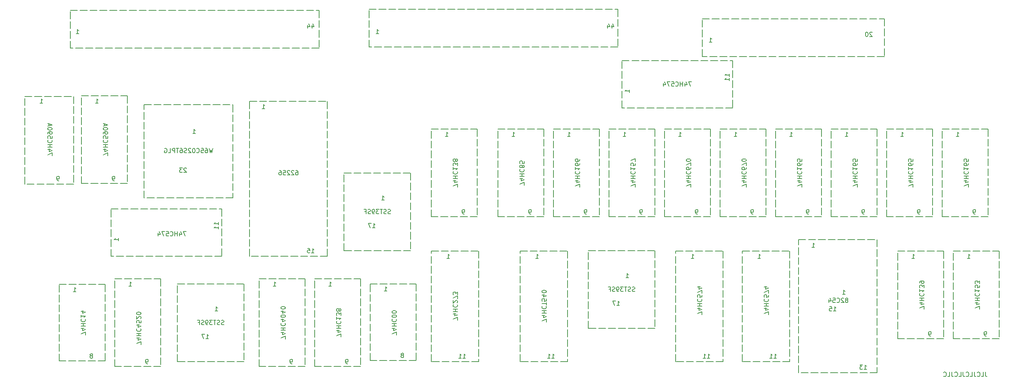
<source format=gbr>
%TF.GenerationSoftware,KiCad,Pcbnew,7.0.9*%
%TF.CreationDate,2023-12-12T16:47:06+00:00*%
%TF.ProjectId,v0c,7630632e-6b69-4636-9164-5f7063625858,rev?*%
%TF.SameCoordinates,Original*%
%TF.FileFunction,Legend,Bot*%
%TF.FilePolarity,Positive*%
%FSLAX46Y46*%
G04 Gerber Fmt 4.6, Leading zero omitted, Abs format (unit mm)*
G04 Created by KiCad (PCBNEW 7.0.9) date 2023-12-12 16:47:06*
%MOMM*%
%LPD*%
G01*
G04 APERTURE LIST*
%ADD10C,0.150000*%
%ADD11C,0.200000*%
G04 APERTURE END LIST*
D10*
X195249800Y-127063500D02*
X196899800Y-127063500D01*
X197499800Y-127063500D02*
X199149800Y-127063500D01*
X199749800Y-127063500D02*
X201399800Y-127063500D01*
X201999800Y-127063500D02*
X203649800Y-127063500D01*
X204249800Y-127063500D02*
X205899800Y-127063500D01*
X206070200Y-127063500D02*
X206070200Y-128713500D01*
X206070200Y-129313500D02*
X206070200Y-130963500D01*
X206070200Y-131563500D02*
X206070200Y-133213500D01*
X206070200Y-133813500D02*
X206070200Y-135463500D01*
X206070200Y-136063500D02*
X206070200Y-137713500D01*
X206070200Y-138313500D02*
X206070200Y-139963500D01*
X206070200Y-140563500D02*
X206070200Y-142213500D01*
X206070200Y-142813500D02*
X206070200Y-144463500D01*
X206070200Y-145063500D02*
X206070200Y-146713500D01*
X206070200Y-147313500D02*
X206070200Y-148963500D01*
X206070200Y-149563500D02*
X206070200Y-151213500D01*
X206070200Y-151813500D02*
X206070200Y-152400000D01*
X206070200Y-152400000D02*
X204420200Y-152400000D01*
X203820200Y-152400000D02*
X202170200Y-152400000D01*
X201570200Y-152400000D02*
X199920200Y-152400000D01*
X199320200Y-152400000D02*
X197670200Y-152400000D01*
X197070200Y-152400000D02*
X195420200Y-152400000D01*
X195249800Y-152400000D02*
X195249800Y-150750000D01*
X195249800Y-150150000D02*
X195249800Y-148500000D01*
X195249800Y-147900000D02*
X195249800Y-146250000D01*
X195249800Y-145650000D02*
X195249800Y-144000000D01*
X195249800Y-143400000D02*
X195249800Y-141750000D01*
X195249800Y-141150000D02*
X195249800Y-139500000D01*
X195249800Y-138900000D02*
X195249800Y-137250000D01*
X195249800Y-136650000D02*
X195249800Y-135000000D01*
X195249800Y-134400000D02*
X195249800Y-132750000D01*
X195249800Y-132150000D02*
X195249800Y-130500000D01*
X195249800Y-129900000D02*
X195249800Y-128250000D01*
X195249800Y-127650000D02*
X195249800Y-127063500D01*
X109855000Y-71755000D02*
X111505000Y-71755000D01*
X112105000Y-71755000D02*
X113755000Y-71755000D01*
X114355000Y-71755000D02*
X116005000Y-71755000D01*
X116605000Y-71755000D02*
X118255000Y-71755000D01*
X118855000Y-71755000D02*
X120505000Y-71755000D01*
X121105000Y-71755000D02*
X122755000Y-71755000D01*
X123355000Y-71755000D02*
X125005000Y-71755000D01*
X125605000Y-71755000D02*
X127255000Y-71755000D01*
X127855000Y-71755000D02*
X129505000Y-71755000D01*
X130105000Y-71755000D02*
X131755000Y-71755000D01*
X132355000Y-71755000D02*
X134005000Y-71755000D01*
X134605000Y-71755000D02*
X136255000Y-71755000D01*
X136855000Y-71755000D02*
X138505000Y-71755000D01*
X139105000Y-71755000D02*
X140755000Y-71755000D01*
X141355000Y-71755000D02*
X143005000Y-71755000D01*
X143605000Y-71755000D02*
X145255000Y-71755000D01*
X145855000Y-71755000D02*
X147505000Y-71755000D01*
X148105000Y-71755000D02*
X149755000Y-71755000D01*
X150355000Y-71755000D02*
X152005000Y-71755000D01*
X152605000Y-71755000D02*
X154255000Y-71755000D01*
X154855000Y-71755000D02*
X156505000Y-71755000D01*
X157105000Y-71755000D02*
X158755000Y-71755000D01*
X159355000Y-71755000D02*
X161005000Y-71755000D01*
X161605000Y-71755000D02*
X163255000Y-71755000D01*
X163855000Y-71755000D02*
X165505000Y-71755000D01*
X166105000Y-71755000D02*
X166751000Y-71755000D01*
X166751000Y-71755000D02*
X166751000Y-73405000D01*
X166751000Y-74005000D02*
X166751000Y-75655000D01*
X166751000Y-76255000D02*
X166751000Y-77905000D01*
X166751000Y-78505000D02*
X166751000Y-80155000D01*
X166751000Y-80391000D02*
X165101000Y-80391000D01*
X164501000Y-80391000D02*
X162851000Y-80391000D01*
X162251000Y-80391000D02*
X160601000Y-80391000D01*
X160001000Y-80391000D02*
X158351000Y-80391000D01*
X157751000Y-80391000D02*
X156101000Y-80391000D01*
X155501000Y-80391000D02*
X153851000Y-80391000D01*
X153251000Y-80391000D02*
X151601000Y-80391000D01*
X151001000Y-80391000D02*
X149351000Y-80391000D01*
X148751000Y-80391000D02*
X147101000Y-80391000D01*
X146501000Y-80391000D02*
X144851000Y-80391000D01*
X144251000Y-80391000D02*
X142601000Y-80391000D01*
X142001000Y-80391000D02*
X140351000Y-80391000D01*
X139751000Y-80391000D02*
X138101000Y-80391000D01*
X137501000Y-80391000D02*
X135851000Y-80391000D01*
X135251000Y-80391000D02*
X133601000Y-80391000D01*
X133001000Y-80391000D02*
X131351000Y-80391000D01*
X130751000Y-80391000D02*
X129101000Y-80391000D01*
X128501000Y-80391000D02*
X126851000Y-80391000D01*
X126251000Y-80391000D02*
X124601000Y-80391000D01*
X124001000Y-80391000D02*
X122351000Y-80391000D01*
X121751000Y-80391000D02*
X120101000Y-80391000D01*
X119501000Y-80391000D02*
X117851000Y-80391000D01*
X117251000Y-80391000D02*
X115601000Y-80391000D01*
X115001000Y-80391000D02*
X113351000Y-80391000D01*
X112751000Y-80391000D02*
X111101000Y-80391000D01*
X110501000Y-80391000D02*
X109855000Y-80391000D01*
X109855000Y-80391000D02*
X109855000Y-78741000D01*
X109855000Y-78141000D02*
X109855000Y-76491000D01*
X109855000Y-75891000D02*
X109855000Y-74241000D01*
X109855000Y-73641000D02*
X109855000Y-71991000D01*
X58420000Y-93599000D02*
X60070000Y-93599000D01*
X60670000Y-93599000D02*
X62320000Y-93599000D01*
X62920000Y-93599000D02*
X64570000Y-93599000D01*
X65170000Y-93599000D02*
X66820000Y-93599000D01*
X67420000Y-93599000D02*
X69070000Y-93599000D01*
X69670000Y-93599000D02*
X71320000Y-93599000D01*
X71920000Y-93599000D02*
X73570000Y-93599000D01*
X74170000Y-93599000D02*
X75820000Y-93599000D01*
X76420000Y-93599000D02*
X78070000Y-93599000D01*
X78670000Y-93599000D02*
X78740000Y-93599000D01*
X78740000Y-93599000D02*
X78740000Y-95249000D01*
X78740000Y-95849000D02*
X78740000Y-97499000D01*
X78740000Y-98099000D02*
X78740000Y-99749000D01*
X78740000Y-100349000D02*
X78740000Y-101999000D01*
X78740000Y-102599000D02*
X78740000Y-104249000D01*
X78740000Y-104849000D02*
X78740000Y-106499000D01*
X78740000Y-107099000D02*
X78740000Y-108749000D01*
X78740000Y-109349000D02*
X78740000Y-110999000D01*
X78740000Y-111599000D02*
X78740000Y-113249000D01*
X78740000Y-113849000D02*
X78740000Y-114935000D01*
X78740000Y-114935000D02*
X77090000Y-114935000D01*
X76490000Y-114935000D02*
X74840000Y-114935000D01*
X74240000Y-114935000D02*
X72590000Y-114935000D01*
X71990000Y-114935000D02*
X70340000Y-114935000D01*
X69740000Y-114935000D02*
X68090000Y-114935000D01*
X67490000Y-114935000D02*
X65840000Y-114935000D01*
X65240000Y-114935000D02*
X63590000Y-114935000D01*
X62990000Y-114935000D02*
X61340000Y-114935000D01*
X60740000Y-114935000D02*
X59090000Y-114935000D01*
X58490000Y-114935000D02*
X58420000Y-114935000D01*
X58420000Y-114935000D02*
X58420000Y-113285000D01*
X58420000Y-112685000D02*
X58420000Y-111035000D01*
X58420000Y-110435000D02*
X58420000Y-108785000D01*
X58420000Y-108185000D02*
X58420000Y-106535000D01*
X58420000Y-105935000D02*
X58420000Y-104285000D01*
X58420000Y-103685000D02*
X58420000Y-102035000D01*
X58420000Y-101435000D02*
X58420000Y-99785000D01*
X58420000Y-99185000D02*
X58420000Y-97535000D01*
X58420000Y-96935000D02*
X58420000Y-95285000D01*
X58420000Y-94685000D02*
X58420000Y-93599000D01*
X41529000Y-72009000D02*
X43179000Y-72009000D01*
X43779000Y-72009000D02*
X45429000Y-72009000D01*
X46029000Y-72009000D02*
X47679000Y-72009000D01*
X48279000Y-72009000D02*
X49929000Y-72009000D01*
X50529000Y-72009000D02*
X52179000Y-72009000D01*
X52779000Y-72009000D02*
X54429000Y-72009000D01*
X55029000Y-72009000D02*
X56679000Y-72009000D01*
X57279000Y-72009000D02*
X58929000Y-72009000D01*
X59529000Y-72009000D02*
X61179000Y-72009000D01*
X61779000Y-72009000D02*
X63429000Y-72009000D01*
X64029000Y-72009000D02*
X65679000Y-72009000D01*
X66279000Y-72009000D02*
X67929000Y-72009000D01*
X68529000Y-72009000D02*
X70179000Y-72009000D01*
X70779000Y-72009000D02*
X72429000Y-72009000D01*
X73029000Y-72009000D02*
X74679000Y-72009000D01*
X75279000Y-72009000D02*
X76929000Y-72009000D01*
X77529000Y-72009000D02*
X79179000Y-72009000D01*
X79779000Y-72009000D02*
X81429000Y-72009000D01*
X82029000Y-72009000D02*
X83679000Y-72009000D01*
X84279000Y-72009000D02*
X85929000Y-72009000D01*
X86529000Y-72009000D02*
X88179000Y-72009000D01*
X88779000Y-72009000D02*
X90429000Y-72009000D01*
X91029000Y-72009000D02*
X92679000Y-72009000D01*
X93279000Y-72009000D02*
X94929000Y-72009000D01*
X95529000Y-72009000D02*
X97179000Y-72009000D01*
X97779000Y-72009000D02*
X98425000Y-72009000D01*
X98425000Y-72009000D02*
X98425000Y-73659000D01*
X98425000Y-74259000D02*
X98425000Y-75909000D01*
X98425000Y-76509000D02*
X98425000Y-78159000D01*
X98425000Y-78759000D02*
X98425000Y-80409000D01*
X98425000Y-80645000D02*
X96775000Y-80645000D01*
X96175000Y-80645000D02*
X94525000Y-80645000D01*
X93925000Y-80645000D02*
X92275000Y-80645000D01*
X91675000Y-80645000D02*
X90025000Y-80645000D01*
X89425000Y-80645000D02*
X87775000Y-80645000D01*
X87175000Y-80645000D02*
X85525000Y-80645000D01*
X84925000Y-80645000D02*
X83275000Y-80645000D01*
X82675000Y-80645000D02*
X81025000Y-80645000D01*
X80425000Y-80645000D02*
X78775000Y-80645000D01*
X78175000Y-80645000D02*
X76525000Y-80645000D01*
X75925000Y-80645000D02*
X74275000Y-80645000D01*
X73675000Y-80645000D02*
X72025000Y-80645000D01*
X71425000Y-80645000D02*
X69775000Y-80645000D01*
X69175000Y-80645000D02*
X67525000Y-80645000D01*
X66925000Y-80645000D02*
X65275000Y-80645000D01*
X64675000Y-80645000D02*
X63025000Y-80645000D01*
X62425000Y-80645000D02*
X60775000Y-80645000D01*
X60175000Y-80645000D02*
X58525000Y-80645000D01*
X57925000Y-80645000D02*
X56275000Y-80645000D01*
X55675000Y-80645000D02*
X54025000Y-80645000D01*
X53425000Y-80645000D02*
X51775000Y-80645000D01*
X51175000Y-80645000D02*
X49525000Y-80645000D01*
X48925000Y-80645000D02*
X47275000Y-80645000D01*
X46675000Y-80645000D02*
X45025000Y-80645000D01*
X44425000Y-80645000D02*
X42775000Y-80645000D01*
X42175000Y-80645000D02*
X41529000Y-80645000D01*
X41529000Y-80645000D02*
X41529000Y-78995000D01*
X41529000Y-78395000D02*
X41529000Y-76745000D01*
X41529000Y-76145000D02*
X41529000Y-74495000D01*
X41529000Y-73895000D02*
X41529000Y-72245000D01*
X104140000Y-109220000D02*
X105790000Y-109220000D01*
X106390000Y-109220000D02*
X108040000Y-109220000D01*
X108640000Y-109220000D02*
X110290000Y-109220000D01*
X110890000Y-109220000D02*
X112540000Y-109220000D01*
X113140000Y-109220000D02*
X114790000Y-109220000D01*
X115390000Y-109220000D02*
X117040000Y-109220000D01*
X117640000Y-109220000D02*
X119290000Y-109220000D01*
X119380000Y-109220000D02*
X119380000Y-110870000D01*
X119380000Y-111470000D02*
X119380000Y-113120000D01*
X119380000Y-113720000D02*
X119380000Y-115370000D01*
X119380000Y-115970000D02*
X119380000Y-117620000D01*
X119380000Y-118220000D02*
X119380000Y-119870000D01*
X119380000Y-120470000D02*
X119380000Y-122120000D01*
X119380000Y-122720000D02*
X119380000Y-124370000D01*
X119380000Y-124970000D02*
X119380000Y-126620000D01*
X119380000Y-127000000D02*
X117730000Y-127000000D01*
X117130000Y-127000000D02*
X115480000Y-127000000D01*
X114880000Y-127000000D02*
X113230000Y-127000000D01*
X112630000Y-127000000D02*
X110980000Y-127000000D01*
X110380000Y-127000000D02*
X108730000Y-127000000D01*
X108130000Y-127000000D02*
X106480000Y-127000000D01*
X105880000Y-127000000D02*
X104230000Y-127000000D01*
X104140000Y-127000000D02*
X104140000Y-125350000D01*
X104140000Y-124750000D02*
X104140000Y-123100000D01*
X104140000Y-122500000D02*
X104140000Y-120850000D01*
X104140000Y-120250000D02*
X104140000Y-118600000D01*
X104140000Y-118000000D02*
X104140000Y-116350000D01*
X104140000Y-115750000D02*
X104140000Y-114100000D01*
X104140000Y-113500000D02*
X104140000Y-111850000D01*
X104140000Y-111250000D02*
X104140000Y-109600000D01*
X190119000Y-99187000D02*
X191769000Y-99187000D01*
X192369000Y-99187000D02*
X194019000Y-99187000D01*
X194619000Y-99187000D02*
X196269000Y-99187000D01*
X196869000Y-99187000D02*
X198519000Y-99187000D01*
X199119000Y-99187000D02*
X200660000Y-99187000D01*
X200660000Y-99187000D02*
X200660000Y-100837000D01*
X200660000Y-101437000D02*
X200660000Y-103087000D01*
X200660000Y-103687000D02*
X200660000Y-105337000D01*
X200660000Y-105937000D02*
X200660000Y-107587000D01*
X200660000Y-108187000D02*
X200660000Y-109837000D01*
X200660000Y-110437000D02*
X200660000Y-112087000D01*
X200660000Y-112687000D02*
X200660000Y-114337000D01*
X200660000Y-114937000D02*
X200660000Y-116587000D01*
X200660000Y-117187000D02*
X200660000Y-118837000D01*
X200660000Y-119253000D02*
X199010000Y-119253000D01*
X198410000Y-119253000D02*
X196760000Y-119253000D01*
X196160000Y-119253000D02*
X194510000Y-119253000D01*
X193910000Y-119253000D02*
X192260000Y-119253000D01*
X191660000Y-119253000D02*
X190119000Y-119253000D01*
X190119000Y-119253000D02*
X190119000Y-117603000D01*
X190119000Y-117003000D02*
X190119000Y-115353000D01*
X190119000Y-114753000D02*
X190119000Y-113103000D01*
X190119000Y-112503000D02*
X190119000Y-110853000D01*
X190119000Y-110253000D02*
X190119000Y-108603000D01*
X190119000Y-108003000D02*
X190119000Y-106353000D01*
X190119000Y-105753000D02*
X190119000Y-104103000D01*
X190119000Y-103503000D02*
X190119000Y-101853000D01*
X190119000Y-101253000D02*
X190119000Y-99603000D01*
X177419000Y-99187000D02*
X179069000Y-99187000D01*
X179669000Y-99187000D02*
X181319000Y-99187000D01*
X181919000Y-99187000D02*
X183569000Y-99187000D01*
X184169000Y-99187000D02*
X185819000Y-99187000D01*
X186419000Y-99187000D02*
X187960000Y-99187000D01*
X187960000Y-99187000D02*
X187960000Y-100837000D01*
X187960000Y-101437000D02*
X187960000Y-103087000D01*
X187960000Y-103687000D02*
X187960000Y-105337000D01*
X187960000Y-105937000D02*
X187960000Y-107587000D01*
X187960000Y-108187000D02*
X187960000Y-109837000D01*
X187960000Y-110437000D02*
X187960000Y-112087000D01*
X187960000Y-112687000D02*
X187960000Y-114337000D01*
X187960000Y-114937000D02*
X187960000Y-116587000D01*
X187960000Y-117187000D02*
X187960000Y-118837000D01*
X187960000Y-119253000D02*
X186310000Y-119253000D01*
X185710000Y-119253000D02*
X184060000Y-119253000D01*
X183460000Y-119253000D02*
X181810000Y-119253000D01*
X181210000Y-119253000D02*
X179560000Y-119253000D01*
X178960000Y-119253000D02*
X177419000Y-119253000D01*
X177419000Y-119253000D02*
X177419000Y-117603000D01*
X177419000Y-117003000D02*
X177419000Y-115353000D01*
X177419000Y-114753000D02*
X177419000Y-113103000D01*
X177419000Y-112503000D02*
X177419000Y-110853000D01*
X177419000Y-110253000D02*
X177419000Y-108603000D01*
X177419000Y-108003000D02*
X177419000Y-106353000D01*
X177419000Y-105753000D02*
X177419000Y-104103000D01*
X177419000Y-103503000D02*
X177419000Y-101853000D01*
X177419000Y-101253000D02*
X177419000Y-99603000D01*
X44069000Y-91567000D02*
X45719000Y-91567000D01*
X46319000Y-91567000D02*
X47969000Y-91567000D01*
X48569000Y-91567000D02*
X50219000Y-91567000D01*
X50819000Y-91567000D02*
X52469000Y-91567000D01*
X53069000Y-91567000D02*
X54610000Y-91567000D01*
X54610000Y-91567000D02*
X54610000Y-93217000D01*
X54610000Y-93817000D02*
X54610000Y-95467000D01*
X54610000Y-96067000D02*
X54610000Y-97717000D01*
X54610000Y-98317000D02*
X54610000Y-99967000D01*
X54610000Y-100567000D02*
X54610000Y-102217000D01*
X54610000Y-102817000D02*
X54610000Y-104467000D01*
X54610000Y-105067000D02*
X54610000Y-106717000D01*
X54610000Y-107317000D02*
X54610000Y-108967000D01*
X54610000Y-109567000D02*
X54610000Y-111217000D01*
X54610000Y-111633000D02*
X52960000Y-111633000D01*
X52360000Y-111633000D02*
X50710000Y-111633000D01*
X50110000Y-111633000D02*
X48460000Y-111633000D01*
X47860000Y-111633000D02*
X46210000Y-111633000D01*
X45610000Y-111633000D02*
X44069000Y-111633000D01*
X44069000Y-111633000D02*
X44069000Y-109983000D01*
X44069000Y-109383000D02*
X44069000Y-107733000D01*
X44069000Y-107133000D02*
X44069000Y-105483000D01*
X44069000Y-104883000D02*
X44069000Y-103233000D01*
X44069000Y-102633000D02*
X44069000Y-100983000D01*
X44069000Y-100383000D02*
X44069000Y-98733000D01*
X44069000Y-98133000D02*
X44069000Y-96483000D01*
X44069000Y-95883000D02*
X44069000Y-94233000D01*
X44069000Y-93633000D02*
X44069000Y-91983000D01*
X167703500Y-83489800D02*
X169353500Y-83489800D01*
X169953500Y-83489800D02*
X171603500Y-83489800D01*
X172203500Y-83489800D02*
X173853500Y-83489800D01*
X174453500Y-83489800D02*
X176103500Y-83489800D01*
X176703500Y-83489800D02*
X178353500Y-83489800D01*
X178953500Y-83489800D02*
X180603500Y-83489800D01*
X181203500Y-83489800D02*
X182853500Y-83489800D01*
X183453500Y-83489800D02*
X185103500Y-83489800D01*
X185703500Y-83489800D02*
X187353500Y-83489800D01*
X187953500Y-83489800D02*
X189603500Y-83489800D01*
X190203500Y-83489800D02*
X191853500Y-83489800D01*
X192453500Y-83489800D02*
X193040000Y-83489800D01*
X193040000Y-83489800D02*
X193040000Y-85139800D01*
X193040000Y-85739800D02*
X193040000Y-87389800D01*
X193040000Y-87989800D02*
X193040000Y-89639800D01*
X193040000Y-90239800D02*
X193040000Y-91889800D01*
X193040000Y-92489800D02*
X193040000Y-94139800D01*
X193040000Y-94310200D02*
X191390000Y-94310200D01*
X190790000Y-94310200D02*
X189140000Y-94310200D01*
X188540000Y-94310200D02*
X186890000Y-94310200D01*
X186290000Y-94310200D02*
X184640000Y-94310200D01*
X184040000Y-94310200D02*
X182390000Y-94310200D01*
X181790000Y-94310200D02*
X180140000Y-94310200D01*
X179540000Y-94310200D02*
X177890000Y-94310200D01*
X177290000Y-94310200D02*
X175640000Y-94310200D01*
X175040000Y-94310200D02*
X173390000Y-94310200D01*
X172790000Y-94310200D02*
X171140000Y-94310200D01*
X170540000Y-94310200D02*
X168890000Y-94310200D01*
X168290000Y-94310200D02*
X167703500Y-94310200D01*
X167703500Y-94310200D02*
X167703500Y-92660200D01*
X167703500Y-92060200D02*
X167703500Y-90410200D01*
X167703500Y-89810200D02*
X167703500Y-88160200D01*
X167703500Y-87560200D02*
X167703500Y-85910200D01*
X167703500Y-85310200D02*
X167703500Y-83660200D01*
X82550000Y-92837000D02*
X84200000Y-92837000D01*
X84800000Y-92837000D02*
X86450000Y-92837000D01*
X87050000Y-92837000D02*
X88700000Y-92837000D01*
X89300000Y-92837000D02*
X90950000Y-92837000D01*
X91550000Y-92837000D02*
X93200000Y-92837000D01*
X93800000Y-92837000D02*
X95450000Y-92837000D01*
X96050000Y-92837000D02*
X97700000Y-92837000D01*
X98300000Y-92837000D02*
X99950000Y-92837000D01*
X100330000Y-92837000D02*
X100330000Y-94487000D01*
X100330000Y-95087000D02*
X100330000Y-96737000D01*
X100330000Y-97337000D02*
X100330000Y-98987000D01*
X100330000Y-99587000D02*
X100330000Y-101237000D01*
X100330000Y-101837000D02*
X100330000Y-103487000D01*
X100330000Y-104087000D02*
X100330000Y-105737000D01*
X100330000Y-106337000D02*
X100330000Y-107987000D01*
X100330000Y-108587000D02*
X100330000Y-110237000D01*
X100330000Y-110837000D02*
X100330000Y-112487000D01*
X100330000Y-113087000D02*
X100330000Y-114737000D01*
X100330000Y-115337000D02*
X100330000Y-116987000D01*
X100330000Y-117587000D02*
X100330000Y-119237000D01*
X100330000Y-119837000D02*
X100330000Y-121487000D01*
X100330000Y-122087000D02*
X100330000Y-123737000D01*
X100330000Y-124337000D02*
X100330000Y-125987000D01*
X100330000Y-126587000D02*
X100330000Y-128237000D01*
X100330000Y-128270000D02*
X98680000Y-128270000D01*
X98080000Y-128270000D02*
X96430000Y-128270000D01*
X95830000Y-128270000D02*
X94180000Y-128270000D01*
X93580000Y-128270000D02*
X91930000Y-128270000D01*
X91330000Y-128270000D02*
X89680000Y-128270000D01*
X89080000Y-128270000D02*
X87430000Y-128270000D01*
X86830000Y-128270000D02*
X85180000Y-128270000D01*
X84580000Y-128270000D02*
X82930000Y-128270000D01*
X82550000Y-128270000D02*
X82550000Y-126620000D01*
X82550000Y-126020000D02*
X82550000Y-124370000D01*
X82550000Y-123770000D02*
X82550000Y-122120000D01*
X82550000Y-121520000D02*
X82550000Y-119870000D01*
X82550000Y-119270000D02*
X82550000Y-117620000D01*
X82550000Y-117020000D02*
X82550000Y-115370000D01*
X82550000Y-114770000D02*
X82550000Y-113120000D01*
X82550000Y-112520000D02*
X82550000Y-110870000D01*
X82550000Y-110270000D02*
X82550000Y-108620000D01*
X82550000Y-108020000D02*
X82550000Y-106370000D01*
X82550000Y-105770000D02*
X82550000Y-104120000D01*
X82550000Y-103520000D02*
X82550000Y-101870000D01*
X82550000Y-101270000D02*
X82550000Y-99620000D01*
X82550000Y-99020000D02*
X82550000Y-97370000D01*
X82550000Y-96770000D02*
X82550000Y-95120000D01*
X82550000Y-94520000D02*
X82550000Y-92870000D01*
X208089500Y-124460000D02*
X209739500Y-124460000D01*
X210339500Y-124460000D02*
X211989500Y-124460000D01*
X212589500Y-124460000D02*
X214239500Y-124460000D01*
X214839500Y-124460000D02*
X216489500Y-124460000D01*
X217089500Y-124460000D02*
X218739500Y-124460000D01*
X219339500Y-124460000D02*
X220989500Y-124460000D01*
X221589500Y-124460000D02*
X223239500Y-124460000D01*
X223839500Y-124460000D02*
X225489500Y-124460000D01*
X226060000Y-124460000D02*
X226060000Y-126110000D01*
X226060000Y-126710000D02*
X226060000Y-128360000D01*
X226060000Y-128960000D02*
X226060000Y-130610000D01*
X226060000Y-131210000D02*
X226060000Y-132860000D01*
X226060000Y-133460000D02*
X226060000Y-135110000D01*
X226060000Y-135710000D02*
X226060000Y-137360000D01*
X226060000Y-137960000D02*
X226060000Y-139610000D01*
X226060000Y-140210000D02*
X226060000Y-141860000D01*
X226060000Y-142460000D02*
X226060000Y-144110000D01*
X226060000Y-144710000D02*
X226060000Y-146360000D01*
X226060000Y-146960000D02*
X226060000Y-148610000D01*
X226060000Y-149210000D02*
X226060000Y-150860000D01*
X226060000Y-151460000D02*
X226060000Y-153110000D01*
X226060000Y-153710000D02*
X226060000Y-154940000D01*
X226060000Y-154940000D02*
X224410000Y-154940000D01*
X223810000Y-154940000D02*
X222160000Y-154940000D01*
X221560000Y-154940000D02*
X219910000Y-154940000D01*
X219310000Y-154940000D02*
X217660000Y-154940000D01*
X217060000Y-154940000D02*
X215410000Y-154940000D01*
X214810000Y-154940000D02*
X213160000Y-154940000D01*
X212560000Y-154940000D02*
X210910000Y-154940000D01*
X210310000Y-154940000D02*
X208660000Y-154940000D01*
X208089500Y-154940000D02*
X208089500Y-153290000D01*
X208089500Y-152690000D02*
X208089500Y-151040000D01*
X208089500Y-150440000D02*
X208089500Y-148790000D01*
X208089500Y-148190000D02*
X208089500Y-146540000D01*
X208089500Y-145940000D02*
X208089500Y-144290000D01*
X208089500Y-143690000D02*
X208089500Y-142040000D01*
X208089500Y-141440000D02*
X208089500Y-139790000D01*
X208089500Y-139190000D02*
X208089500Y-137540000D01*
X208089500Y-136940000D02*
X208089500Y-135290000D01*
X208089500Y-134690000D02*
X208089500Y-133040000D01*
X208089500Y-132440000D02*
X208089500Y-130790000D01*
X208089500Y-130190000D02*
X208089500Y-128540000D01*
X208089500Y-127940000D02*
X208089500Y-126290000D01*
X208089500Y-125690000D02*
X208089500Y-124460000D01*
X110109000Y-134620000D02*
X111759000Y-134620000D01*
X112359000Y-134620000D02*
X114009000Y-134620000D01*
X114609000Y-134620000D02*
X116259000Y-134620000D01*
X116859000Y-134620000D02*
X118509000Y-134620000D01*
X119109000Y-134620000D02*
X120650000Y-134620000D01*
X120650000Y-134620000D02*
X120650000Y-136270000D01*
X120650000Y-136870000D02*
X120650000Y-138520000D01*
X120650000Y-139120000D02*
X120650000Y-140770000D01*
X120650000Y-141370000D02*
X120650000Y-143020000D01*
X120650000Y-143620000D02*
X120650000Y-145270000D01*
X120650000Y-145870000D02*
X120650000Y-147520000D01*
X120650000Y-148120000D02*
X120650000Y-149770000D01*
X120650000Y-150370000D02*
X120650000Y-152020000D01*
X120650000Y-152146000D02*
X119000000Y-152146000D01*
X118400000Y-152146000D02*
X116750000Y-152146000D01*
X116150000Y-152146000D02*
X114500000Y-152146000D01*
X113900000Y-152146000D02*
X112250000Y-152146000D01*
X111650000Y-152146000D02*
X110109000Y-152146000D01*
X110109000Y-152146000D02*
X110109000Y-150496000D01*
X110109000Y-149896000D02*
X110109000Y-148246000D01*
X110109000Y-147646000D02*
X110109000Y-145996000D01*
X110109000Y-145396000D02*
X110109000Y-143746000D01*
X110109000Y-143146000D02*
X110109000Y-141496000D01*
X110109000Y-140896000D02*
X110109000Y-139246000D01*
X110109000Y-138646000D02*
X110109000Y-136996000D01*
X110109000Y-136396000D02*
X110109000Y-134746000D01*
X139319000Y-99187000D02*
X140969000Y-99187000D01*
X141569000Y-99187000D02*
X143219000Y-99187000D01*
X143819000Y-99187000D02*
X145469000Y-99187000D01*
X146069000Y-99187000D02*
X147719000Y-99187000D01*
X148319000Y-99187000D02*
X149860000Y-99187000D01*
X149860000Y-99187000D02*
X149860000Y-100837000D01*
X149860000Y-101437000D02*
X149860000Y-103087000D01*
X149860000Y-103687000D02*
X149860000Y-105337000D01*
X149860000Y-105937000D02*
X149860000Y-107587000D01*
X149860000Y-108187000D02*
X149860000Y-109837000D01*
X149860000Y-110437000D02*
X149860000Y-112087000D01*
X149860000Y-112687000D02*
X149860000Y-114337000D01*
X149860000Y-114937000D02*
X149860000Y-116587000D01*
X149860000Y-117187000D02*
X149860000Y-118837000D01*
X149860000Y-119253000D02*
X148210000Y-119253000D01*
X147610000Y-119253000D02*
X145960000Y-119253000D01*
X145360000Y-119253000D02*
X143710000Y-119253000D01*
X143110000Y-119253000D02*
X141460000Y-119253000D01*
X140860000Y-119253000D02*
X139319000Y-119253000D01*
X139319000Y-119253000D02*
X139319000Y-117603000D01*
X139319000Y-117003000D02*
X139319000Y-115353000D01*
X139319000Y-114753000D02*
X139319000Y-113103000D01*
X139319000Y-112503000D02*
X139319000Y-110853000D01*
X139319000Y-110253000D02*
X139319000Y-108603000D01*
X139319000Y-108003000D02*
X139319000Y-106353000D01*
X139319000Y-105753000D02*
X139319000Y-104103000D01*
X139319000Y-103503000D02*
X139319000Y-101853000D01*
X139319000Y-101253000D02*
X139319000Y-99603000D01*
X152019000Y-99187000D02*
X153669000Y-99187000D01*
X154269000Y-99187000D02*
X155919000Y-99187000D01*
X156519000Y-99187000D02*
X158169000Y-99187000D01*
X158769000Y-99187000D02*
X160419000Y-99187000D01*
X161019000Y-99187000D02*
X162560000Y-99187000D01*
X162560000Y-99187000D02*
X162560000Y-100837000D01*
X162560000Y-101437000D02*
X162560000Y-103087000D01*
X162560000Y-103687000D02*
X162560000Y-105337000D01*
X162560000Y-105937000D02*
X162560000Y-107587000D01*
X162560000Y-108187000D02*
X162560000Y-109837000D01*
X162560000Y-110437000D02*
X162560000Y-112087000D01*
X162560000Y-112687000D02*
X162560000Y-114337000D01*
X162560000Y-114937000D02*
X162560000Y-116587000D01*
X162560000Y-117187000D02*
X162560000Y-118837000D01*
X162560000Y-119253000D02*
X160910000Y-119253000D01*
X160310000Y-119253000D02*
X158660000Y-119253000D01*
X158060000Y-119253000D02*
X156410000Y-119253000D01*
X155810000Y-119253000D02*
X154160000Y-119253000D01*
X153560000Y-119253000D02*
X152019000Y-119253000D01*
X152019000Y-119253000D02*
X152019000Y-117603000D01*
X152019000Y-117003000D02*
X152019000Y-115353000D01*
X152019000Y-114753000D02*
X152019000Y-113103000D01*
X152019000Y-112503000D02*
X152019000Y-110853000D01*
X152019000Y-110253000D02*
X152019000Y-108603000D01*
X152019000Y-108003000D02*
X152019000Y-106353000D01*
X152019000Y-105753000D02*
X152019000Y-104103000D01*
X152019000Y-103503000D02*
X152019000Y-101853000D01*
X152019000Y-101253000D02*
X152019000Y-99603000D01*
X38989000Y-134747000D02*
X40639000Y-134747000D01*
X41239000Y-134747000D02*
X42889000Y-134747000D01*
X43489000Y-134747000D02*
X45139000Y-134747000D01*
X45739000Y-134747000D02*
X47389000Y-134747000D01*
X47989000Y-134747000D02*
X49530000Y-134747000D01*
X49530000Y-134747000D02*
X49530000Y-136397000D01*
X49530000Y-136997000D02*
X49530000Y-138647000D01*
X49530000Y-139247000D02*
X49530000Y-140897000D01*
X49530000Y-141497000D02*
X49530000Y-143147000D01*
X49530000Y-143747000D02*
X49530000Y-145397000D01*
X49530000Y-145997000D02*
X49530000Y-147647000D01*
X49530000Y-148247000D02*
X49530000Y-149897000D01*
X49530000Y-150497000D02*
X49530000Y-152147000D01*
X49530000Y-152273000D02*
X47880000Y-152273000D01*
X47280000Y-152273000D02*
X45630000Y-152273000D01*
X45030000Y-152273000D02*
X43380000Y-152273000D01*
X42780000Y-152273000D02*
X41130000Y-152273000D01*
X40530000Y-152273000D02*
X38989000Y-152273000D01*
X38989000Y-152273000D02*
X38989000Y-150623000D01*
X38989000Y-150023000D02*
X38989000Y-148373000D01*
X38989000Y-147773000D02*
X38989000Y-146123000D01*
X38989000Y-145523000D02*
X38989000Y-143873000D01*
X38989000Y-143273000D02*
X38989000Y-141623000D01*
X38989000Y-141023000D02*
X38989000Y-139373000D01*
X38989000Y-138773000D02*
X38989000Y-137123000D01*
X38989000Y-136523000D02*
X38989000Y-134873000D01*
X180009800Y-127063500D02*
X181659800Y-127063500D01*
X182259800Y-127063500D02*
X183909800Y-127063500D01*
X184509800Y-127063500D02*
X186159800Y-127063500D01*
X186759800Y-127063500D02*
X188409800Y-127063500D01*
X189009800Y-127063500D02*
X190659800Y-127063500D01*
X190830200Y-127063500D02*
X190830200Y-128713500D01*
X190830200Y-129313500D02*
X190830200Y-130963500D01*
X190830200Y-131563500D02*
X190830200Y-133213500D01*
X190830200Y-133813500D02*
X190830200Y-135463500D01*
X190830200Y-136063500D02*
X190830200Y-137713500D01*
X190830200Y-138313500D02*
X190830200Y-139963500D01*
X190830200Y-140563500D02*
X190830200Y-142213500D01*
X190830200Y-142813500D02*
X190830200Y-144463500D01*
X190830200Y-145063500D02*
X190830200Y-146713500D01*
X190830200Y-147313500D02*
X190830200Y-148963500D01*
X190830200Y-149563500D02*
X190830200Y-151213500D01*
X190830200Y-151813500D02*
X190830200Y-152400000D01*
X190830200Y-152400000D02*
X189180200Y-152400000D01*
X188580200Y-152400000D02*
X186930200Y-152400000D01*
X186330200Y-152400000D02*
X184680200Y-152400000D01*
X184080200Y-152400000D02*
X182430200Y-152400000D01*
X181830200Y-152400000D02*
X180180200Y-152400000D01*
X180009800Y-152400000D02*
X180009800Y-150750000D01*
X180009800Y-150150000D02*
X180009800Y-148500000D01*
X180009800Y-147900000D02*
X180009800Y-146250000D01*
X180009800Y-145650000D02*
X180009800Y-144000000D01*
X180009800Y-143400000D02*
X180009800Y-141750000D01*
X180009800Y-141150000D02*
X180009800Y-139500000D01*
X180009800Y-138900000D02*
X180009800Y-137250000D01*
X180009800Y-136650000D02*
X180009800Y-135000000D01*
X180009800Y-134400000D02*
X180009800Y-132750000D01*
X180009800Y-132150000D02*
X180009800Y-130500000D01*
X180009800Y-129900000D02*
X180009800Y-128250000D01*
X180009800Y-127650000D02*
X180009800Y-127063500D01*
X31115000Y-91694000D02*
X32765000Y-91694000D01*
X33365000Y-91694000D02*
X35015000Y-91694000D01*
X35615000Y-91694000D02*
X37265000Y-91694000D01*
X37865000Y-91694000D02*
X39515000Y-91694000D01*
X40115000Y-91694000D02*
X41765000Y-91694000D01*
X42291000Y-91694000D02*
X42291000Y-93344000D01*
X42291000Y-93944000D02*
X42291000Y-95594000D01*
X42291000Y-96194000D02*
X42291000Y-97844000D01*
X42291000Y-98444000D02*
X42291000Y-100094000D01*
X42291000Y-100694000D02*
X42291000Y-102344000D01*
X42291000Y-102944000D02*
X42291000Y-104594000D01*
X42291000Y-105194000D02*
X42291000Y-106844000D01*
X42291000Y-107444000D02*
X42291000Y-109094000D01*
X42291000Y-109694000D02*
X42291000Y-111344000D01*
X42291000Y-111760000D02*
X40641000Y-111760000D01*
X40041000Y-111760000D02*
X38391000Y-111760000D01*
X37791000Y-111760000D02*
X36141000Y-111760000D01*
X35541000Y-111760000D02*
X33891000Y-111760000D01*
X33291000Y-111760000D02*
X31641000Y-111760000D01*
X31115000Y-111760000D02*
X31115000Y-110110000D01*
X31115000Y-109510000D02*
X31115000Y-107860000D01*
X31115000Y-107260000D02*
X31115000Y-105610000D01*
X31115000Y-105010000D02*
X31115000Y-103360000D01*
X31115000Y-102760000D02*
X31115000Y-101110000D01*
X31115000Y-100510000D02*
X31115000Y-98860000D01*
X31115000Y-98260000D02*
X31115000Y-96610000D01*
X31115000Y-96010000D02*
X31115000Y-94360000D01*
X31115000Y-93760000D02*
X31115000Y-92110000D01*
X215519000Y-99187000D02*
X217169000Y-99187000D01*
X217769000Y-99187000D02*
X219419000Y-99187000D01*
X220019000Y-99187000D02*
X221669000Y-99187000D01*
X222269000Y-99187000D02*
X223919000Y-99187000D01*
X224519000Y-99187000D02*
X226060000Y-99187000D01*
X226060000Y-99187000D02*
X226060000Y-100837000D01*
X226060000Y-101437000D02*
X226060000Y-103087000D01*
X226060000Y-103687000D02*
X226060000Y-105337000D01*
X226060000Y-105937000D02*
X226060000Y-107587000D01*
X226060000Y-108187000D02*
X226060000Y-109837000D01*
X226060000Y-110437000D02*
X226060000Y-112087000D01*
X226060000Y-112687000D02*
X226060000Y-114337000D01*
X226060000Y-114937000D02*
X226060000Y-116587000D01*
X226060000Y-117187000D02*
X226060000Y-118837000D01*
X226060000Y-119253000D02*
X224410000Y-119253000D01*
X223810000Y-119253000D02*
X222160000Y-119253000D01*
X221560000Y-119253000D02*
X219910000Y-119253000D01*
X219310000Y-119253000D02*
X217660000Y-119253000D01*
X217060000Y-119253000D02*
X215519000Y-119253000D01*
X215519000Y-119253000D02*
X215519000Y-117603000D01*
X215519000Y-117003000D02*
X215519000Y-115353000D01*
X215519000Y-114753000D02*
X215519000Y-113103000D01*
X215519000Y-112503000D02*
X215519000Y-110853000D01*
X215519000Y-110253000D02*
X215519000Y-108603000D01*
X215519000Y-108003000D02*
X215519000Y-106353000D01*
X215519000Y-105753000D02*
X215519000Y-104103000D01*
X215519000Y-103503000D02*
X215519000Y-101853000D01*
X215519000Y-101253000D02*
X215519000Y-99603000D01*
X164719000Y-99187000D02*
X166369000Y-99187000D01*
X166969000Y-99187000D02*
X168619000Y-99187000D01*
X169219000Y-99187000D02*
X170869000Y-99187000D01*
X171469000Y-99187000D02*
X173119000Y-99187000D01*
X173719000Y-99187000D02*
X175260000Y-99187000D01*
X175260000Y-99187000D02*
X175260000Y-100837000D01*
X175260000Y-101437000D02*
X175260000Y-103087000D01*
X175260000Y-103687000D02*
X175260000Y-105337000D01*
X175260000Y-105937000D02*
X175260000Y-107587000D01*
X175260000Y-108187000D02*
X175260000Y-109837000D01*
X175260000Y-110437000D02*
X175260000Y-112087000D01*
X175260000Y-112687000D02*
X175260000Y-114337000D01*
X175260000Y-114937000D02*
X175260000Y-116587000D01*
X175260000Y-117187000D02*
X175260000Y-118837000D01*
X175260000Y-119253000D02*
X173610000Y-119253000D01*
X173010000Y-119253000D02*
X171360000Y-119253000D01*
X170760000Y-119253000D02*
X169110000Y-119253000D01*
X168510000Y-119253000D02*
X166860000Y-119253000D01*
X166260000Y-119253000D02*
X164719000Y-119253000D01*
X164719000Y-119253000D02*
X164719000Y-117603000D01*
X164719000Y-117003000D02*
X164719000Y-115353000D01*
X164719000Y-114753000D02*
X164719000Y-113103000D01*
X164719000Y-112503000D02*
X164719000Y-110853000D01*
X164719000Y-110253000D02*
X164719000Y-108603000D01*
X164719000Y-108003000D02*
X164719000Y-106353000D01*
X164719000Y-105753000D02*
X164719000Y-104103000D01*
X164719000Y-103503000D02*
X164719000Y-101853000D01*
X164719000Y-101253000D02*
X164719000Y-99603000D01*
X160020000Y-127000000D02*
X161670000Y-127000000D01*
X162270000Y-127000000D02*
X163920000Y-127000000D01*
X164520000Y-127000000D02*
X166170000Y-127000000D01*
X166770000Y-127000000D02*
X168420000Y-127000000D01*
X169020000Y-127000000D02*
X170670000Y-127000000D01*
X171270000Y-127000000D02*
X172920000Y-127000000D01*
X173520000Y-127000000D02*
X175170000Y-127000000D01*
X175260000Y-127000000D02*
X175260000Y-128650000D01*
X175260000Y-129250000D02*
X175260000Y-130900000D01*
X175260000Y-131500000D02*
X175260000Y-133150000D01*
X175260000Y-133750000D02*
X175260000Y-135400000D01*
X175260000Y-136000000D02*
X175260000Y-137650000D01*
X175260000Y-138250000D02*
X175260000Y-139900000D01*
X175260000Y-140500000D02*
X175260000Y-142150000D01*
X175260000Y-142750000D02*
X175260000Y-144400000D01*
X175260000Y-144780000D02*
X173610000Y-144780000D01*
X173010000Y-144780000D02*
X171360000Y-144780000D01*
X170760000Y-144780000D02*
X169110000Y-144780000D01*
X168510000Y-144780000D02*
X166860000Y-144780000D01*
X166260000Y-144780000D02*
X164610000Y-144780000D01*
X164010000Y-144780000D02*
X162360000Y-144780000D01*
X161760000Y-144780000D02*
X160110000Y-144780000D01*
X160020000Y-144780000D02*
X160020000Y-143130000D01*
X160020000Y-142530000D02*
X160020000Y-140880000D01*
X160020000Y-140280000D02*
X160020000Y-138630000D01*
X160020000Y-138030000D02*
X160020000Y-136380000D01*
X160020000Y-135780000D02*
X160020000Y-134130000D01*
X160020000Y-133530000D02*
X160020000Y-131880000D01*
X160020000Y-131280000D02*
X160020000Y-129630000D01*
X160020000Y-129030000D02*
X160020000Y-127380000D01*
X84709000Y-133477000D02*
X86359000Y-133477000D01*
X86959000Y-133477000D02*
X88609000Y-133477000D01*
X89209000Y-133477000D02*
X90859000Y-133477000D01*
X91459000Y-133477000D02*
X93109000Y-133477000D01*
X93709000Y-133477000D02*
X95250000Y-133477000D01*
X95250000Y-133477000D02*
X95250000Y-135127000D01*
X95250000Y-135727000D02*
X95250000Y-137377000D01*
X95250000Y-137977000D02*
X95250000Y-139627000D01*
X95250000Y-140227000D02*
X95250000Y-141877000D01*
X95250000Y-142477000D02*
X95250000Y-144127000D01*
X95250000Y-144727000D02*
X95250000Y-146377000D01*
X95250000Y-146977000D02*
X95250000Y-148627000D01*
X95250000Y-149227000D02*
X95250000Y-150877000D01*
X95250000Y-151477000D02*
X95250000Y-153127000D01*
X95250000Y-153543000D02*
X93600000Y-153543000D01*
X93000000Y-153543000D02*
X91350000Y-153543000D01*
X90750000Y-153543000D02*
X89100000Y-153543000D01*
X88500000Y-153543000D02*
X86850000Y-153543000D01*
X86250000Y-153543000D02*
X84709000Y-153543000D01*
X84709000Y-153543000D02*
X84709000Y-151893000D01*
X84709000Y-151293000D02*
X84709000Y-149643000D01*
X84709000Y-149043000D02*
X84709000Y-147393000D01*
X84709000Y-146793000D02*
X84709000Y-145143000D01*
X84709000Y-144543000D02*
X84709000Y-142893000D01*
X84709000Y-142293000D02*
X84709000Y-140643000D01*
X84709000Y-140043000D02*
X84709000Y-138393000D01*
X84709000Y-137793000D02*
X84709000Y-136143000D01*
X84709000Y-135543000D02*
X84709000Y-133893000D01*
X97409000Y-133477000D02*
X99059000Y-133477000D01*
X99659000Y-133477000D02*
X101309000Y-133477000D01*
X101909000Y-133477000D02*
X103559000Y-133477000D01*
X104159000Y-133477000D02*
X105809000Y-133477000D01*
X106409000Y-133477000D02*
X107950000Y-133477000D01*
X107950000Y-133477000D02*
X107950000Y-135127000D01*
X107950000Y-135727000D02*
X107950000Y-137377000D01*
X107950000Y-137977000D02*
X107950000Y-139627000D01*
X107950000Y-140227000D02*
X107950000Y-141877000D01*
X107950000Y-142477000D02*
X107950000Y-144127000D01*
X107950000Y-144727000D02*
X107950000Y-146377000D01*
X107950000Y-146977000D02*
X107950000Y-148627000D01*
X107950000Y-149227000D02*
X107950000Y-150877000D01*
X107950000Y-151477000D02*
X107950000Y-153127000D01*
X107950000Y-153543000D02*
X106300000Y-153543000D01*
X105700000Y-153543000D02*
X104050000Y-153543000D01*
X103450000Y-153543000D02*
X101800000Y-153543000D01*
X101200000Y-153543000D02*
X99550000Y-153543000D01*
X98950000Y-153543000D02*
X97409000Y-153543000D01*
X97409000Y-153543000D02*
X97409000Y-151893000D01*
X97409000Y-151293000D02*
X97409000Y-149643000D01*
X97409000Y-149043000D02*
X97409000Y-147393000D01*
X97409000Y-146793000D02*
X97409000Y-145143000D01*
X97409000Y-144543000D02*
X97409000Y-142893000D01*
X97409000Y-142293000D02*
X97409000Y-140643000D01*
X97409000Y-140043000D02*
X97409000Y-138393000D01*
X97409000Y-137793000D02*
X97409000Y-136143000D01*
X97409000Y-135543000D02*
X97409000Y-133893000D01*
X228219000Y-99187000D02*
X229869000Y-99187000D01*
X230469000Y-99187000D02*
X232119000Y-99187000D01*
X232719000Y-99187000D02*
X234369000Y-99187000D01*
X234969000Y-99187000D02*
X236619000Y-99187000D01*
X237219000Y-99187000D02*
X238760000Y-99187000D01*
X238760000Y-99187000D02*
X238760000Y-100837000D01*
X238760000Y-101437000D02*
X238760000Y-103087000D01*
X238760000Y-103687000D02*
X238760000Y-105337000D01*
X238760000Y-105937000D02*
X238760000Y-107587000D01*
X238760000Y-108187000D02*
X238760000Y-109837000D01*
X238760000Y-110437000D02*
X238760000Y-112087000D01*
X238760000Y-112687000D02*
X238760000Y-114337000D01*
X238760000Y-114937000D02*
X238760000Y-116587000D01*
X238760000Y-117187000D02*
X238760000Y-118837000D01*
X238760000Y-119253000D02*
X237110000Y-119253000D01*
X236510000Y-119253000D02*
X234860000Y-119253000D01*
X234260000Y-119253000D02*
X232610000Y-119253000D01*
X232010000Y-119253000D02*
X230360000Y-119253000D01*
X229760000Y-119253000D02*
X228219000Y-119253000D01*
X228219000Y-119253000D02*
X228219000Y-117603000D01*
X228219000Y-117003000D02*
X228219000Y-115353000D01*
X228219000Y-114753000D02*
X228219000Y-113103000D01*
X228219000Y-112503000D02*
X228219000Y-110853000D01*
X228219000Y-110253000D02*
X228219000Y-108603000D01*
X228219000Y-108003000D02*
X228219000Y-106353000D01*
X228219000Y-105753000D02*
X228219000Y-104103000D01*
X228219000Y-103503000D02*
X228219000Y-101853000D01*
X228219000Y-101253000D02*
X228219000Y-99603000D01*
X50863500Y-117475000D02*
X52513500Y-117475000D01*
X53113500Y-117475000D02*
X54763500Y-117475000D01*
X55363500Y-117475000D02*
X57013500Y-117475000D01*
X57613500Y-117475000D02*
X59263500Y-117475000D01*
X59863500Y-117475000D02*
X61513500Y-117475000D01*
X62113500Y-117475000D02*
X63763500Y-117475000D01*
X64363500Y-117475000D02*
X66013500Y-117475000D01*
X66613500Y-117475000D02*
X68263500Y-117475000D01*
X68863500Y-117475000D02*
X70513500Y-117475000D01*
X71113500Y-117475000D02*
X72763500Y-117475000D01*
X73363500Y-117475000D02*
X75013500Y-117475000D01*
X75613500Y-117475000D02*
X76200000Y-117475000D01*
X76200000Y-117475000D02*
X76200000Y-119125000D01*
X76200000Y-119725000D02*
X76200000Y-121375000D01*
X76200000Y-121975000D02*
X76200000Y-123625000D01*
X76200000Y-124225000D02*
X76200000Y-125875000D01*
X76200000Y-126475000D02*
X76200000Y-128125000D01*
X76200000Y-128295400D02*
X74550000Y-128295400D01*
X73950000Y-128295400D02*
X72300000Y-128295400D01*
X71700000Y-128295400D02*
X70050000Y-128295400D01*
X69450000Y-128295400D02*
X67800000Y-128295400D01*
X67200000Y-128295400D02*
X65550000Y-128295400D01*
X64950000Y-128295400D02*
X63300000Y-128295400D01*
X62700000Y-128295400D02*
X61050000Y-128295400D01*
X60450000Y-128295400D02*
X58800000Y-128295400D01*
X58200000Y-128295400D02*
X56550000Y-128295400D01*
X55950000Y-128295400D02*
X54300000Y-128295400D01*
X53700000Y-128295400D02*
X52050000Y-128295400D01*
X51450000Y-128295400D02*
X50863500Y-128295400D01*
X50863500Y-128295400D02*
X50863500Y-126645400D01*
X50863500Y-126045400D02*
X50863500Y-124395400D01*
X50863500Y-123795400D02*
X50863500Y-122145400D01*
X50863500Y-121545400D02*
X50863500Y-119895400D01*
X50863500Y-119295400D02*
X50863500Y-117645400D01*
X240919000Y-99187000D02*
X242569000Y-99187000D01*
X243169000Y-99187000D02*
X244819000Y-99187000D01*
X245419000Y-99187000D02*
X247069000Y-99187000D01*
X247669000Y-99187000D02*
X249319000Y-99187000D01*
X249919000Y-99187000D02*
X251460000Y-99187000D01*
X251460000Y-99187000D02*
X251460000Y-100837000D01*
X251460000Y-101437000D02*
X251460000Y-103087000D01*
X251460000Y-103687000D02*
X251460000Y-105337000D01*
X251460000Y-105937000D02*
X251460000Y-107587000D01*
X251460000Y-108187000D02*
X251460000Y-109837000D01*
X251460000Y-110437000D02*
X251460000Y-112087000D01*
X251460000Y-112687000D02*
X251460000Y-114337000D01*
X251460000Y-114937000D02*
X251460000Y-116587000D01*
X251460000Y-117187000D02*
X251460000Y-118837000D01*
X251460000Y-119253000D02*
X249810000Y-119253000D01*
X249210000Y-119253000D02*
X247560000Y-119253000D01*
X246960000Y-119253000D02*
X245310000Y-119253000D01*
X244710000Y-119253000D02*
X243060000Y-119253000D01*
X242460000Y-119253000D02*
X240919000Y-119253000D01*
X240919000Y-119253000D02*
X240919000Y-117603000D01*
X240919000Y-117003000D02*
X240919000Y-115353000D01*
X240919000Y-114753000D02*
X240919000Y-113103000D01*
X240919000Y-112503000D02*
X240919000Y-110853000D01*
X240919000Y-110253000D02*
X240919000Y-108603000D01*
X240919000Y-108003000D02*
X240919000Y-106353000D01*
X240919000Y-105753000D02*
X240919000Y-104103000D01*
X240919000Y-103503000D02*
X240919000Y-101853000D01*
X240919000Y-101253000D02*
X240919000Y-99603000D01*
X186055000Y-73914000D02*
X187705000Y-73914000D01*
X188305000Y-73914000D02*
X189955000Y-73914000D01*
X190555000Y-73914000D02*
X192205000Y-73914000D01*
X192805000Y-73914000D02*
X194455000Y-73914000D01*
X195055000Y-73914000D02*
X196705000Y-73914000D01*
X197305000Y-73914000D02*
X198955000Y-73914000D01*
X199555000Y-73914000D02*
X201205000Y-73914000D01*
X201805000Y-73914000D02*
X203455000Y-73914000D01*
X204055000Y-73914000D02*
X205705000Y-73914000D01*
X206305000Y-73914000D02*
X207955000Y-73914000D01*
X208555000Y-73914000D02*
X210205000Y-73914000D01*
X210805000Y-73914000D02*
X212455000Y-73914000D01*
X213055000Y-73914000D02*
X214705000Y-73914000D01*
X215305000Y-73914000D02*
X216955000Y-73914000D01*
X217555000Y-73914000D02*
X219205000Y-73914000D01*
X219805000Y-73914000D02*
X221455000Y-73914000D01*
X222055000Y-73914000D02*
X223705000Y-73914000D01*
X224305000Y-73914000D02*
X225955000Y-73914000D01*
X226555000Y-73914000D02*
X227711000Y-73914000D01*
X227711000Y-73914000D02*
X227711000Y-75564000D01*
X227711000Y-76164000D02*
X227711000Y-77814000D01*
X227711000Y-78414000D02*
X227711000Y-80064000D01*
X227711000Y-80664000D02*
X227711000Y-82314000D01*
X227711000Y-82550000D02*
X226061000Y-82550000D01*
X225461000Y-82550000D02*
X223811000Y-82550000D01*
X223211000Y-82550000D02*
X221561000Y-82550000D01*
X220961000Y-82550000D02*
X219311000Y-82550000D01*
X218711000Y-82550000D02*
X217061000Y-82550000D01*
X216461000Y-82550000D02*
X214811000Y-82550000D01*
X214211000Y-82550000D02*
X212561000Y-82550000D01*
X211961000Y-82550000D02*
X210311000Y-82550000D01*
X209711000Y-82550000D02*
X208061000Y-82550000D01*
X207461000Y-82550000D02*
X205811000Y-82550000D01*
X205211000Y-82550000D02*
X203561000Y-82550000D01*
X202961000Y-82550000D02*
X201311000Y-82550000D01*
X200711000Y-82550000D02*
X199061000Y-82550000D01*
X198461000Y-82550000D02*
X196811000Y-82550000D01*
X196211000Y-82550000D02*
X194561000Y-82550000D01*
X193961000Y-82550000D02*
X192311000Y-82550000D01*
X191711000Y-82550000D02*
X190061000Y-82550000D01*
X189461000Y-82550000D02*
X187811000Y-82550000D01*
X187211000Y-82550000D02*
X186055000Y-82550000D01*
X186055000Y-82550000D02*
X186055000Y-80900000D01*
X186055000Y-80300000D02*
X186055000Y-78650000D01*
X186055000Y-78050000D02*
X186055000Y-76400000D01*
X186055000Y-75800000D02*
X186055000Y-74150000D01*
X51689000Y-133477000D02*
X53339000Y-133477000D01*
X53939000Y-133477000D02*
X55589000Y-133477000D01*
X56189000Y-133477000D02*
X57839000Y-133477000D01*
X58439000Y-133477000D02*
X60089000Y-133477000D01*
X60689000Y-133477000D02*
X62230000Y-133477000D01*
X62230000Y-133477000D02*
X62230000Y-135127000D01*
X62230000Y-135727000D02*
X62230000Y-137377000D01*
X62230000Y-137977000D02*
X62230000Y-139627000D01*
X62230000Y-140227000D02*
X62230000Y-141877000D01*
X62230000Y-142477000D02*
X62230000Y-144127000D01*
X62230000Y-144727000D02*
X62230000Y-146377000D01*
X62230000Y-146977000D02*
X62230000Y-148627000D01*
X62230000Y-149227000D02*
X62230000Y-150877000D01*
X62230000Y-151477000D02*
X62230000Y-153127000D01*
X62230000Y-153543000D02*
X60580000Y-153543000D01*
X59980000Y-153543000D02*
X58330000Y-153543000D01*
X57730000Y-153543000D02*
X56080000Y-153543000D01*
X55480000Y-153543000D02*
X53830000Y-153543000D01*
X53230000Y-153543000D02*
X51689000Y-153543000D01*
X51689000Y-153543000D02*
X51689000Y-151893000D01*
X51689000Y-151293000D02*
X51689000Y-149643000D01*
X51689000Y-149043000D02*
X51689000Y-147393000D01*
X51689000Y-146793000D02*
X51689000Y-145143000D01*
X51689000Y-144543000D02*
X51689000Y-142893000D01*
X51689000Y-142293000D02*
X51689000Y-140643000D01*
X51689000Y-140043000D02*
X51689000Y-138393000D01*
X51689000Y-137793000D02*
X51689000Y-136143000D01*
X51689000Y-135543000D02*
X51689000Y-133893000D01*
X243459000Y-127127000D02*
X245109000Y-127127000D01*
X245709000Y-127127000D02*
X247359000Y-127127000D01*
X247959000Y-127127000D02*
X249609000Y-127127000D01*
X250209000Y-127127000D02*
X251859000Y-127127000D01*
X252459000Y-127127000D02*
X254000000Y-127127000D01*
X254000000Y-127127000D02*
X254000000Y-128777000D01*
X254000000Y-129377000D02*
X254000000Y-131027000D01*
X254000000Y-131627000D02*
X254000000Y-133277000D01*
X254000000Y-133877000D02*
X254000000Y-135527000D01*
X254000000Y-136127000D02*
X254000000Y-137777000D01*
X254000000Y-138377000D02*
X254000000Y-140027000D01*
X254000000Y-140627000D02*
X254000000Y-142277000D01*
X254000000Y-142877000D02*
X254000000Y-144527000D01*
X254000000Y-145127000D02*
X254000000Y-146777000D01*
X254000000Y-147193000D02*
X252350000Y-147193000D01*
X251750000Y-147193000D02*
X250100000Y-147193000D01*
X249500000Y-147193000D02*
X247850000Y-147193000D01*
X247250000Y-147193000D02*
X245600000Y-147193000D01*
X245000000Y-147193000D02*
X243459000Y-147193000D01*
X243459000Y-147193000D02*
X243459000Y-145543000D01*
X243459000Y-144943000D02*
X243459000Y-143293000D01*
X243459000Y-142693000D02*
X243459000Y-141043000D01*
X243459000Y-140443000D02*
X243459000Y-138793000D01*
X243459000Y-138193000D02*
X243459000Y-136543000D01*
X243459000Y-135943000D02*
X243459000Y-134293000D01*
X243459000Y-133693000D02*
X243459000Y-132043000D01*
X243459000Y-131443000D02*
X243459000Y-129793000D01*
X243459000Y-129193000D02*
X243459000Y-127543000D01*
X124079000Y-99187000D02*
X125729000Y-99187000D01*
X126329000Y-99187000D02*
X127979000Y-99187000D01*
X128579000Y-99187000D02*
X130229000Y-99187000D01*
X130829000Y-99187000D02*
X132479000Y-99187000D01*
X133079000Y-99187000D02*
X134620000Y-99187000D01*
X134620000Y-99187000D02*
X134620000Y-100837000D01*
X134620000Y-101437000D02*
X134620000Y-103087000D01*
X134620000Y-103687000D02*
X134620000Y-105337000D01*
X134620000Y-105937000D02*
X134620000Y-107587000D01*
X134620000Y-108187000D02*
X134620000Y-109837000D01*
X134620000Y-110437000D02*
X134620000Y-112087000D01*
X134620000Y-112687000D02*
X134620000Y-114337000D01*
X134620000Y-114937000D02*
X134620000Y-116587000D01*
X134620000Y-117187000D02*
X134620000Y-118837000D01*
X134620000Y-119253000D02*
X132970000Y-119253000D01*
X132370000Y-119253000D02*
X130720000Y-119253000D01*
X130120000Y-119253000D02*
X128470000Y-119253000D01*
X127870000Y-119253000D02*
X126220000Y-119253000D01*
X125620000Y-119253000D02*
X124079000Y-119253000D01*
X124079000Y-119253000D02*
X124079000Y-117603000D01*
X124079000Y-117003000D02*
X124079000Y-115353000D01*
X124079000Y-114753000D02*
X124079000Y-113103000D01*
X124079000Y-112503000D02*
X124079000Y-110853000D01*
X124079000Y-110253000D02*
X124079000Y-108603000D01*
X124079000Y-108003000D02*
X124079000Y-106353000D01*
X124079000Y-105753000D02*
X124079000Y-104103000D01*
X124079000Y-103503000D02*
X124079000Y-101853000D01*
X124079000Y-101253000D02*
X124079000Y-99603000D01*
X66040000Y-134620000D02*
X67690000Y-134620000D01*
X68290000Y-134620000D02*
X69940000Y-134620000D01*
X70540000Y-134620000D02*
X72190000Y-134620000D01*
X72790000Y-134620000D02*
X74440000Y-134620000D01*
X75040000Y-134620000D02*
X76690000Y-134620000D01*
X77290000Y-134620000D02*
X78940000Y-134620000D01*
X79540000Y-134620000D02*
X81190000Y-134620000D01*
X81280000Y-134620000D02*
X81280000Y-136270000D01*
X81280000Y-136870000D02*
X81280000Y-138520000D01*
X81280000Y-139120000D02*
X81280000Y-140770000D01*
X81280000Y-141370000D02*
X81280000Y-143020000D01*
X81280000Y-143620000D02*
X81280000Y-145270000D01*
X81280000Y-145870000D02*
X81280000Y-147520000D01*
X81280000Y-148120000D02*
X81280000Y-149770000D01*
X81280000Y-150370000D02*
X81280000Y-152020000D01*
X81280000Y-152400000D02*
X79630000Y-152400000D01*
X79030000Y-152400000D02*
X77380000Y-152400000D01*
X76780000Y-152400000D02*
X75130000Y-152400000D01*
X74530000Y-152400000D02*
X72880000Y-152400000D01*
X72280000Y-152400000D02*
X70630000Y-152400000D01*
X70030000Y-152400000D02*
X68380000Y-152400000D01*
X67780000Y-152400000D02*
X66130000Y-152400000D01*
X66040000Y-152400000D02*
X66040000Y-150750000D01*
X66040000Y-150150000D02*
X66040000Y-148500000D01*
X66040000Y-147900000D02*
X66040000Y-146250000D01*
X66040000Y-145650000D02*
X66040000Y-144000000D01*
X66040000Y-143400000D02*
X66040000Y-141750000D01*
X66040000Y-141150000D02*
X66040000Y-139500000D01*
X66040000Y-138900000D02*
X66040000Y-137250000D01*
X66040000Y-136650000D02*
X66040000Y-135000000D01*
X124129800Y-127063500D02*
X125779800Y-127063500D01*
X126379800Y-127063500D02*
X128029800Y-127063500D01*
X128629800Y-127063500D02*
X130279800Y-127063500D01*
X130879800Y-127063500D02*
X132529800Y-127063500D01*
X133129800Y-127063500D02*
X134779800Y-127063500D01*
X134950200Y-127063500D02*
X134950200Y-128713500D01*
X134950200Y-129313500D02*
X134950200Y-130963500D01*
X134950200Y-131563500D02*
X134950200Y-133213500D01*
X134950200Y-133813500D02*
X134950200Y-135463500D01*
X134950200Y-136063500D02*
X134950200Y-137713500D01*
X134950200Y-138313500D02*
X134950200Y-139963500D01*
X134950200Y-140563500D02*
X134950200Y-142213500D01*
X134950200Y-142813500D02*
X134950200Y-144463500D01*
X134950200Y-145063500D02*
X134950200Y-146713500D01*
X134950200Y-147313500D02*
X134950200Y-148963500D01*
X134950200Y-149563500D02*
X134950200Y-151213500D01*
X134950200Y-151813500D02*
X134950200Y-152400000D01*
X134950200Y-152400000D02*
X133300200Y-152400000D01*
X132700200Y-152400000D02*
X131050200Y-152400000D01*
X130450200Y-152400000D02*
X128800200Y-152400000D01*
X128200200Y-152400000D02*
X126550200Y-152400000D01*
X125950200Y-152400000D02*
X124300200Y-152400000D01*
X124129800Y-152400000D02*
X124129800Y-150750000D01*
X124129800Y-150150000D02*
X124129800Y-148500000D01*
X124129800Y-147900000D02*
X124129800Y-146250000D01*
X124129800Y-145650000D02*
X124129800Y-144000000D01*
X124129800Y-143400000D02*
X124129800Y-141750000D01*
X124129800Y-141150000D02*
X124129800Y-139500000D01*
X124129800Y-138900000D02*
X124129800Y-137250000D01*
X124129800Y-136650000D02*
X124129800Y-135000000D01*
X124129800Y-134400000D02*
X124129800Y-132750000D01*
X124129800Y-132150000D02*
X124129800Y-130500000D01*
X124129800Y-129900000D02*
X124129800Y-128250000D01*
X124129800Y-127650000D02*
X124129800Y-127063500D01*
X144449800Y-127063500D02*
X146099800Y-127063500D01*
X146699800Y-127063500D02*
X148349800Y-127063500D01*
X148949800Y-127063500D02*
X150599800Y-127063500D01*
X151199800Y-127063500D02*
X152849800Y-127063500D01*
X153449800Y-127063500D02*
X155099800Y-127063500D01*
X155270200Y-127063500D02*
X155270200Y-128713500D01*
X155270200Y-129313500D02*
X155270200Y-130963500D01*
X155270200Y-131563500D02*
X155270200Y-133213500D01*
X155270200Y-133813500D02*
X155270200Y-135463500D01*
X155270200Y-136063500D02*
X155270200Y-137713500D01*
X155270200Y-138313500D02*
X155270200Y-139963500D01*
X155270200Y-140563500D02*
X155270200Y-142213500D01*
X155270200Y-142813500D02*
X155270200Y-144463500D01*
X155270200Y-145063500D02*
X155270200Y-146713500D01*
X155270200Y-147313500D02*
X155270200Y-148963500D01*
X155270200Y-149563500D02*
X155270200Y-151213500D01*
X155270200Y-151813500D02*
X155270200Y-152400000D01*
X155270200Y-152400000D02*
X153620200Y-152400000D01*
X153020200Y-152400000D02*
X151370200Y-152400000D01*
X150770200Y-152400000D02*
X149120200Y-152400000D01*
X148520200Y-152400000D02*
X146870200Y-152400000D01*
X146270200Y-152400000D02*
X144620200Y-152400000D01*
X144449800Y-152400000D02*
X144449800Y-150750000D01*
X144449800Y-150150000D02*
X144449800Y-148500000D01*
X144449800Y-147900000D02*
X144449800Y-146250000D01*
X144449800Y-145650000D02*
X144449800Y-144000000D01*
X144449800Y-143400000D02*
X144449800Y-141750000D01*
X144449800Y-141150000D02*
X144449800Y-139500000D01*
X144449800Y-138900000D02*
X144449800Y-137250000D01*
X144449800Y-136650000D02*
X144449800Y-135000000D01*
X144449800Y-134400000D02*
X144449800Y-132750000D01*
X144449800Y-132150000D02*
X144449800Y-130500000D01*
X144449800Y-129900000D02*
X144449800Y-128250000D01*
X144449800Y-127650000D02*
X144449800Y-127063500D01*
X202819000Y-99187000D02*
X204469000Y-99187000D01*
X205069000Y-99187000D02*
X206719000Y-99187000D01*
X207319000Y-99187000D02*
X208969000Y-99187000D01*
X209569000Y-99187000D02*
X211219000Y-99187000D01*
X211819000Y-99187000D02*
X213360000Y-99187000D01*
X213360000Y-99187000D02*
X213360000Y-100837000D01*
X213360000Y-101437000D02*
X213360000Y-103087000D01*
X213360000Y-103687000D02*
X213360000Y-105337000D01*
X213360000Y-105937000D02*
X213360000Y-107587000D01*
X213360000Y-108187000D02*
X213360000Y-109837000D01*
X213360000Y-110437000D02*
X213360000Y-112087000D01*
X213360000Y-112687000D02*
X213360000Y-114337000D01*
X213360000Y-114937000D02*
X213360000Y-116587000D01*
X213360000Y-117187000D02*
X213360000Y-118837000D01*
X213360000Y-119253000D02*
X211710000Y-119253000D01*
X211110000Y-119253000D02*
X209460000Y-119253000D01*
X208860000Y-119253000D02*
X207210000Y-119253000D01*
X206610000Y-119253000D02*
X204960000Y-119253000D01*
X204360000Y-119253000D02*
X202819000Y-119253000D01*
X202819000Y-119253000D02*
X202819000Y-117603000D01*
X202819000Y-117003000D02*
X202819000Y-115353000D01*
X202819000Y-114753000D02*
X202819000Y-113103000D01*
X202819000Y-112503000D02*
X202819000Y-110853000D01*
X202819000Y-110253000D02*
X202819000Y-108603000D01*
X202819000Y-108003000D02*
X202819000Y-106353000D01*
X202819000Y-105753000D02*
X202819000Y-104103000D01*
X202819000Y-103503000D02*
X202819000Y-101853000D01*
X202819000Y-101253000D02*
X202819000Y-99603000D01*
X230759000Y-127127000D02*
X232409000Y-127127000D01*
X233009000Y-127127000D02*
X234659000Y-127127000D01*
X235259000Y-127127000D02*
X236909000Y-127127000D01*
X237509000Y-127127000D02*
X239159000Y-127127000D01*
X239759000Y-127127000D02*
X241300000Y-127127000D01*
X241300000Y-127127000D02*
X241300000Y-128777000D01*
X241300000Y-129377000D02*
X241300000Y-131027000D01*
X241300000Y-131627000D02*
X241300000Y-133277000D01*
X241300000Y-133877000D02*
X241300000Y-135527000D01*
X241300000Y-136127000D02*
X241300000Y-137777000D01*
X241300000Y-138377000D02*
X241300000Y-140027000D01*
X241300000Y-140627000D02*
X241300000Y-142277000D01*
X241300000Y-142877000D02*
X241300000Y-144527000D01*
X241300000Y-145127000D02*
X241300000Y-146777000D01*
X241300000Y-147193000D02*
X239650000Y-147193000D01*
X239050000Y-147193000D02*
X237400000Y-147193000D01*
X236800000Y-147193000D02*
X235150000Y-147193000D01*
X234550000Y-147193000D02*
X232900000Y-147193000D01*
X232300000Y-147193000D02*
X230759000Y-147193000D01*
X230759000Y-147193000D02*
X230759000Y-145543000D01*
X230759000Y-144943000D02*
X230759000Y-143293000D01*
X230759000Y-142693000D02*
X230759000Y-141043000D01*
X230759000Y-140443000D02*
X230759000Y-138793000D01*
X230759000Y-138193000D02*
X230759000Y-136543000D01*
X230759000Y-135943000D02*
X230759000Y-134293000D01*
X230759000Y-133693000D02*
X230759000Y-132043000D01*
X230759000Y-131443000D02*
X230759000Y-129793000D01*
X230759000Y-129193000D02*
X230759000Y-127543000D01*
D11*
X127679485Y-128772219D02*
X128250913Y-128772219D01*
X127965199Y-128772219D02*
X127965199Y-127772219D01*
X127965199Y-127772219D02*
X128060437Y-127915076D01*
X128060437Y-127915076D02*
X128155675Y-128010314D01*
X128155675Y-128010314D02*
X128250913Y-128057933D01*
X197675475Y-118612219D02*
X197484999Y-118612219D01*
X197484999Y-118612219D02*
X197389761Y-118564600D01*
X197389761Y-118564600D02*
X197342142Y-118516980D01*
X197342142Y-118516980D02*
X197246904Y-118374123D01*
X197246904Y-118374123D02*
X197199285Y-118183647D01*
X197199285Y-118183647D02*
X197199285Y-117802695D01*
X197199285Y-117802695D02*
X197246904Y-117707457D01*
X197246904Y-117707457D02*
X197294523Y-117659838D01*
X197294523Y-117659838D02*
X197389761Y-117612219D01*
X197389761Y-117612219D02*
X197580237Y-117612219D01*
X197580237Y-117612219D02*
X197675475Y-117659838D01*
X197675475Y-117659838D02*
X197723094Y-117707457D01*
X197723094Y-117707457D02*
X197770713Y-117802695D01*
X197770713Y-117802695D02*
X197770713Y-118040790D01*
X197770713Y-118040790D02*
X197723094Y-118136028D01*
X197723094Y-118136028D02*
X197675475Y-118183647D01*
X197675475Y-118183647D02*
X197580237Y-118231266D01*
X197580237Y-118231266D02*
X197389761Y-118231266D01*
X197389761Y-118231266D02*
X197294523Y-118183647D01*
X197294523Y-118183647D02*
X197246904Y-118136028D01*
X197246904Y-118136028D02*
X197199285Y-118040790D01*
X223075475Y-118612219D02*
X222884999Y-118612219D01*
X222884999Y-118612219D02*
X222789761Y-118564600D01*
X222789761Y-118564600D02*
X222742142Y-118516980D01*
X222742142Y-118516980D02*
X222646904Y-118374123D01*
X222646904Y-118374123D02*
X222599285Y-118183647D01*
X222599285Y-118183647D02*
X222599285Y-117802695D01*
X222599285Y-117802695D02*
X222646904Y-117707457D01*
X222646904Y-117707457D02*
X222694523Y-117659838D01*
X222694523Y-117659838D02*
X222789761Y-117612219D01*
X222789761Y-117612219D02*
X222980237Y-117612219D01*
X222980237Y-117612219D02*
X223075475Y-117659838D01*
X223075475Y-117659838D02*
X223123094Y-117707457D01*
X223123094Y-117707457D02*
X223170713Y-117802695D01*
X223170713Y-117802695D02*
X223170713Y-118040790D01*
X223170713Y-118040790D02*
X223123094Y-118136028D01*
X223123094Y-118136028D02*
X223075475Y-118183647D01*
X223075475Y-118183647D02*
X222980237Y-118231266D01*
X222980237Y-118231266D02*
X222789761Y-118231266D01*
X222789761Y-118231266D02*
X222694523Y-118183647D01*
X222694523Y-118183647D02*
X222646904Y-118136028D01*
X222646904Y-118136028D02*
X222599285Y-118040790D01*
D10*
X158025180Y-112481904D02*
X158025180Y-111815238D01*
X158025180Y-111815238D02*
X157025180Y-112243809D01*
X157691847Y-111005714D02*
X157025180Y-111005714D01*
X158072800Y-111243809D02*
X157358514Y-111481904D01*
X157358514Y-111481904D02*
X157358514Y-110862857D01*
X157025180Y-110481904D02*
X158025180Y-110481904D01*
X157548990Y-110481904D02*
X157548990Y-109910476D01*
X157025180Y-109910476D02*
X158025180Y-109910476D01*
X157120419Y-108862857D02*
X157072800Y-108910476D01*
X157072800Y-108910476D02*
X157025180Y-109053333D01*
X157025180Y-109053333D02*
X157025180Y-109148571D01*
X157025180Y-109148571D02*
X157072800Y-109291428D01*
X157072800Y-109291428D02*
X157168038Y-109386666D01*
X157168038Y-109386666D02*
X157263276Y-109434285D01*
X157263276Y-109434285D02*
X157453752Y-109481904D01*
X157453752Y-109481904D02*
X157596609Y-109481904D01*
X157596609Y-109481904D02*
X157787085Y-109434285D01*
X157787085Y-109434285D02*
X157882323Y-109386666D01*
X157882323Y-109386666D02*
X157977561Y-109291428D01*
X157977561Y-109291428D02*
X158025180Y-109148571D01*
X158025180Y-109148571D02*
X158025180Y-109053333D01*
X158025180Y-109053333D02*
X157977561Y-108910476D01*
X157977561Y-108910476D02*
X157929942Y-108862857D01*
X157025180Y-107910476D02*
X157025180Y-108481904D01*
X157025180Y-108196190D02*
X158025180Y-108196190D01*
X158025180Y-108196190D02*
X157882323Y-108291428D01*
X157882323Y-108291428D02*
X157787085Y-108386666D01*
X157787085Y-108386666D02*
X157739466Y-108481904D01*
X158025180Y-107053333D02*
X158025180Y-107243809D01*
X158025180Y-107243809D02*
X157977561Y-107339047D01*
X157977561Y-107339047D02*
X157929942Y-107386666D01*
X157929942Y-107386666D02*
X157787085Y-107481904D01*
X157787085Y-107481904D02*
X157596609Y-107529523D01*
X157596609Y-107529523D02*
X157215657Y-107529523D01*
X157215657Y-107529523D02*
X157120419Y-107481904D01*
X157120419Y-107481904D02*
X157072800Y-107434285D01*
X157072800Y-107434285D02*
X157025180Y-107339047D01*
X157025180Y-107339047D02*
X157025180Y-107148571D01*
X157025180Y-107148571D02*
X157072800Y-107053333D01*
X157072800Y-107053333D02*
X157120419Y-107005714D01*
X157120419Y-107005714D02*
X157215657Y-106958095D01*
X157215657Y-106958095D02*
X157453752Y-106958095D01*
X157453752Y-106958095D02*
X157548990Y-107005714D01*
X157548990Y-107005714D02*
X157596609Y-107053333D01*
X157596609Y-107053333D02*
X157644228Y-107148571D01*
X157644228Y-107148571D02*
X157644228Y-107339047D01*
X157644228Y-107339047D02*
X157596609Y-107434285D01*
X157596609Y-107434285D02*
X157548990Y-107481904D01*
X157548990Y-107481904D02*
X157453752Y-107529523D01*
X158025180Y-106100952D02*
X158025180Y-106291428D01*
X158025180Y-106291428D02*
X157977561Y-106386666D01*
X157977561Y-106386666D02*
X157929942Y-106434285D01*
X157929942Y-106434285D02*
X157787085Y-106529523D01*
X157787085Y-106529523D02*
X157596609Y-106577142D01*
X157596609Y-106577142D02*
X157215657Y-106577142D01*
X157215657Y-106577142D02*
X157120419Y-106529523D01*
X157120419Y-106529523D02*
X157072800Y-106481904D01*
X157072800Y-106481904D02*
X157025180Y-106386666D01*
X157025180Y-106386666D02*
X157025180Y-106196190D01*
X157025180Y-106196190D02*
X157072800Y-106100952D01*
X157072800Y-106100952D02*
X157120419Y-106053333D01*
X157120419Y-106053333D02*
X157215657Y-106005714D01*
X157215657Y-106005714D02*
X157453752Y-106005714D01*
X157453752Y-106005714D02*
X157548990Y-106053333D01*
X157548990Y-106053333D02*
X157596609Y-106100952D01*
X157596609Y-106100952D02*
X157644228Y-106196190D01*
X157644228Y-106196190D02*
X157644228Y-106386666D01*
X157644228Y-106386666D02*
X157596609Y-106481904D01*
X157596609Y-106481904D02*
X157548990Y-106529523D01*
X157548990Y-106529523D02*
X157453752Y-106577142D01*
D11*
X34639285Y-93212219D02*
X35210713Y-93212219D01*
X34924999Y-93212219D02*
X34924999Y-92212219D01*
X34924999Y-92212219D02*
X35020237Y-92355076D01*
X35020237Y-92355076D02*
X35115475Y-92450314D01*
X35115475Y-92450314D02*
X35210713Y-92497933D01*
X100679285Y-135122219D02*
X101250713Y-135122219D01*
X100964999Y-135122219D02*
X100964999Y-134122219D01*
X100964999Y-134122219D02*
X101060237Y-134265076D01*
X101060237Y-134265076D02*
X101155475Y-134360314D01*
X101155475Y-134360314D02*
X101250713Y-134407933D01*
X131635475Y-118612219D02*
X131444999Y-118612219D01*
X131444999Y-118612219D02*
X131349761Y-118564600D01*
X131349761Y-118564600D02*
X131302142Y-118516980D01*
X131302142Y-118516980D02*
X131206904Y-118374123D01*
X131206904Y-118374123D02*
X131159285Y-118183647D01*
X131159285Y-118183647D02*
X131159285Y-117802695D01*
X131159285Y-117802695D02*
X131206904Y-117707457D01*
X131206904Y-117707457D02*
X131254523Y-117659838D01*
X131254523Y-117659838D02*
X131349761Y-117612219D01*
X131349761Y-117612219D02*
X131540237Y-117612219D01*
X131540237Y-117612219D02*
X131635475Y-117659838D01*
X131635475Y-117659838D02*
X131683094Y-117707457D01*
X131683094Y-117707457D02*
X131730713Y-117802695D01*
X131730713Y-117802695D02*
X131730713Y-118040790D01*
X131730713Y-118040790D02*
X131683094Y-118136028D01*
X131683094Y-118136028D02*
X131635475Y-118183647D01*
X131635475Y-118183647D02*
X131540237Y-118231266D01*
X131540237Y-118231266D02*
X131349761Y-118231266D01*
X131349761Y-118231266D02*
X131254523Y-118183647D01*
X131254523Y-118183647D02*
X131206904Y-118136028D01*
X131206904Y-118136028D02*
X131159285Y-118040790D01*
D10*
X208825180Y-112481904D02*
X208825180Y-111815238D01*
X208825180Y-111815238D02*
X207825180Y-112243809D01*
X208491847Y-111005714D02*
X207825180Y-111005714D01*
X208872800Y-111243809D02*
X208158514Y-111481904D01*
X208158514Y-111481904D02*
X208158514Y-110862857D01*
X207825180Y-110481904D02*
X208825180Y-110481904D01*
X208348990Y-110481904D02*
X208348990Y-109910476D01*
X207825180Y-109910476D02*
X208825180Y-109910476D01*
X207920419Y-108862857D02*
X207872800Y-108910476D01*
X207872800Y-108910476D02*
X207825180Y-109053333D01*
X207825180Y-109053333D02*
X207825180Y-109148571D01*
X207825180Y-109148571D02*
X207872800Y-109291428D01*
X207872800Y-109291428D02*
X207968038Y-109386666D01*
X207968038Y-109386666D02*
X208063276Y-109434285D01*
X208063276Y-109434285D02*
X208253752Y-109481904D01*
X208253752Y-109481904D02*
X208396609Y-109481904D01*
X208396609Y-109481904D02*
X208587085Y-109434285D01*
X208587085Y-109434285D02*
X208682323Y-109386666D01*
X208682323Y-109386666D02*
X208777561Y-109291428D01*
X208777561Y-109291428D02*
X208825180Y-109148571D01*
X208825180Y-109148571D02*
X208825180Y-109053333D01*
X208825180Y-109053333D02*
X208777561Y-108910476D01*
X208777561Y-108910476D02*
X208729942Y-108862857D01*
X207825180Y-107910476D02*
X207825180Y-108481904D01*
X207825180Y-108196190D02*
X208825180Y-108196190D01*
X208825180Y-108196190D02*
X208682323Y-108291428D01*
X208682323Y-108291428D02*
X208587085Y-108386666D01*
X208587085Y-108386666D02*
X208539466Y-108481904D01*
X208825180Y-107053333D02*
X208825180Y-107243809D01*
X208825180Y-107243809D02*
X208777561Y-107339047D01*
X208777561Y-107339047D02*
X208729942Y-107386666D01*
X208729942Y-107386666D02*
X208587085Y-107481904D01*
X208587085Y-107481904D02*
X208396609Y-107529523D01*
X208396609Y-107529523D02*
X208015657Y-107529523D01*
X208015657Y-107529523D02*
X207920419Y-107481904D01*
X207920419Y-107481904D02*
X207872800Y-107434285D01*
X207872800Y-107434285D02*
X207825180Y-107339047D01*
X207825180Y-107339047D02*
X207825180Y-107148571D01*
X207825180Y-107148571D02*
X207872800Y-107053333D01*
X207872800Y-107053333D02*
X207920419Y-107005714D01*
X207920419Y-107005714D02*
X208015657Y-106958095D01*
X208015657Y-106958095D02*
X208253752Y-106958095D01*
X208253752Y-106958095D02*
X208348990Y-107005714D01*
X208348990Y-107005714D02*
X208396609Y-107053333D01*
X208396609Y-107053333D02*
X208444228Y-107148571D01*
X208444228Y-107148571D02*
X208444228Y-107339047D01*
X208444228Y-107339047D02*
X208396609Y-107434285D01*
X208396609Y-107434285D02*
X208348990Y-107481904D01*
X208348990Y-107481904D02*
X208253752Y-107529523D01*
X208825180Y-106053333D02*
X208825180Y-106529523D01*
X208825180Y-106529523D02*
X208348990Y-106577142D01*
X208348990Y-106577142D02*
X208396609Y-106529523D01*
X208396609Y-106529523D02*
X208444228Y-106434285D01*
X208444228Y-106434285D02*
X208444228Y-106196190D01*
X208444228Y-106196190D02*
X208396609Y-106100952D01*
X208396609Y-106100952D02*
X208348990Y-106053333D01*
X208348990Y-106053333D02*
X208253752Y-106005714D01*
X208253752Y-106005714D02*
X208015657Y-106005714D01*
X208015657Y-106005714D02*
X207920419Y-106053333D01*
X207920419Y-106053333D02*
X207872800Y-106100952D01*
X207872800Y-106100952D02*
X207825180Y-106196190D01*
X207825180Y-106196190D02*
X207825180Y-106434285D01*
X207825180Y-106434285D02*
X207872800Y-106529523D01*
X207872800Y-106529523D02*
X207920419Y-106577142D01*
X196125180Y-112481904D02*
X196125180Y-111815238D01*
X196125180Y-111815238D02*
X195125180Y-112243809D01*
X195791847Y-111005714D02*
X195125180Y-111005714D01*
X196172800Y-111243809D02*
X195458514Y-111481904D01*
X195458514Y-111481904D02*
X195458514Y-110862857D01*
X195125180Y-110481904D02*
X196125180Y-110481904D01*
X195648990Y-110481904D02*
X195648990Y-109910476D01*
X195125180Y-109910476D02*
X196125180Y-109910476D01*
X195220419Y-108862857D02*
X195172800Y-108910476D01*
X195172800Y-108910476D02*
X195125180Y-109053333D01*
X195125180Y-109053333D02*
X195125180Y-109148571D01*
X195125180Y-109148571D02*
X195172800Y-109291428D01*
X195172800Y-109291428D02*
X195268038Y-109386666D01*
X195268038Y-109386666D02*
X195363276Y-109434285D01*
X195363276Y-109434285D02*
X195553752Y-109481904D01*
X195553752Y-109481904D02*
X195696609Y-109481904D01*
X195696609Y-109481904D02*
X195887085Y-109434285D01*
X195887085Y-109434285D02*
X195982323Y-109386666D01*
X195982323Y-109386666D02*
X196077561Y-109291428D01*
X196077561Y-109291428D02*
X196125180Y-109148571D01*
X196125180Y-109148571D02*
X196125180Y-109053333D01*
X196125180Y-109053333D02*
X196077561Y-108910476D01*
X196077561Y-108910476D02*
X196029942Y-108862857D01*
X196125180Y-108005714D02*
X196125180Y-108196190D01*
X196125180Y-108196190D02*
X196077561Y-108291428D01*
X196077561Y-108291428D02*
X196029942Y-108339047D01*
X196029942Y-108339047D02*
X195887085Y-108434285D01*
X195887085Y-108434285D02*
X195696609Y-108481904D01*
X195696609Y-108481904D02*
X195315657Y-108481904D01*
X195315657Y-108481904D02*
X195220419Y-108434285D01*
X195220419Y-108434285D02*
X195172800Y-108386666D01*
X195172800Y-108386666D02*
X195125180Y-108291428D01*
X195125180Y-108291428D02*
X195125180Y-108100952D01*
X195125180Y-108100952D02*
X195172800Y-108005714D01*
X195172800Y-108005714D02*
X195220419Y-107958095D01*
X195220419Y-107958095D02*
X195315657Y-107910476D01*
X195315657Y-107910476D02*
X195553752Y-107910476D01*
X195553752Y-107910476D02*
X195648990Y-107958095D01*
X195648990Y-107958095D02*
X195696609Y-108005714D01*
X195696609Y-108005714D02*
X195744228Y-108100952D01*
X195744228Y-108100952D02*
X195744228Y-108291428D01*
X195744228Y-108291428D02*
X195696609Y-108386666D01*
X195696609Y-108386666D02*
X195648990Y-108434285D01*
X195648990Y-108434285D02*
X195553752Y-108481904D01*
X196125180Y-107577142D02*
X196125180Y-106910476D01*
X196125180Y-106910476D02*
X195125180Y-107339047D01*
X196125180Y-106339047D02*
X196125180Y-106243809D01*
X196125180Y-106243809D02*
X196077561Y-106148571D01*
X196077561Y-106148571D02*
X196029942Y-106100952D01*
X196029942Y-106100952D02*
X195934704Y-106053333D01*
X195934704Y-106053333D02*
X195744228Y-106005714D01*
X195744228Y-106005714D02*
X195506133Y-106005714D01*
X195506133Y-106005714D02*
X195315657Y-106053333D01*
X195315657Y-106053333D02*
X195220419Y-106100952D01*
X195220419Y-106100952D02*
X195172800Y-106148571D01*
X195172800Y-106148571D02*
X195125180Y-106243809D01*
X195125180Y-106243809D02*
X195125180Y-106339047D01*
X195125180Y-106339047D02*
X195172800Y-106434285D01*
X195172800Y-106434285D02*
X195220419Y-106481904D01*
X195220419Y-106481904D02*
X195315657Y-106529523D01*
X195315657Y-106529523D02*
X195506133Y-106577142D01*
X195506133Y-106577142D02*
X195744228Y-106577142D01*
X195744228Y-106577142D02*
X195934704Y-106529523D01*
X195934704Y-106529523D02*
X196029942Y-106481904D01*
X196029942Y-106481904D02*
X196077561Y-106434285D01*
X196077561Y-106434285D02*
X196125180Y-106339047D01*
X44995180Y-146295713D02*
X44995180Y-145629047D01*
X44995180Y-145629047D02*
X43995180Y-146057618D01*
X44661847Y-144819523D02*
X43995180Y-144819523D01*
X45042800Y-145057618D02*
X44328514Y-145295713D01*
X44328514Y-145295713D02*
X44328514Y-144676666D01*
X43995180Y-144295713D02*
X44995180Y-144295713D01*
X44518990Y-144295713D02*
X44518990Y-143724285D01*
X43995180Y-143724285D02*
X44995180Y-143724285D01*
X44090419Y-142676666D02*
X44042800Y-142724285D01*
X44042800Y-142724285D02*
X43995180Y-142867142D01*
X43995180Y-142867142D02*
X43995180Y-142962380D01*
X43995180Y-142962380D02*
X44042800Y-143105237D01*
X44042800Y-143105237D02*
X44138038Y-143200475D01*
X44138038Y-143200475D02*
X44233276Y-143248094D01*
X44233276Y-143248094D02*
X44423752Y-143295713D01*
X44423752Y-143295713D02*
X44566609Y-143295713D01*
X44566609Y-143295713D02*
X44757085Y-143248094D01*
X44757085Y-143248094D02*
X44852323Y-143200475D01*
X44852323Y-143200475D02*
X44947561Y-143105237D01*
X44947561Y-143105237D02*
X44995180Y-142962380D01*
X44995180Y-142962380D02*
X44995180Y-142867142D01*
X44995180Y-142867142D02*
X44947561Y-142724285D01*
X44947561Y-142724285D02*
X44899942Y-142676666D01*
X43995180Y-141724285D02*
X43995180Y-142295713D01*
X43995180Y-142009999D02*
X44995180Y-142009999D01*
X44995180Y-142009999D02*
X44852323Y-142105237D01*
X44852323Y-142105237D02*
X44757085Y-142200475D01*
X44757085Y-142200475D02*
X44709466Y-142295713D01*
X44661847Y-140867142D02*
X43995180Y-140867142D01*
X45042800Y-141105237D02*
X44328514Y-141343332D01*
X44328514Y-141343332D02*
X44328514Y-140724285D01*
D11*
X42894285Y-77337219D02*
X43465713Y-77337219D01*
X43179999Y-77337219D02*
X43179999Y-76337219D01*
X43179999Y-76337219D02*
X43275237Y-76480076D01*
X43275237Y-76480076D02*
X43370475Y-76575314D01*
X43370475Y-76575314D02*
X43465713Y-76622933D01*
D10*
X68031904Y-122644819D02*
X67365238Y-122644819D01*
X67365238Y-122644819D02*
X67793809Y-123644819D01*
X66555714Y-122978152D02*
X66555714Y-123644819D01*
X66793809Y-122597200D02*
X67031904Y-123311485D01*
X67031904Y-123311485D02*
X66412857Y-123311485D01*
X66031904Y-123644819D02*
X66031904Y-122644819D01*
X66031904Y-123121009D02*
X65460476Y-123121009D01*
X65460476Y-123644819D02*
X65460476Y-122644819D01*
X64412857Y-123549580D02*
X64460476Y-123597200D01*
X64460476Y-123597200D02*
X64603333Y-123644819D01*
X64603333Y-123644819D02*
X64698571Y-123644819D01*
X64698571Y-123644819D02*
X64841428Y-123597200D01*
X64841428Y-123597200D02*
X64936666Y-123501961D01*
X64936666Y-123501961D02*
X64984285Y-123406723D01*
X64984285Y-123406723D02*
X65031904Y-123216247D01*
X65031904Y-123216247D02*
X65031904Y-123073390D01*
X65031904Y-123073390D02*
X64984285Y-122882914D01*
X64984285Y-122882914D02*
X64936666Y-122787676D01*
X64936666Y-122787676D02*
X64841428Y-122692438D01*
X64841428Y-122692438D02*
X64698571Y-122644819D01*
X64698571Y-122644819D02*
X64603333Y-122644819D01*
X64603333Y-122644819D02*
X64460476Y-122692438D01*
X64460476Y-122692438D02*
X64412857Y-122740057D01*
X63508095Y-122644819D02*
X63984285Y-122644819D01*
X63984285Y-122644819D02*
X64031904Y-123121009D01*
X64031904Y-123121009D02*
X63984285Y-123073390D01*
X63984285Y-123073390D02*
X63889047Y-123025771D01*
X63889047Y-123025771D02*
X63650952Y-123025771D01*
X63650952Y-123025771D02*
X63555714Y-123073390D01*
X63555714Y-123073390D02*
X63508095Y-123121009D01*
X63508095Y-123121009D02*
X63460476Y-123216247D01*
X63460476Y-123216247D02*
X63460476Y-123454342D01*
X63460476Y-123454342D02*
X63508095Y-123549580D01*
X63508095Y-123549580D02*
X63555714Y-123597200D01*
X63555714Y-123597200D02*
X63650952Y-123644819D01*
X63650952Y-123644819D02*
X63889047Y-123644819D01*
X63889047Y-123644819D02*
X63984285Y-123597200D01*
X63984285Y-123597200D02*
X64031904Y-123549580D01*
X63127142Y-122644819D02*
X62460476Y-122644819D01*
X62460476Y-122644819D02*
X62889047Y-123644819D01*
X61650952Y-122978152D02*
X61650952Y-123644819D01*
X61889047Y-122597200D02*
X62127142Y-123311485D01*
X62127142Y-123311485D02*
X61508095Y-123311485D01*
X116115180Y-146295713D02*
X116115180Y-145629047D01*
X116115180Y-145629047D02*
X115115180Y-146057618D01*
X115781847Y-144819523D02*
X115115180Y-144819523D01*
X116162800Y-145057618D02*
X115448514Y-145295713D01*
X115448514Y-145295713D02*
X115448514Y-144676666D01*
X115115180Y-144295713D02*
X116115180Y-144295713D01*
X115638990Y-144295713D02*
X115638990Y-143724285D01*
X115115180Y-143724285D02*
X116115180Y-143724285D01*
X115210419Y-142676666D02*
X115162800Y-142724285D01*
X115162800Y-142724285D02*
X115115180Y-142867142D01*
X115115180Y-142867142D02*
X115115180Y-142962380D01*
X115115180Y-142962380D02*
X115162800Y-143105237D01*
X115162800Y-143105237D02*
X115258038Y-143200475D01*
X115258038Y-143200475D02*
X115353276Y-143248094D01*
X115353276Y-143248094D02*
X115543752Y-143295713D01*
X115543752Y-143295713D02*
X115686609Y-143295713D01*
X115686609Y-143295713D02*
X115877085Y-143248094D01*
X115877085Y-143248094D02*
X115972323Y-143200475D01*
X115972323Y-143200475D02*
X116067561Y-143105237D01*
X116067561Y-143105237D02*
X116115180Y-142962380D01*
X116115180Y-142962380D02*
X116115180Y-142867142D01*
X116115180Y-142867142D02*
X116067561Y-142724285D01*
X116067561Y-142724285D02*
X116019942Y-142676666D01*
X116115180Y-142057618D02*
X116115180Y-141962380D01*
X116115180Y-141962380D02*
X116067561Y-141867142D01*
X116067561Y-141867142D02*
X116019942Y-141819523D01*
X116019942Y-141819523D02*
X115924704Y-141771904D01*
X115924704Y-141771904D02*
X115734228Y-141724285D01*
X115734228Y-141724285D02*
X115496133Y-141724285D01*
X115496133Y-141724285D02*
X115305657Y-141771904D01*
X115305657Y-141771904D02*
X115210419Y-141819523D01*
X115210419Y-141819523D02*
X115162800Y-141867142D01*
X115162800Y-141867142D02*
X115115180Y-141962380D01*
X115115180Y-141962380D02*
X115115180Y-142057618D01*
X115115180Y-142057618D02*
X115162800Y-142152856D01*
X115162800Y-142152856D02*
X115210419Y-142200475D01*
X115210419Y-142200475D02*
X115305657Y-142248094D01*
X115305657Y-142248094D02*
X115496133Y-142295713D01*
X115496133Y-142295713D02*
X115734228Y-142295713D01*
X115734228Y-142295713D02*
X115924704Y-142248094D01*
X115924704Y-142248094D02*
X116019942Y-142200475D01*
X116019942Y-142200475D02*
X116067561Y-142152856D01*
X116067561Y-142152856D02*
X116115180Y-142057618D01*
X116115180Y-141105237D02*
X116115180Y-141009999D01*
X116115180Y-141009999D02*
X116067561Y-140914761D01*
X116067561Y-140914761D02*
X116019942Y-140867142D01*
X116019942Y-140867142D02*
X115924704Y-140819523D01*
X115924704Y-140819523D02*
X115734228Y-140771904D01*
X115734228Y-140771904D02*
X115496133Y-140771904D01*
X115496133Y-140771904D02*
X115305657Y-140819523D01*
X115305657Y-140819523D02*
X115210419Y-140867142D01*
X115210419Y-140867142D02*
X115162800Y-140914761D01*
X115162800Y-140914761D02*
X115115180Y-141009999D01*
X115115180Y-141009999D02*
X115115180Y-141105237D01*
X115115180Y-141105237D02*
X115162800Y-141200475D01*
X115162800Y-141200475D02*
X115210419Y-141248094D01*
X115210419Y-141248094D02*
X115305657Y-141295713D01*
X115305657Y-141295713D02*
X115496133Y-141343332D01*
X115496133Y-141343332D02*
X115734228Y-141343332D01*
X115734228Y-141343332D02*
X115924704Y-141295713D01*
X115924704Y-141295713D02*
X116019942Y-141248094D01*
X116019942Y-141248094D02*
X116067561Y-141200475D01*
X116067561Y-141200475D02*
X116115180Y-141105237D01*
D11*
X198799485Y-128772219D02*
X199370913Y-128772219D01*
X199085199Y-128772219D02*
X199085199Y-127772219D01*
X199085199Y-127772219D02*
X199180437Y-127915076D01*
X199180437Y-127915076D02*
X199275675Y-128010314D01*
X199275675Y-128010314D02*
X199370913Y-128057933D01*
X38925475Y-110992219D02*
X38734999Y-110992219D01*
X38734999Y-110992219D02*
X38639761Y-110944600D01*
X38639761Y-110944600D02*
X38592142Y-110896980D01*
X38592142Y-110896980D02*
X38496904Y-110754123D01*
X38496904Y-110754123D02*
X38449285Y-110563647D01*
X38449285Y-110563647D02*
X38449285Y-110182695D01*
X38449285Y-110182695D02*
X38496904Y-110087457D01*
X38496904Y-110087457D02*
X38544523Y-110039838D01*
X38544523Y-110039838D02*
X38639761Y-109992219D01*
X38639761Y-109992219D02*
X38830237Y-109992219D01*
X38830237Y-109992219D02*
X38925475Y-110039838D01*
X38925475Y-110039838D02*
X38973094Y-110087457D01*
X38973094Y-110087457D02*
X39020713Y-110182695D01*
X39020713Y-110182695D02*
X39020713Y-110420790D01*
X39020713Y-110420790D02*
X38973094Y-110516028D01*
X38973094Y-110516028D02*
X38925475Y-110563647D01*
X38925475Y-110563647D02*
X38830237Y-110611266D01*
X38830237Y-110611266D02*
X38639761Y-110611266D01*
X38639761Y-110611266D02*
X38544523Y-110563647D01*
X38544523Y-110563647D02*
X38496904Y-110516028D01*
X38496904Y-110516028D02*
X38449285Y-110420790D01*
X151650676Y-151632219D02*
X152222104Y-151632219D01*
X151936390Y-151632219D02*
X151936390Y-150632219D01*
X151936390Y-150632219D02*
X152031628Y-150775076D01*
X152031628Y-150775076D02*
X152126866Y-150870314D01*
X152126866Y-150870314D02*
X152222104Y-150917933D01*
X150698295Y-151632219D02*
X151269723Y-151632219D01*
X150984009Y-151632219D02*
X150984009Y-150632219D01*
X150984009Y-150632219D02*
X151079247Y-150775076D01*
X151079247Y-150775076D02*
X151174485Y-150870314D01*
X151174485Y-150870314D02*
X151269723Y-150917933D01*
X210375475Y-118612219D02*
X210184999Y-118612219D01*
X210184999Y-118612219D02*
X210089761Y-118564600D01*
X210089761Y-118564600D02*
X210042142Y-118516980D01*
X210042142Y-118516980D02*
X209946904Y-118374123D01*
X209946904Y-118374123D02*
X209899285Y-118183647D01*
X209899285Y-118183647D02*
X209899285Y-117802695D01*
X209899285Y-117802695D02*
X209946904Y-117707457D01*
X209946904Y-117707457D02*
X209994523Y-117659838D01*
X209994523Y-117659838D02*
X210089761Y-117612219D01*
X210089761Y-117612219D02*
X210280237Y-117612219D01*
X210280237Y-117612219D02*
X210375475Y-117659838D01*
X210375475Y-117659838D02*
X210423094Y-117707457D01*
X210423094Y-117707457D02*
X210470713Y-117802695D01*
X210470713Y-117802695D02*
X210470713Y-118040790D01*
X210470713Y-118040790D02*
X210423094Y-118136028D01*
X210423094Y-118136028D02*
X210375475Y-118183647D01*
X210375475Y-118183647D02*
X210280237Y-118231266D01*
X210280237Y-118231266D02*
X210089761Y-118231266D01*
X210089761Y-118231266D02*
X209994523Y-118183647D01*
X209994523Y-118183647D02*
X209946904Y-118136028D01*
X209946904Y-118136028D02*
X209899285Y-118040790D01*
X59245475Y-152902219D02*
X59054999Y-152902219D01*
X59054999Y-152902219D02*
X58959761Y-152854600D01*
X58959761Y-152854600D02*
X58912142Y-152806980D01*
X58912142Y-152806980D02*
X58816904Y-152664123D01*
X58816904Y-152664123D02*
X58769285Y-152473647D01*
X58769285Y-152473647D02*
X58769285Y-152092695D01*
X58769285Y-152092695D02*
X58816904Y-151997457D01*
X58816904Y-151997457D02*
X58864523Y-151949838D01*
X58864523Y-151949838D02*
X58959761Y-151902219D01*
X58959761Y-151902219D02*
X59150237Y-151902219D01*
X59150237Y-151902219D02*
X59245475Y-151949838D01*
X59245475Y-151949838D02*
X59293094Y-151997457D01*
X59293094Y-151997457D02*
X59340713Y-152092695D01*
X59340713Y-152092695D02*
X59340713Y-152330790D01*
X59340713Y-152330790D02*
X59293094Y-152426028D01*
X59293094Y-152426028D02*
X59245475Y-152473647D01*
X59245475Y-152473647D02*
X59150237Y-152521266D01*
X59150237Y-152521266D02*
X58959761Y-152521266D01*
X58959761Y-152521266D02*
X58864523Y-152473647D01*
X58864523Y-152473647D02*
X58816904Y-152426028D01*
X58816904Y-152426028D02*
X58769285Y-152330790D01*
D10*
X150405180Y-143342856D02*
X150405180Y-142676190D01*
X150405180Y-142676190D02*
X149405180Y-143104761D01*
X150071847Y-141866666D02*
X149405180Y-141866666D01*
X150452800Y-142104761D02*
X149738514Y-142342856D01*
X149738514Y-142342856D02*
X149738514Y-141723809D01*
X149405180Y-141342856D02*
X150405180Y-141342856D01*
X149928990Y-141342856D02*
X149928990Y-140771428D01*
X149405180Y-140771428D02*
X150405180Y-140771428D01*
X149500419Y-139723809D02*
X149452800Y-139771428D01*
X149452800Y-139771428D02*
X149405180Y-139914285D01*
X149405180Y-139914285D02*
X149405180Y-140009523D01*
X149405180Y-140009523D02*
X149452800Y-140152380D01*
X149452800Y-140152380D02*
X149548038Y-140247618D01*
X149548038Y-140247618D02*
X149643276Y-140295237D01*
X149643276Y-140295237D02*
X149833752Y-140342856D01*
X149833752Y-140342856D02*
X149976609Y-140342856D01*
X149976609Y-140342856D02*
X150167085Y-140295237D01*
X150167085Y-140295237D02*
X150262323Y-140247618D01*
X150262323Y-140247618D02*
X150357561Y-140152380D01*
X150357561Y-140152380D02*
X150405180Y-140009523D01*
X150405180Y-140009523D02*
X150405180Y-139914285D01*
X150405180Y-139914285D02*
X150357561Y-139771428D01*
X150357561Y-139771428D02*
X150309942Y-139723809D01*
X150405180Y-139438094D02*
X150405180Y-138866666D01*
X149405180Y-139152380D02*
X150405180Y-139152380D01*
X150405180Y-138057142D02*
X150405180Y-138533332D01*
X150405180Y-138533332D02*
X149928990Y-138580951D01*
X149928990Y-138580951D02*
X149976609Y-138533332D01*
X149976609Y-138533332D02*
X150024228Y-138438094D01*
X150024228Y-138438094D02*
X150024228Y-138199999D01*
X150024228Y-138199999D02*
X149976609Y-138104761D01*
X149976609Y-138104761D02*
X149928990Y-138057142D01*
X149928990Y-138057142D02*
X149833752Y-138009523D01*
X149833752Y-138009523D02*
X149595657Y-138009523D01*
X149595657Y-138009523D02*
X149500419Y-138057142D01*
X149500419Y-138057142D02*
X149452800Y-138104761D01*
X149452800Y-138104761D02*
X149405180Y-138199999D01*
X149405180Y-138199999D02*
X149405180Y-138438094D01*
X149405180Y-138438094D02*
X149452800Y-138533332D01*
X149452800Y-138533332D02*
X149500419Y-138580951D01*
X150071847Y-137152380D02*
X149405180Y-137152380D01*
X150452800Y-137390475D02*
X149738514Y-137628570D01*
X149738514Y-137628570D02*
X149738514Y-137009523D01*
X150405180Y-136438094D02*
X150405180Y-136342856D01*
X150405180Y-136342856D02*
X150357561Y-136247618D01*
X150357561Y-136247618D02*
X150309942Y-136199999D01*
X150309942Y-136199999D02*
X150214704Y-136152380D01*
X150214704Y-136152380D02*
X150024228Y-136104761D01*
X150024228Y-136104761D02*
X149786133Y-136104761D01*
X149786133Y-136104761D02*
X149595657Y-136152380D01*
X149595657Y-136152380D02*
X149500419Y-136199999D01*
X149500419Y-136199999D02*
X149452800Y-136247618D01*
X149452800Y-136247618D02*
X149405180Y-136342856D01*
X149405180Y-136342856D02*
X149405180Y-136438094D01*
X149405180Y-136438094D02*
X149452800Y-136533332D01*
X149452800Y-136533332D02*
X149500419Y-136580951D01*
X149500419Y-136580951D02*
X149595657Y-136628570D01*
X149595657Y-136628570D02*
X149786133Y-136676189D01*
X149786133Y-136676189D02*
X150024228Y-136676189D01*
X150024228Y-136676189D02*
X150214704Y-136628570D01*
X150214704Y-136628570D02*
X150309942Y-136580951D01*
X150309942Y-136580951D02*
X150357561Y-136533332D01*
X150357561Y-136533332D02*
X150405180Y-136438094D01*
D11*
X54959285Y-135122219D02*
X55530713Y-135122219D01*
X55244999Y-135122219D02*
X55244999Y-134122219D01*
X55244999Y-134122219D02*
X55340237Y-134265076D01*
X55340237Y-134265076D02*
X55435475Y-134360314D01*
X55435475Y-134360314D02*
X55530713Y-134407933D01*
X206089285Y-100832219D02*
X206660713Y-100832219D01*
X206374999Y-100832219D02*
X206374999Y-99832219D01*
X206374999Y-99832219D02*
X206470237Y-99975076D01*
X206470237Y-99975076D02*
X206565475Y-100070314D01*
X206565475Y-100070314D02*
X206660713Y-100117933D01*
X234029285Y-128772219D02*
X234600713Y-128772219D01*
X234314999Y-128772219D02*
X234314999Y-127772219D01*
X234314999Y-127772219D02*
X234410237Y-127915076D01*
X234410237Y-127915076D02*
X234505475Y-128010314D01*
X234505475Y-128010314D02*
X234600713Y-128057933D01*
X235775475Y-118612219D02*
X235584999Y-118612219D01*
X235584999Y-118612219D02*
X235489761Y-118564600D01*
X235489761Y-118564600D02*
X235442142Y-118516980D01*
X235442142Y-118516980D02*
X235346904Y-118374123D01*
X235346904Y-118374123D02*
X235299285Y-118183647D01*
X235299285Y-118183647D02*
X235299285Y-117802695D01*
X235299285Y-117802695D02*
X235346904Y-117707457D01*
X235346904Y-117707457D02*
X235394523Y-117659838D01*
X235394523Y-117659838D02*
X235489761Y-117612219D01*
X235489761Y-117612219D02*
X235680237Y-117612219D01*
X235680237Y-117612219D02*
X235775475Y-117659838D01*
X235775475Y-117659838D02*
X235823094Y-117707457D01*
X235823094Y-117707457D02*
X235870713Y-117802695D01*
X235870713Y-117802695D02*
X235870713Y-118040790D01*
X235870713Y-118040790D02*
X235823094Y-118136028D01*
X235823094Y-118136028D02*
X235775475Y-118183647D01*
X235775475Y-118183647D02*
X235680237Y-118231266D01*
X235680237Y-118231266D02*
X235489761Y-118231266D01*
X235489761Y-118231266D02*
X235394523Y-118183647D01*
X235394523Y-118183647D02*
X235346904Y-118136028D01*
X235346904Y-118136028D02*
X235299285Y-118040790D01*
X218789285Y-100832219D02*
X219360713Y-100832219D01*
X219074999Y-100832219D02*
X219074999Y-99832219D01*
X219074999Y-99832219D02*
X219170237Y-99975076D01*
X219170237Y-99975076D02*
X219265475Y-100070314D01*
X219265475Y-100070314D02*
X219360713Y-100117933D01*
X113379285Y-136265219D02*
X113950713Y-136265219D01*
X113664999Y-136265219D02*
X113664999Y-135265219D01*
X113664999Y-135265219D02*
X113760237Y-135408076D01*
X113760237Y-135408076D02*
X113855475Y-135503314D01*
X113855475Y-135503314D02*
X113950713Y-135550933D01*
D10*
X250837506Y-154825819D02*
X250837506Y-155540104D01*
X250837506Y-155540104D02*
X250885125Y-155682961D01*
X250885125Y-155682961D02*
X250980363Y-155778200D01*
X250980363Y-155778200D02*
X251123220Y-155825819D01*
X251123220Y-155825819D02*
X251218458Y-155825819D01*
X249885125Y-155825819D02*
X250361315Y-155825819D01*
X250361315Y-155825819D02*
X250361315Y-154825819D01*
X248980363Y-155730580D02*
X249027982Y-155778200D01*
X249027982Y-155778200D02*
X249170839Y-155825819D01*
X249170839Y-155825819D02*
X249266077Y-155825819D01*
X249266077Y-155825819D02*
X249408934Y-155778200D01*
X249408934Y-155778200D02*
X249504172Y-155682961D01*
X249504172Y-155682961D02*
X249551791Y-155587723D01*
X249551791Y-155587723D02*
X249599410Y-155397247D01*
X249599410Y-155397247D02*
X249599410Y-155254390D01*
X249599410Y-155254390D02*
X249551791Y-155063914D01*
X249551791Y-155063914D02*
X249504172Y-154968676D01*
X249504172Y-154968676D02*
X249408934Y-154873438D01*
X249408934Y-154873438D02*
X249266077Y-154825819D01*
X249266077Y-154825819D02*
X249170839Y-154825819D01*
X249170839Y-154825819D02*
X249027982Y-154873438D01*
X249027982Y-154873438D02*
X248980363Y-154921057D01*
X248266077Y-154825819D02*
X248266077Y-155540104D01*
X248266077Y-155540104D02*
X248313696Y-155682961D01*
X248313696Y-155682961D02*
X248408934Y-155778200D01*
X248408934Y-155778200D02*
X248551791Y-155825819D01*
X248551791Y-155825819D02*
X248647029Y-155825819D01*
X247313696Y-155825819D02*
X247789886Y-155825819D01*
X247789886Y-155825819D02*
X247789886Y-154825819D01*
X246408934Y-155730580D02*
X246456553Y-155778200D01*
X246456553Y-155778200D02*
X246599410Y-155825819D01*
X246599410Y-155825819D02*
X246694648Y-155825819D01*
X246694648Y-155825819D02*
X246837505Y-155778200D01*
X246837505Y-155778200D02*
X246932743Y-155682961D01*
X246932743Y-155682961D02*
X246980362Y-155587723D01*
X246980362Y-155587723D02*
X247027981Y-155397247D01*
X247027981Y-155397247D02*
X247027981Y-155254390D01*
X247027981Y-155254390D02*
X246980362Y-155063914D01*
X246980362Y-155063914D02*
X246932743Y-154968676D01*
X246932743Y-154968676D02*
X246837505Y-154873438D01*
X246837505Y-154873438D02*
X246694648Y-154825819D01*
X246694648Y-154825819D02*
X246599410Y-154825819D01*
X246599410Y-154825819D02*
X246456553Y-154873438D01*
X246456553Y-154873438D02*
X246408934Y-154921057D01*
X245694648Y-154825819D02*
X245694648Y-155540104D01*
X245694648Y-155540104D02*
X245742267Y-155682961D01*
X245742267Y-155682961D02*
X245837505Y-155778200D01*
X245837505Y-155778200D02*
X245980362Y-155825819D01*
X245980362Y-155825819D02*
X246075600Y-155825819D01*
X244742267Y-155825819D02*
X245218457Y-155825819D01*
X245218457Y-155825819D02*
X245218457Y-154825819D01*
X243837505Y-155730580D02*
X243885124Y-155778200D01*
X243885124Y-155778200D02*
X244027981Y-155825819D01*
X244027981Y-155825819D02*
X244123219Y-155825819D01*
X244123219Y-155825819D02*
X244266076Y-155778200D01*
X244266076Y-155778200D02*
X244361314Y-155682961D01*
X244361314Y-155682961D02*
X244408933Y-155587723D01*
X244408933Y-155587723D02*
X244456552Y-155397247D01*
X244456552Y-155397247D02*
X244456552Y-155254390D01*
X244456552Y-155254390D02*
X244408933Y-155063914D01*
X244408933Y-155063914D02*
X244361314Y-154968676D01*
X244361314Y-154968676D02*
X244266076Y-154873438D01*
X244266076Y-154873438D02*
X244123219Y-154825819D01*
X244123219Y-154825819D02*
X244027981Y-154825819D01*
X244027981Y-154825819D02*
X243885124Y-154873438D01*
X243885124Y-154873438D02*
X243837505Y-154921057D01*
X243123219Y-154825819D02*
X243123219Y-155540104D01*
X243123219Y-155540104D02*
X243170838Y-155682961D01*
X243170838Y-155682961D02*
X243266076Y-155778200D01*
X243266076Y-155778200D02*
X243408933Y-155825819D01*
X243408933Y-155825819D02*
X243504171Y-155825819D01*
X242170838Y-155825819D02*
X242647028Y-155825819D01*
X242647028Y-155825819D02*
X242647028Y-154825819D01*
X241266076Y-155730580D02*
X241313695Y-155778200D01*
X241313695Y-155778200D02*
X241456552Y-155825819D01*
X241456552Y-155825819D02*
X241551790Y-155825819D01*
X241551790Y-155825819D02*
X241694647Y-155778200D01*
X241694647Y-155778200D02*
X241789885Y-155682961D01*
X241789885Y-155682961D02*
X241837504Y-155587723D01*
X241837504Y-155587723D02*
X241885123Y-155397247D01*
X241885123Y-155397247D02*
X241885123Y-155254390D01*
X241885123Y-155254390D02*
X241837504Y-155063914D01*
X241837504Y-155063914D02*
X241789885Y-154968676D01*
X241789885Y-154968676D02*
X241694647Y-154873438D01*
X241694647Y-154873438D02*
X241551790Y-154825819D01*
X241551790Y-154825819D02*
X241456552Y-154825819D01*
X241456552Y-154825819D02*
X241313695Y-154873438D01*
X241313695Y-154873438D02*
X241266076Y-154921057D01*
X57695180Y-148518094D02*
X57695180Y-147851428D01*
X57695180Y-147851428D02*
X56695180Y-148279999D01*
X57361847Y-147041904D02*
X56695180Y-147041904D01*
X57742800Y-147279999D02*
X57028514Y-147518094D01*
X57028514Y-147518094D02*
X57028514Y-146899047D01*
X56695180Y-146518094D02*
X57695180Y-146518094D01*
X57218990Y-146518094D02*
X57218990Y-145946666D01*
X56695180Y-145946666D02*
X57695180Y-145946666D01*
X56790419Y-144899047D02*
X56742800Y-144946666D01*
X56742800Y-144946666D02*
X56695180Y-145089523D01*
X56695180Y-145089523D02*
X56695180Y-145184761D01*
X56695180Y-145184761D02*
X56742800Y-145327618D01*
X56742800Y-145327618D02*
X56838038Y-145422856D01*
X56838038Y-145422856D02*
X56933276Y-145470475D01*
X56933276Y-145470475D02*
X57123752Y-145518094D01*
X57123752Y-145518094D02*
X57266609Y-145518094D01*
X57266609Y-145518094D02*
X57457085Y-145470475D01*
X57457085Y-145470475D02*
X57552323Y-145422856D01*
X57552323Y-145422856D02*
X57647561Y-145327618D01*
X57647561Y-145327618D02*
X57695180Y-145184761D01*
X57695180Y-145184761D02*
X57695180Y-145089523D01*
X57695180Y-145089523D02*
X57647561Y-144946666D01*
X57647561Y-144946666D02*
X57599942Y-144899047D01*
X57361847Y-144041904D02*
X56695180Y-144041904D01*
X57742800Y-144279999D02*
X57028514Y-144518094D01*
X57028514Y-144518094D02*
X57028514Y-143899047D01*
X57695180Y-143041904D02*
X57695180Y-143518094D01*
X57695180Y-143518094D02*
X57218990Y-143565713D01*
X57218990Y-143565713D02*
X57266609Y-143518094D01*
X57266609Y-143518094D02*
X57314228Y-143422856D01*
X57314228Y-143422856D02*
X57314228Y-143184761D01*
X57314228Y-143184761D02*
X57266609Y-143089523D01*
X57266609Y-143089523D02*
X57218990Y-143041904D01*
X57218990Y-143041904D02*
X57123752Y-142994285D01*
X57123752Y-142994285D02*
X56885657Y-142994285D01*
X56885657Y-142994285D02*
X56790419Y-143041904D01*
X56790419Y-143041904D02*
X56742800Y-143089523D01*
X56742800Y-143089523D02*
X56695180Y-143184761D01*
X56695180Y-143184761D02*
X56695180Y-143422856D01*
X56695180Y-143422856D02*
X56742800Y-143518094D01*
X56742800Y-143518094D02*
X56790419Y-143565713D01*
X57599942Y-142613332D02*
X57647561Y-142565713D01*
X57647561Y-142565713D02*
X57695180Y-142470475D01*
X57695180Y-142470475D02*
X57695180Y-142232380D01*
X57695180Y-142232380D02*
X57647561Y-142137142D01*
X57647561Y-142137142D02*
X57599942Y-142089523D01*
X57599942Y-142089523D02*
X57504704Y-142041904D01*
X57504704Y-142041904D02*
X57409466Y-142041904D01*
X57409466Y-142041904D02*
X57266609Y-142089523D01*
X57266609Y-142089523D02*
X56695180Y-142660951D01*
X56695180Y-142660951D02*
X56695180Y-142041904D01*
X57695180Y-141422856D02*
X57695180Y-141327618D01*
X57695180Y-141327618D02*
X57647561Y-141232380D01*
X57647561Y-141232380D02*
X57599942Y-141184761D01*
X57599942Y-141184761D02*
X57504704Y-141137142D01*
X57504704Y-141137142D02*
X57314228Y-141089523D01*
X57314228Y-141089523D02*
X57076133Y-141089523D01*
X57076133Y-141089523D02*
X56885657Y-141137142D01*
X56885657Y-141137142D02*
X56790419Y-141184761D01*
X56790419Y-141184761D02*
X56742800Y-141232380D01*
X56742800Y-141232380D02*
X56695180Y-141327618D01*
X56695180Y-141327618D02*
X56695180Y-141422856D01*
X56695180Y-141422856D02*
X56742800Y-141518094D01*
X56742800Y-141518094D02*
X56790419Y-141565713D01*
X56790419Y-141565713D02*
X56885657Y-141613332D01*
X56885657Y-141613332D02*
X57076133Y-141660951D01*
X57076133Y-141660951D02*
X57314228Y-141660951D01*
X57314228Y-141660951D02*
X57504704Y-141613332D01*
X57504704Y-141613332D02*
X57599942Y-141565713D01*
X57599942Y-141565713D02*
X57647561Y-141518094D01*
X57647561Y-141518094D02*
X57695180Y-141422856D01*
D11*
X147999485Y-128772219D02*
X148570913Y-128772219D01*
X148285199Y-128772219D02*
X148285199Y-127772219D01*
X148285199Y-127772219D02*
X148380437Y-127915076D01*
X148380437Y-127915076D02*
X148475675Y-128010314D01*
X148475675Y-128010314D02*
X148570913Y-128057933D01*
X167989285Y-100832219D02*
X168560713Y-100832219D01*
X168274999Y-100832219D02*
X168274999Y-99832219D01*
X168274999Y-99832219D02*
X168370237Y-99975076D01*
X168370237Y-99975076D02*
X168465475Y-100070314D01*
X168465475Y-100070314D02*
X168560713Y-100117933D01*
D10*
X170639999Y-136297200D02*
X170497142Y-136344819D01*
X170497142Y-136344819D02*
X170259047Y-136344819D01*
X170259047Y-136344819D02*
X170163809Y-136297200D01*
X170163809Y-136297200D02*
X170116190Y-136249580D01*
X170116190Y-136249580D02*
X170068571Y-136154342D01*
X170068571Y-136154342D02*
X170068571Y-136059104D01*
X170068571Y-136059104D02*
X170116190Y-135963866D01*
X170116190Y-135963866D02*
X170163809Y-135916247D01*
X170163809Y-135916247D02*
X170259047Y-135868628D01*
X170259047Y-135868628D02*
X170449523Y-135821009D01*
X170449523Y-135821009D02*
X170544761Y-135773390D01*
X170544761Y-135773390D02*
X170592380Y-135725771D01*
X170592380Y-135725771D02*
X170639999Y-135630533D01*
X170639999Y-135630533D02*
X170639999Y-135535295D01*
X170639999Y-135535295D02*
X170592380Y-135440057D01*
X170592380Y-135440057D02*
X170544761Y-135392438D01*
X170544761Y-135392438D02*
X170449523Y-135344819D01*
X170449523Y-135344819D02*
X170211428Y-135344819D01*
X170211428Y-135344819D02*
X170068571Y-135392438D01*
X169687618Y-136297200D02*
X169544761Y-136344819D01*
X169544761Y-136344819D02*
X169306666Y-136344819D01*
X169306666Y-136344819D02*
X169211428Y-136297200D01*
X169211428Y-136297200D02*
X169163809Y-136249580D01*
X169163809Y-136249580D02*
X169116190Y-136154342D01*
X169116190Y-136154342D02*
X169116190Y-136059104D01*
X169116190Y-136059104D02*
X169163809Y-135963866D01*
X169163809Y-135963866D02*
X169211428Y-135916247D01*
X169211428Y-135916247D02*
X169306666Y-135868628D01*
X169306666Y-135868628D02*
X169497142Y-135821009D01*
X169497142Y-135821009D02*
X169592380Y-135773390D01*
X169592380Y-135773390D02*
X169639999Y-135725771D01*
X169639999Y-135725771D02*
X169687618Y-135630533D01*
X169687618Y-135630533D02*
X169687618Y-135535295D01*
X169687618Y-135535295D02*
X169639999Y-135440057D01*
X169639999Y-135440057D02*
X169592380Y-135392438D01*
X169592380Y-135392438D02*
X169497142Y-135344819D01*
X169497142Y-135344819D02*
X169259047Y-135344819D01*
X169259047Y-135344819D02*
X169116190Y-135392438D01*
X168830475Y-135344819D02*
X168259047Y-135344819D01*
X168544761Y-136344819D02*
X168544761Y-135344819D01*
X168020951Y-135344819D02*
X167401904Y-135344819D01*
X167401904Y-135344819D02*
X167735237Y-135725771D01*
X167735237Y-135725771D02*
X167592380Y-135725771D01*
X167592380Y-135725771D02*
X167497142Y-135773390D01*
X167497142Y-135773390D02*
X167449523Y-135821009D01*
X167449523Y-135821009D02*
X167401904Y-135916247D01*
X167401904Y-135916247D02*
X167401904Y-136154342D01*
X167401904Y-136154342D02*
X167449523Y-136249580D01*
X167449523Y-136249580D02*
X167497142Y-136297200D01*
X167497142Y-136297200D02*
X167592380Y-136344819D01*
X167592380Y-136344819D02*
X167878094Y-136344819D01*
X167878094Y-136344819D02*
X167973332Y-136297200D01*
X167973332Y-136297200D02*
X168020951Y-136249580D01*
X166925713Y-136344819D02*
X166735237Y-136344819D01*
X166735237Y-136344819D02*
X166639999Y-136297200D01*
X166639999Y-136297200D02*
X166592380Y-136249580D01*
X166592380Y-136249580D02*
X166497142Y-136106723D01*
X166497142Y-136106723D02*
X166449523Y-135916247D01*
X166449523Y-135916247D02*
X166449523Y-135535295D01*
X166449523Y-135535295D02*
X166497142Y-135440057D01*
X166497142Y-135440057D02*
X166544761Y-135392438D01*
X166544761Y-135392438D02*
X166639999Y-135344819D01*
X166639999Y-135344819D02*
X166830475Y-135344819D01*
X166830475Y-135344819D02*
X166925713Y-135392438D01*
X166925713Y-135392438D02*
X166973332Y-135440057D01*
X166973332Y-135440057D02*
X167020951Y-135535295D01*
X167020951Y-135535295D02*
X167020951Y-135773390D01*
X167020951Y-135773390D02*
X166973332Y-135868628D01*
X166973332Y-135868628D02*
X166925713Y-135916247D01*
X166925713Y-135916247D02*
X166830475Y-135963866D01*
X166830475Y-135963866D02*
X166639999Y-135963866D01*
X166639999Y-135963866D02*
X166544761Y-135916247D01*
X166544761Y-135916247D02*
X166497142Y-135868628D01*
X166497142Y-135868628D02*
X166449523Y-135773390D01*
X166068570Y-136297200D02*
X165925713Y-136344819D01*
X165925713Y-136344819D02*
X165687618Y-136344819D01*
X165687618Y-136344819D02*
X165592380Y-136297200D01*
X165592380Y-136297200D02*
X165544761Y-136249580D01*
X165544761Y-136249580D02*
X165497142Y-136154342D01*
X165497142Y-136154342D02*
X165497142Y-136059104D01*
X165497142Y-136059104D02*
X165544761Y-135963866D01*
X165544761Y-135963866D02*
X165592380Y-135916247D01*
X165592380Y-135916247D02*
X165687618Y-135868628D01*
X165687618Y-135868628D02*
X165878094Y-135821009D01*
X165878094Y-135821009D02*
X165973332Y-135773390D01*
X165973332Y-135773390D02*
X166020951Y-135725771D01*
X166020951Y-135725771D02*
X166068570Y-135630533D01*
X166068570Y-135630533D02*
X166068570Y-135535295D01*
X166068570Y-135535295D02*
X166020951Y-135440057D01*
X166020951Y-135440057D02*
X165973332Y-135392438D01*
X165973332Y-135392438D02*
X165878094Y-135344819D01*
X165878094Y-135344819D02*
X165639999Y-135344819D01*
X165639999Y-135344819D02*
X165497142Y-135392438D01*
X164735237Y-135821009D02*
X165068570Y-135821009D01*
X165068570Y-136344819D02*
X165068570Y-135344819D01*
X165068570Y-135344819D02*
X164592380Y-135344819D01*
X236765180Y-140421904D02*
X236765180Y-139755238D01*
X236765180Y-139755238D02*
X235765180Y-140183809D01*
X236431847Y-138945714D02*
X235765180Y-138945714D01*
X236812800Y-139183809D02*
X236098514Y-139421904D01*
X236098514Y-139421904D02*
X236098514Y-138802857D01*
X235765180Y-138421904D02*
X236765180Y-138421904D01*
X236288990Y-138421904D02*
X236288990Y-137850476D01*
X235765180Y-137850476D02*
X236765180Y-137850476D01*
X235860419Y-136802857D02*
X235812800Y-136850476D01*
X235812800Y-136850476D02*
X235765180Y-136993333D01*
X235765180Y-136993333D02*
X235765180Y-137088571D01*
X235765180Y-137088571D02*
X235812800Y-137231428D01*
X235812800Y-137231428D02*
X235908038Y-137326666D01*
X235908038Y-137326666D02*
X236003276Y-137374285D01*
X236003276Y-137374285D02*
X236193752Y-137421904D01*
X236193752Y-137421904D02*
X236336609Y-137421904D01*
X236336609Y-137421904D02*
X236527085Y-137374285D01*
X236527085Y-137374285D02*
X236622323Y-137326666D01*
X236622323Y-137326666D02*
X236717561Y-137231428D01*
X236717561Y-137231428D02*
X236765180Y-137088571D01*
X236765180Y-137088571D02*
X236765180Y-136993333D01*
X236765180Y-136993333D02*
X236717561Y-136850476D01*
X236717561Y-136850476D02*
X236669942Y-136802857D01*
X235765180Y-135850476D02*
X235765180Y-136421904D01*
X235765180Y-136136190D02*
X236765180Y-136136190D01*
X236765180Y-136136190D02*
X236622323Y-136231428D01*
X236622323Y-136231428D02*
X236527085Y-136326666D01*
X236527085Y-136326666D02*
X236479466Y-136421904D01*
X236765180Y-135517142D02*
X236765180Y-134898095D01*
X236765180Y-134898095D02*
X236384228Y-135231428D01*
X236384228Y-135231428D02*
X236384228Y-135088571D01*
X236384228Y-135088571D02*
X236336609Y-134993333D01*
X236336609Y-134993333D02*
X236288990Y-134945714D01*
X236288990Y-134945714D02*
X236193752Y-134898095D01*
X236193752Y-134898095D02*
X235955657Y-134898095D01*
X235955657Y-134898095D02*
X235860419Y-134945714D01*
X235860419Y-134945714D02*
X235812800Y-134993333D01*
X235812800Y-134993333D02*
X235765180Y-135088571D01*
X235765180Y-135088571D02*
X235765180Y-135374285D01*
X235765180Y-135374285D02*
X235812800Y-135469523D01*
X235812800Y-135469523D02*
X235860419Y-135517142D01*
X235765180Y-134421904D02*
X235765180Y-134231428D01*
X235765180Y-134231428D02*
X235812800Y-134136190D01*
X235812800Y-134136190D02*
X235860419Y-134088571D01*
X235860419Y-134088571D02*
X236003276Y-133993333D01*
X236003276Y-133993333D02*
X236193752Y-133945714D01*
X236193752Y-133945714D02*
X236574704Y-133945714D01*
X236574704Y-133945714D02*
X236669942Y-133993333D01*
X236669942Y-133993333D02*
X236717561Y-134040952D01*
X236717561Y-134040952D02*
X236765180Y-134136190D01*
X236765180Y-134136190D02*
X236765180Y-134326666D01*
X236765180Y-134326666D02*
X236717561Y-134421904D01*
X236717561Y-134421904D02*
X236669942Y-134469523D01*
X236669942Y-134469523D02*
X236574704Y-134517142D01*
X236574704Y-134517142D02*
X236336609Y-134517142D01*
X236336609Y-134517142D02*
X236241371Y-134469523D01*
X236241371Y-134469523D02*
X236193752Y-134421904D01*
X236193752Y-134421904D02*
X236146133Y-134326666D01*
X236146133Y-134326666D02*
X236146133Y-134136190D01*
X236146133Y-134136190D02*
X236193752Y-134040952D01*
X236193752Y-134040952D02*
X236241371Y-133993333D01*
X236241371Y-133993333D02*
X236336609Y-133945714D01*
D11*
X96805714Y-75400552D02*
X96805714Y-76067219D01*
X97043809Y-75019600D02*
X97281904Y-75733885D01*
X97281904Y-75733885D02*
X96662857Y-75733885D01*
X95853333Y-75400552D02*
X95853333Y-76067219D01*
X96091428Y-75019600D02*
X96329523Y-75733885D01*
X96329523Y-75733885D02*
X95710476Y-75733885D01*
X110680476Y-121787219D02*
X111251904Y-121787219D01*
X110966190Y-121787219D02*
X110966190Y-120787219D01*
X110966190Y-120787219D02*
X111061428Y-120930076D01*
X111061428Y-120930076D02*
X111156666Y-121025314D01*
X111156666Y-121025314D02*
X111251904Y-121072933D01*
X110347142Y-120787219D02*
X109680476Y-120787219D01*
X109680476Y-120787219D02*
X110109047Y-121787219D01*
D10*
X183601904Y-88354819D02*
X182935238Y-88354819D01*
X182935238Y-88354819D02*
X183363809Y-89354819D01*
X182125714Y-88688152D02*
X182125714Y-89354819D01*
X182363809Y-88307200D02*
X182601904Y-89021485D01*
X182601904Y-89021485D02*
X181982857Y-89021485D01*
X181601904Y-89354819D02*
X181601904Y-88354819D01*
X181601904Y-88831009D02*
X181030476Y-88831009D01*
X181030476Y-89354819D02*
X181030476Y-88354819D01*
X179982857Y-89259580D02*
X180030476Y-89307200D01*
X180030476Y-89307200D02*
X180173333Y-89354819D01*
X180173333Y-89354819D02*
X180268571Y-89354819D01*
X180268571Y-89354819D02*
X180411428Y-89307200D01*
X180411428Y-89307200D02*
X180506666Y-89211961D01*
X180506666Y-89211961D02*
X180554285Y-89116723D01*
X180554285Y-89116723D02*
X180601904Y-88926247D01*
X180601904Y-88926247D02*
X180601904Y-88783390D01*
X180601904Y-88783390D02*
X180554285Y-88592914D01*
X180554285Y-88592914D02*
X180506666Y-88497676D01*
X180506666Y-88497676D02*
X180411428Y-88402438D01*
X180411428Y-88402438D02*
X180268571Y-88354819D01*
X180268571Y-88354819D02*
X180173333Y-88354819D01*
X180173333Y-88354819D02*
X180030476Y-88402438D01*
X180030476Y-88402438D02*
X179982857Y-88450057D01*
X179078095Y-88354819D02*
X179554285Y-88354819D01*
X179554285Y-88354819D02*
X179601904Y-88831009D01*
X179601904Y-88831009D02*
X179554285Y-88783390D01*
X179554285Y-88783390D02*
X179459047Y-88735771D01*
X179459047Y-88735771D02*
X179220952Y-88735771D01*
X179220952Y-88735771D02*
X179125714Y-88783390D01*
X179125714Y-88783390D02*
X179078095Y-88831009D01*
X179078095Y-88831009D02*
X179030476Y-88926247D01*
X179030476Y-88926247D02*
X179030476Y-89164342D01*
X179030476Y-89164342D02*
X179078095Y-89259580D01*
X179078095Y-89259580D02*
X179125714Y-89307200D01*
X179125714Y-89307200D02*
X179220952Y-89354819D01*
X179220952Y-89354819D02*
X179459047Y-89354819D01*
X179459047Y-89354819D02*
X179554285Y-89307200D01*
X179554285Y-89307200D02*
X179601904Y-89259580D01*
X178697142Y-88354819D02*
X178030476Y-88354819D01*
X178030476Y-88354819D02*
X178459047Y-89354819D01*
X177220952Y-88688152D02*
X177220952Y-89354819D01*
X177459047Y-88307200D02*
X177697142Y-89021485D01*
X177697142Y-89021485D02*
X177078095Y-89021485D01*
D11*
X52572219Y-124745714D02*
X52572219Y-124174286D01*
X52572219Y-124460000D02*
X51572219Y-124460000D01*
X51572219Y-124460000D02*
X51715076Y-124364762D01*
X51715076Y-124364762D02*
X51810314Y-124269524D01*
X51810314Y-124269524D02*
X51857933Y-124174286D01*
X112744285Y-115437219D02*
X113315713Y-115437219D01*
X113029999Y-115437219D02*
X113029999Y-114437219D01*
X113029999Y-114437219D02*
X113125237Y-114580076D01*
X113125237Y-114580076D02*
X113220475Y-114675314D01*
X113220475Y-114675314D02*
X113315713Y-114722933D01*
D10*
X90715180Y-147248094D02*
X90715180Y-146581428D01*
X90715180Y-146581428D02*
X89715180Y-147009999D01*
X90381847Y-145771904D02*
X89715180Y-145771904D01*
X90762800Y-146009999D02*
X90048514Y-146248094D01*
X90048514Y-146248094D02*
X90048514Y-145629047D01*
X89715180Y-145248094D02*
X90715180Y-145248094D01*
X90238990Y-145248094D02*
X90238990Y-144676666D01*
X89715180Y-144676666D02*
X90715180Y-144676666D01*
X89810419Y-143629047D02*
X89762800Y-143676666D01*
X89762800Y-143676666D02*
X89715180Y-143819523D01*
X89715180Y-143819523D02*
X89715180Y-143914761D01*
X89715180Y-143914761D02*
X89762800Y-144057618D01*
X89762800Y-144057618D02*
X89858038Y-144152856D01*
X89858038Y-144152856D02*
X89953276Y-144200475D01*
X89953276Y-144200475D02*
X90143752Y-144248094D01*
X90143752Y-144248094D02*
X90286609Y-144248094D01*
X90286609Y-144248094D02*
X90477085Y-144200475D01*
X90477085Y-144200475D02*
X90572323Y-144152856D01*
X90572323Y-144152856D02*
X90667561Y-144057618D01*
X90667561Y-144057618D02*
X90715180Y-143914761D01*
X90715180Y-143914761D02*
X90715180Y-143819523D01*
X90715180Y-143819523D02*
X90667561Y-143676666D01*
X90667561Y-143676666D02*
X90619942Y-143629047D01*
X90381847Y-142771904D02*
X89715180Y-142771904D01*
X90762800Y-143009999D02*
X90048514Y-143248094D01*
X90048514Y-143248094D02*
X90048514Y-142629047D01*
X90715180Y-142057618D02*
X90715180Y-141962380D01*
X90715180Y-141962380D02*
X90667561Y-141867142D01*
X90667561Y-141867142D02*
X90619942Y-141819523D01*
X90619942Y-141819523D02*
X90524704Y-141771904D01*
X90524704Y-141771904D02*
X90334228Y-141724285D01*
X90334228Y-141724285D02*
X90096133Y-141724285D01*
X90096133Y-141724285D02*
X89905657Y-141771904D01*
X89905657Y-141771904D02*
X89810419Y-141819523D01*
X89810419Y-141819523D02*
X89762800Y-141867142D01*
X89762800Y-141867142D02*
X89715180Y-141962380D01*
X89715180Y-141962380D02*
X89715180Y-142057618D01*
X89715180Y-142057618D02*
X89762800Y-142152856D01*
X89762800Y-142152856D02*
X89810419Y-142200475D01*
X89810419Y-142200475D02*
X89905657Y-142248094D01*
X89905657Y-142248094D02*
X90096133Y-142295713D01*
X90096133Y-142295713D02*
X90334228Y-142295713D01*
X90334228Y-142295713D02*
X90524704Y-142248094D01*
X90524704Y-142248094D02*
X90619942Y-142200475D01*
X90619942Y-142200475D02*
X90667561Y-142152856D01*
X90667561Y-142152856D02*
X90715180Y-142057618D01*
X90381847Y-140867142D02*
X89715180Y-140867142D01*
X90762800Y-141105237D02*
X90048514Y-141343332D01*
X90048514Y-141343332D02*
X90048514Y-140724285D01*
X90715180Y-140152856D02*
X90715180Y-140057618D01*
X90715180Y-140057618D02*
X90667561Y-139962380D01*
X90667561Y-139962380D02*
X90619942Y-139914761D01*
X90619942Y-139914761D02*
X90524704Y-139867142D01*
X90524704Y-139867142D02*
X90334228Y-139819523D01*
X90334228Y-139819523D02*
X90096133Y-139819523D01*
X90096133Y-139819523D02*
X89905657Y-139867142D01*
X89905657Y-139867142D02*
X89810419Y-139914761D01*
X89810419Y-139914761D02*
X89762800Y-139962380D01*
X89762800Y-139962380D02*
X89715180Y-140057618D01*
X89715180Y-140057618D02*
X89715180Y-140152856D01*
X89715180Y-140152856D02*
X89762800Y-140248094D01*
X89762800Y-140248094D02*
X89810419Y-140295713D01*
X89810419Y-140295713D02*
X89905657Y-140343332D01*
X89905657Y-140343332D02*
X90096133Y-140390951D01*
X90096133Y-140390951D02*
X90334228Y-140390951D01*
X90334228Y-140390951D02*
X90524704Y-140343332D01*
X90524704Y-140343332D02*
X90619942Y-140295713D01*
X90619942Y-140295713D02*
X90667561Y-140248094D01*
X90667561Y-140248094D02*
X90715180Y-140152856D01*
D11*
X75432219Y-121094523D02*
X75432219Y-120523095D01*
X75432219Y-120808809D02*
X74432219Y-120808809D01*
X74432219Y-120808809D02*
X74575076Y-120713571D01*
X74575076Y-120713571D02*
X74670314Y-120618333D01*
X74670314Y-120618333D02*
X74717933Y-120523095D01*
X75432219Y-122046904D02*
X75432219Y-121475476D01*
X75432219Y-121761190D02*
X74432219Y-121761190D01*
X74432219Y-121761190D02*
X74575076Y-121665952D01*
X74575076Y-121665952D02*
X74670314Y-121570714D01*
X74670314Y-121570714D02*
X74717933Y-121475476D01*
X172275475Y-118612219D02*
X172084999Y-118612219D01*
X172084999Y-118612219D02*
X171989761Y-118564600D01*
X171989761Y-118564600D02*
X171942142Y-118516980D01*
X171942142Y-118516980D02*
X171846904Y-118374123D01*
X171846904Y-118374123D02*
X171799285Y-118183647D01*
X171799285Y-118183647D02*
X171799285Y-117802695D01*
X171799285Y-117802695D02*
X171846904Y-117707457D01*
X171846904Y-117707457D02*
X171894523Y-117659838D01*
X171894523Y-117659838D02*
X171989761Y-117612219D01*
X171989761Y-117612219D02*
X172180237Y-117612219D01*
X172180237Y-117612219D02*
X172275475Y-117659838D01*
X172275475Y-117659838D02*
X172323094Y-117707457D01*
X172323094Y-117707457D02*
X172370713Y-117802695D01*
X172370713Y-117802695D02*
X172370713Y-118040790D01*
X172370713Y-118040790D02*
X172323094Y-118136028D01*
X172323094Y-118136028D02*
X172275475Y-118183647D01*
X172275475Y-118183647D02*
X172180237Y-118231266D01*
X172180237Y-118231266D02*
X171989761Y-118231266D01*
X171989761Y-118231266D02*
X171894523Y-118183647D01*
X171894523Y-118183647D02*
X171846904Y-118136028D01*
X171846904Y-118136028D02*
X171799285Y-118040790D01*
X251015475Y-146552219D02*
X250824999Y-146552219D01*
X250824999Y-146552219D02*
X250729761Y-146504600D01*
X250729761Y-146504600D02*
X250682142Y-146456980D01*
X250682142Y-146456980D02*
X250586904Y-146314123D01*
X250586904Y-146314123D02*
X250539285Y-146123647D01*
X250539285Y-146123647D02*
X250539285Y-145742695D01*
X250539285Y-145742695D02*
X250586904Y-145647457D01*
X250586904Y-145647457D02*
X250634523Y-145599838D01*
X250634523Y-145599838D02*
X250729761Y-145552219D01*
X250729761Y-145552219D02*
X250920237Y-145552219D01*
X250920237Y-145552219D02*
X251015475Y-145599838D01*
X251015475Y-145599838D02*
X251063094Y-145647457D01*
X251063094Y-145647457D02*
X251110713Y-145742695D01*
X251110713Y-145742695D02*
X251110713Y-145980790D01*
X251110713Y-145980790D02*
X251063094Y-146076028D01*
X251063094Y-146076028D02*
X251015475Y-146123647D01*
X251015475Y-146123647D02*
X250920237Y-146171266D01*
X250920237Y-146171266D02*
X250729761Y-146171266D01*
X250729761Y-146171266D02*
X250634523Y-146123647D01*
X250634523Y-146123647D02*
X250586904Y-146076028D01*
X250586904Y-146076028D02*
X250539285Y-145980790D01*
X46450237Y-151060790D02*
X46545475Y-151013171D01*
X46545475Y-151013171D02*
X46593094Y-150965552D01*
X46593094Y-150965552D02*
X46640713Y-150870314D01*
X46640713Y-150870314D02*
X46640713Y-150822695D01*
X46640713Y-150822695D02*
X46593094Y-150727457D01*
X46593094Y-150727457D02*
X46545475Y-150679838D01*
X46545475Y-150679838D02*
X46450237Y-150632219D01*
X46450237Y-150632219D02*
X46259761Y-150632219D01*
X46259761Y-150632219D02*
X46164523Y-150679838D01*
X46164523Y-150679838D02*
X46116904Y-150727457D01*
X46116904Y-150727457D02*
X46069285Y-150822695D01*
X46069285Y-150822695D02*
X46069285Y-150870314D01*
X46069285Y-150870314D02*
X46116904Y-150965552D01*
X46116904Y-150965552D02*
X46164523Y-151013171D01*
X46164523Y-151013171D02*
X46259761Y-151060790D01*
X46259761Y-151060790D02*
X46450237Y-151060790D01*
X46450237Y-151060790D02*
X46545475Y-151108409D01*
X46545475Y-151108409D02*
X46593094Y-151156028D01*
X46593094Y-151156028D02*
X46640713Y-151251266D01*
X46640713Y-151251266D02*
X46640713Y-151441742D01*
X46640713Y-151441742D02*
X46593094Y-151536980D01*
X46593094Y-151536980D02*
X46545475Y-151584600D01*
X46545475Y-151584600D02*
X46450237Y-151632219D01*
X46450237Y-151632219D02*
X46259761Y-151632219D01*
X46259761Y-151632219D02*
X46164523Y-151584600D01*
X46164523Y-151584600D02*
X46116904Y-151536980D01*
X46116904Y-151536980D02*
X46069285Y-151441742D01*
X46069285Y-151441742D02*
X46069285Y-151251266D01*
X46069285Y-151251266D02*
X46116904Y-151156028D01*
X46116904Y-151156028D02*
X46164523Y-151108409D01*
X46164523Y-151108409D02*
X46259761Y-151060790D01*
X187674285Y-79242219D02*
X188245713Y-79242219D01*
X187959999Y-79242219D02*
X187959999Y-78242219D01*
X187959999Y-78242219D02*
X188055237Y-78385076D01*
X188055237Y-78385076D02*
X188150475Y-78480314D01*
X188150475Y-78480314D02*
X188245713Y-78527933D01*
X131330676Y-151632219D02*
X131902104Y-151632219D01*
X131616390Y-151632219D02*
X131616390Y-150632219D01*
X131616390Y-150632219D02*
X131711628Y-150775076D01*
X131711628Y-150775076D02*
X131806866Y-150870314D01*
X131806866Y-150870314D02*
X131902104Y-150917933D01*
X130378295Y-151632219D02*
X130949723Y-151632219D01*
X130664009Y-151632219D02*
X130664009Y-150632219D01*
X130664009Y-150632219D02*
X130759247Y-150775076D01*
X130759247Y-150775076D02*
X130854485Y-150870314D01*
X130854485Y-150870314D02*
X130949723Y-150917933D01*
D10*
X114759999Y-118517200D02*
X114617142Y-118564819D01*
X114617142Y-118564819D02*
X114379047Y-118564819D01*
X114379047Y-118564819D02*
X114283809Y-118517200D01*
X114283809Y-118517200D02*
X114236190Y-118469580D01*
X114236190Y-118469580D02*
X114188571Y-118374342D01*
X114188571Y-118374342D02*
X114188571Y-118279104D01*
X114188571Y-118279104D02*
X114236190Y-118183866D01*
X114236190Y-118183866D02*
X114283809Y-118136247D01*
X114283809Y-118136247D02*
X114379047Y-118088628D01*
X114379047Y-118088628D02*
X114569523Y-118041009D01*
X114569523Y-118041009D02*
X114664761Y-117993390D01*
X114664761Y-117993390D02*
X114712380Y-117945771D01*
X114712380Y-117945771D02*
X114759999Y-117850533D01*
X114759999Y-117850533D02*
X114759999Y-117755295D01*
X114759999Y-117755295D02*
X114712380Y-117660057D01*
X114712380Y-117660057D02*
X114664761Y-117612438D01*
X114664761Y-117612438D02*
X114569523Y-117564819D01*
X114569523Y-117564819D02*
X114331428Y-117564819D01*
X114331428Y-117564819D02*
X114188571Y-117612438D01*
X113807618Y-118517200D02*
X113664761Y-118564819D01*
X113664761Y-118564819D02*
X113426666Y-118564819D01*
X113426666Y-118564819D02*
X113331428Y-118517200D01*
X113331428Y-118517200D02*
X113283809Y-118469580D01*
X113283809Y-118469580D02*
X113236190Y-118374342D01*
X113236190Y-118374342D02*
X113236190Y-118279104D01*
X113236190Y-118279104D02*
X113283809Y-118183866D01*
X113283809Y-118183866D02*
X113331428Y-118136247D01*
X113331428Y-118136247D02*
X113426666Y-118088628D01*
X113426666Y-118088628D02*
X113617142Y-118041009D01*
X113617142Y-118041009D02*
X113712380Y-117993390D01*
X113712380Y-117993390D02*
X113759999Y-117945771D01*
X113759999Y-117945771D02*
X113807618Y-117850533D01*
X113807618Y-117850533D02*
X113807618Y-117755295D01*
X113807618Y-117755295D02*
X113759999Y-117660057D01*
X113759999Y-117660057D02*
X113712380Y-117612438D01*
X113712380Y-117612438D02*
X113617142Y-117564819D01*
X113617142Y-117564819D02*
X113379047Y-117564819D01*
X113379047Y-117564819D02*
X113236190Y-117612438D01*
X112950475Y-117564819D02*
X112379047Y-117564819D01*
X112664761Y-118564819D02*
X112664761Y-117564819D01*
X112140951Y-117564819D02*
X111521904Y-117564819D01*
X111521904Y-117564819D02*
X111855237Y-117945771D01*
X111855237Y-117945771D02*
X111712380Y-117945771D01*
X111712380Y-117945771D02*
X111617142Y-117993390D01*
X111617142Y-117993390D02*
X111569523Y-118041009D01*
X111569523Y-118041009D02*
X111521904Y-118136247D01*
X111521904Y-118136247D02*
X111521904Y-118374342D01*
X111521904Y-118374342D02*
X111569523Y-118469580D01*
X111569523Y-118469580D02*
X111617142Y-118517200D01*
X111617142Y-118517200D02*
X111712380Y-118564819D01*
X111712380Y-118564819D02*
X111998094Y-118564819D01*
X111998094Y-118564819D02*
X112093332Y-118517200D01*
X112093332Y-118517200D02*
X112140951Y-118469580D01*
X111045713Y-118564819D02*
X110855237Y-118564819D01*
X110855237Y-118564819D02*
X110759999Y-118517200D01*
X110759999Y-118517200D02*
X110712380Y-118469580D01*
X110712380Y-118469580D02*
X110617142Y-118326723D01*
X110617142Y-118326723D02*
X110569523Y-118136247D01*
X110569523Y-118136247D02*
X110569523Y-117755295D01*
X110569523Y-117755295D02*
X110617142Y-117660057D01*
X110617142Y-117660057D02*
X110664761Y-117612438D01*
X110664761Y-117612438D02*
X110759999Y-117564819D01*
X110759999Y-117564819D02*
X110950475Y-117564819D01*
X110950475Y-117564819D02*
X111045713Y-117612438D01*
X111045713Y-117612438D02*
X111093332Y-117660057D01*
X111093332Y-117660057D02*
X111140951Y-117755295D01*
X111140951Y-117755295D02*
X111140951Y-117993390D01*
X111140951Y-117993390D02*
X111093332Y-118088628D01*
X111093332Y-118088628D02*
X111045713Y-118136247D01*
X111045713Y-118136247D02*
X110950475Y-118183866D01*
X110950475Y-118183866D02*
X110759999Y-118183866D01*
X110759999Y-118183866D02*
X110664761Y-118136247D01*
X110664761Y-118136247D02*
X110617142Y-118088628D01*
X110617142Y-118088628D02*
X110569523Y-117993390D01*
X110188570Y-118517200D02*
X110045713Y-118564819D01*
X110045713Y-118564819D02*
X109807618Y-118564819D01*
X109807618Y-118564819D02*
X109712380Y-118517200D01*
X109712380Y-118517200D02*
X109664761Y-118469580D01*
X109664761Y-118469580D02*
X109617142Y-118374342D01*
X109617142Y-118374342D02*
X109617142Y-118279104D01*
X109617142Y-118279104D02*
X109664761Y-118183866D01*
X109664761Y-118183866D02*
X109712380Y-118136247D01*
X109712380Y-118136247D02*
X109807618Y-118088628D01*
X109807618Y-118088628D02*
X109998094Y-118041009D01*
X109998094Y-118041009D02*
X110093332Y-117993390D01*
X110093332Y-117993390D02*
X110140951Y-117945771D01*
X110140951Y-117945771D02*
X110188570Y-117850533D01*
X110188570Y-117850533D02*
X110188570Y-117755295D01*
X110188570Y-117755295D02*
X110140951Y-117660057D01*
X110140951Y-117660057D02*
X110093332Y-117612438D01*
X110093332Y-117612438D02*
X109998094Y-117564819D01*
X109998094Y-117564819D02*
X109759999Y-117564819D01*
X109759999Y-117564819D02*
X109617142Y-117612438D01*
X108855237Y-118041009D02*
X109188570Y-118041009D01*
X109188570Y-118564819D02*
X109188570Y-117564819D01*
X109188570Y-117564819D02*
X108712380Y-117564819D01*
D11*
X51625475Y-110992219D02*
X51434999Y-110992219D01*
X51434999Y-110992219D02*
X51339761Y-110944600D01*
X51339761Y-110944600D02*
X51292142Y-110896980D01*
X51292142Y-110896980D02*
X51196904Y-110754123D01*
X51196904Y-110754123D02*
X51149285Y-110563647D01*
X51149285Y-110563647D02*
X51149285Y-110182695D01*
X51149285Y-110182695D02*
X51196904Y-110087457D01*
X51196904Y-110087457D02*
X51244523Y-110039838D01*
X51244523Y-110039838D02*
X51339761Y-109992219D01*
X51339761Y-109992219D02*
X51530237Y-109992219D01*
X51530237Y-109992219D02*
X51625475Y-110039838D01*
X51625475Y-110039838D02*
X51673094Y-110087457D01*
X51673094Y-110087457D02*
X51720713Y-110182695D01*
X51720713Y-110182695D02*
X51720713Y-110420790D01*
X51720713Y-110420790D02*
X51673094Y-110516028D01*
X51673094Y-110516028D02*
X51625475Y-110563647D01*
X51625475Y-110563647D02*
X51530237Y-110611266D01*
X51530237Y-110611266D02*
X51339761Y-110611266D01*
X51339761Y-110611266D02*
X51244523Y-110563647D01*
X51244523Y-110563647D02*
X51196904Y-110516028D01*
X51196904Y-110516028D02*
X51149285Y-110420790D01*
X146875475Y-118612219D02*
X146684999Y-118612219D01*
X146684999Y-118612219D02*
X146589761Y-118564600D01*
X146589761Y-118564600D02*
X146542142Y-118516980D01*
X146542142Y-118516980D02*
X146446904Y-118374123D01*
X146446904Y-118374123D02*
X146399285Y-118183647D01*
X146399285Y-118183647D02*
X146399285Y-117802695D01*
X146399285Y-117802695D02*
X146446904Y-117707457D01*
X146446904Y-117707457D02*
X146494523Y-117659838D01*
X146494523Y-117659838D02*
X146589761Y-117612219D01*
X146589761Y-117612219D02*
X146780237Y-117612219D01*
X146780237Y-117612219D02*
X146875475Y-117659838D01*
X146875475Y-117659838D02*
X146923094Y-117707457D01*
X146923094Y-117707457D02*
X146970713Y-117802695D01*
X146970713Y-117802695D02*
X146970713Y-118040790D01*
X146970713Y-118040790D02*
X146923094Y-118136028D01*
X146923094Y-118136028D02*
X146875475Y-118183647D01*
X146875475Y-118183647D02*
X146780237Y-118231266D01*
X146780237Y-118231266D02*
X146589761Y-118231266D01*
X146589761Y-118231266D02*
X146494523Y-118183647D01*
X146494523Y-118183647D02*
X146446904Y-118136028D01*
X146446904Y-118136028D02*
X146399285Y-118040790D01*
D10*
X219193809Y-138313390D02*
X219289047Y-138265771D01*
X219289047Y-138265771D02*
X219336666Y-138218152D01*
X219336666Y-138218152D02*
X219384285Y-138122914D01*
X219384285Y-138122914D02*
X219384285Y-138075295D01*
X219384285Y-138075295D02*
X219336666Y-137980057D01*
X219336666Y-137980057D02*
X219289047Y-137932438D01*
X219289047Y-137932438D02*
X219193809Y-137884819D01*
X219193809Y-137884819D02*
X219003333Y-137884819D01*
X219003333Y-137884819D02*
X218908095Y-137932438D01*
X218908095Y-137932438D02*
X218860476Y-137980057D01*
X218860476Y-137980057D02*
X218812857Y-138075295D01*
X218812857Y-138075295D02*
X218812857Y-138122914D01*
X218812857Y-138122914D02*
X218860476Y-138218152D01*
X218860476Y-138218152D02*
X218908095Y-138265771D01*
X218908095Y-138265771D02*
X219003333Y-138313390D01*
X219003333Y-138313390D02*
X219193809Y-138313390D01*
X219193809Y-138313390D02*
X219289047Y-138361009D01*
X219289047Y-138361009D02*
X219336666Y-138408628D01*
X219336666Y-138408628D02*
X219384285Y-138503866D01*
X219384285Y-138503866D02*
X219384285Y-138694342D01*
X219384285Y-138694342D02*
X219336666Y-138789580D01*
X219336666Y-138789580D02*
X219289047Y-138837200D01*
X219289047Y-138837200D02*
X219193809Y-138884819D01*
X219193809Y-138884819D02*
X219003333Y-138884819D01*
X219003333Y-138884819D02*
X218908095Y-138837200D01*
X218908095Y-138837200D02*
X218860476Y-138789580D01*
X218860476Y-138789580D02*
X218812857Y-138694342D01*
X218812857Y-138694342D02*
X218812857Y-138503866D01*
X218812857Y-138503866D02*
X218860476Y-138408628D01*
X218860476Y-138408628D02*
X218908095Y-138361009D01*
X218908095Y-138361009D02*
X219003333Y-138313390D01*
X218431904Y-137980057D02*
X218384285Y-137932438D01*
X218384285Y-137932438D02*
X218289047Y-137884819D01*
X218289047Y-137884819D02*
X218050952Y-137884819D01*
X218050952Y-137884819D02*
X217955714Y-137932438D01*
X217955714Y-137932438D02*
X217908095Y-137980057D01*
X217908095Y-137980057D02*
X217860476Y-138075295D01*
X217860476Y-138075295D02*
X217860476Y-138170533D01*
X217860476Y-138170533D02*
X217908095Y-138313390D01*
X217908095Y-138313390D02*
X218479523Y-138884819D01*
X218479523Y-138884819D02*
X217860476Y-138884819D01*
X216860476Y-138789580D02*
X216908095Y-138837200D01*
X216908095Y-138837200D02*
X217050952Y-138884819D01*
X217050952Y-138884819D02*
X217146190Y-138884819D01*
X217146190Y-138884819D02*
X217289047Y-138837200D01*
X217289047Y-138837200D02*
X217384285Y-138741961D01*
X217384285Y-138741961D02*
X217431904Y-138646723D01*
X217431904Y-138646723D02*
X217479523Y-138456247D01*
X217479523Y-138456247D02*
X217479523Y-138313390D01*
X217479523Y-138313390D02*
X217431904Y-138122914D01*
X217431904Y-138122914D02*
X217384285Y-138027676D01*
X217384285Y-138027676D02*
X217289047Y-137932438D01*
X217289047Y-137932438D02*
X217146190Y-137884819D01*
X217146190Y-137884819D02*
X217050952Y-137884819D01*
X217050952Y-137884819D02*
X216908095Y-137932438D01*
X216908095Y-137932438D02*
X216860476Y-137980057D01*
X215955714Y-137884819D02*
X216431904Y-137884819D01*
X216431904Y-137884819D02*
X216479523Y-138361009D01*
X216479523Y-138361009D02*
X216431904Y-138313390D01*
X216431904Y-138313390D02*
X216336666Y-138265771D01*
X216336666Y-138265771D02*
X216098571Y-138265771D01*
X216098571Y-138265771D02*
X216003333Y-138313390D01*
X216003333Y-138313390D02*
X215955714Y-138361009D01*
X215955714Y-138361009D02*
X215908095Y-138456247D01*
X215908095Y-138456247D02*
X215908095Y-138694342D01*
X215908095Y-138694342D02*
X215955714Y-138789580D01*
X215955714Y-138789580D02*
X216003333Y-138837200D01*
X216003333Y-138837200D02*
X216098571Y-138884819D01*
X216098571Y-138884819D02*
X216336666Y-138884819D01*
X216336666Y-138884819D02*
X216431904Y-138837200D01*
X216431904Y-138837200D02*
X216479523Y-138789580D01*
X215050952Y-138218152D02*
X215050952Y-138884819D01*
X215289047Y-137837200D02*
X215527142Y-138551485D01*
X215527142Y-138551485D02*
X214908095Y-138551485D01*
D11*
X104965475Y-152902219D02*
X104774999Y-152902219D01*
X104774999Y-152902219D02*
X104679761Y-152854600D01*
X104679761Y-152854600D02*
X104632142Y-152806980D01*
X104632142Y-152806980D02*
X104536904Y-152664123D01*
X104536904Y-152664123D02*
X104489285Y-152473647D01*
X104489285Y-152473647D02*
X104489285Y-152092695D01*
X104489285Y-152092695D02*
X104536904Y-151997457D01*
X104536904Y-151997457D02*
X104584523Y-151949838D01*
X104584523Y-151949838D02*
X104679761Y-151902219D01*
X104679761Y-151902219D02*
X104870237Y-151902219D01*
X104870237Y-151902219D02*
X104965475Y-151949838D01*
X104965475Y-151949838D02*
X105013094Y-151997457D01*
X105013094Y-151997457D02*
X105060713Y-152092695D01*
X105060713Y-152092695D02*
X105060713Y-152330790D01*
X105060713Y-152330790D02*
X105013094Y-152426028D01*
X105013094Y-152426028D02*
X104965475Y-152473647D01*
X104965475Y-152473647D02*
X104870237Y-152521266D01*
X104870237Y-152521266D02*
X104679761Y-152521266D01*
X104679761Y-152521266D02*
X104584523Y-152473647D01*
X104584523Y-152473647D02*
X104536904Y-152426028D01*
X104536904Y-152426028D02*
X104489285Y-152330790D01*
X165385714Y-75400552D02*
X165385714Y-76067219D01*
X165623809Y-75019600D02*
X165861904Y-75733885D01*
X165861904Y-75733885D02*
X165242857Y-75733885D01*
X164433333Y-75400552D02*
X164433333Y-76067219D01*
X164671428Y-75019600D02*
X164909523Y-75733885D01*
X164909523Y-75733885D02*
X164290476Y-75733885D01*
X92265475Y-152902219D02*
X92074999Y-152902219D01*
X92074999Y-152902219D02*
X91979761Y-152854600D01*
X91979761Y-152854600D02*
X91932142Y-152806980D01*
X91932142Y-152806980D02*
X91836904Y-152664123D01*
X91836904Y-152664123D02*
X91789285Y-152473647D01*
X91789285Y-152473647D02*
X91789285Y-152092695D01*
X91789285Y-152092695D02*
X91836904Y-151997457D01*
X91836904Y-151997457D02*
X91884523Y-151949838D01*
X91884523Y-151949838D02*
X91979761Y-151902219D01*
X91979761Y-151902219D02*
X92170237Y-151902219D01*
X92170237Y-151902219D02*
X92265475Y-151949838D01*
X92265475Y-151949838D02*
X92313094Y-151997457D01*
X92313094Y-151997457D02*
X92360713Y-152092695D01*
X92360713Y-152092695D02*
X92360713Y-152330790D01*
X92360713Y-152330790D02*
X92313094Y-152426028D01*
X92313094Y-152426028D02*
X92265475Y-152473647D01*
X92265475Y-152473647D02*
X92170237Y-152521266D01*
X92170237Y-152521266D02*
X91979761Y-152521266D01*
X91979761Y-152521266D02*
X91884523Y-152473647D01*
X91884523Y-152473647D02*
X91836904Y-152426028D01*
X91836904Y-152426028D02*
X91789285Y-152330790D01*
X187210676Y-151632219D02*
X187782104Y-151632219D01*
X187496390Y-151632219D02*
X187496390Y-150632219D01*
X187496390Y-150632219D02*
X187591628Y-150775076D01*
X187591628Y-150775076D02*
X187686866Y-150870314D01*
X187686866Y-150870314D02*
X187782104Y-150917933D01*
X186258295Y-151632219D02*
X186829723Y-151632219D01*
X186544009Y-151632219D02*
X186544009Y-150632219D01*
X186544009Y-150632219D02*
X186639247Y-150775076D01*
X186639247Y-150775076D02*
X186734485Y-150870314D01*
X186734485Y-150870314D02*
X186829723Y-150917933D01*
X42259285Y-136392219D02*
X42830713Y-136392219D01*
X42544999Y-136392219D02*
X42544999Y-135392219D01*
X42544999Y-135392219D02*
X42640237Y-135535076D01*
X42640237Y-135535076D02*
X42735475Y-135630314D01*
X42735475Y-135630314D02*
X42830713Y-135677933D01*
D10*
X246925180Y-112481904D02*
X246925180Y-111815238D01*
X246925180Y-111815238D02*
X245925180Y-112243809D01*
X246591847Y-111005714D02*
X245925180Y-111005714D01*
X246972800Y-111243809D02*
X246258514Y-111481904D01*
X246258514Y-111481904D02*
X246258514Y-110862857D01*
X245925180Y-110481904D02*
X246925180Y-110481904D01*
X246448990Y-110481904D02*
X246448990Y-109910476D01*
X245925180Y-109910476D02*
X246925180Y-109910476D01*
X246020419Y-108862857D02*
X245972800Y-108910476D01*
X245972800Y-108910476D02*
X245925180Y-109053333D01*
X245925180Y-109053333D02*
X245925180Y-109148571D01*
X245925180Y-109148571D02*
X245972800Y-109291428D01*
X245972800Y-109291428D02*
X246068038Y-109386666D01*
X246068038Y-109386666D02*
X246163276Y-109434285D01*
X246163276Y-109434285D02*
X246353752Y-109481904D01*
X246353752Y-109481904D02*
X246496609Y-109481904D01*
X246496609Y-109481904D02*
X246687085Y-109434285D01*
X246687085Y-109434285D02*
X246782323Y-109386666D01*
X246782323Y-109386666D02*
X246877561Y-109291428D01*
X246877561Y-109291428D02*
X246925180Y-109148571D01*
X246925180Y-109148571D02*
X246925180Y-109053333D01*
X246925180Y-109053333D02*
X246877561Y-108910476D01*
X246877561Y-108910476D02*
X246829942Y-108862857D01*
X245925180Y-107910476D02*
X245925180Y-108481904D01*
X245925180Y-108196190D02*
X246925180Y-108196190D01*
X246925180Y-108196190D02*
X246782323Y-108291428D01*
X246782323Y-108291428D02*
X246687085Y-108386666D01*
X246687085Y-108386666D02*
X246639466Y-108481904D01*
X246925180Y-107053333D02*
X246925180Y-107243809D01*
X246925180Y-107243809D02*
X246877561Y-107339047D01*
X246877561Y-107339047D02*
X246829942Y-107386666D01*
X246829942Y-107386666D02*
X246687085Y-107481904D01*
X246687085Y-107481904D02*
X246496609Y-107529523D01*
X246496609Y-107529523D02*
X246115657Y-107529523D01*
X246115657Y-107529523D02*
X246020419Y-107481904D01*
X246020419Y-107481904D02*
X245972800Y-107434285D01*
X245972800Y-107434285D02*
X245925180Y-107339047D01*
X245925180Y-107339047D02*
X245925180Y-107148571D01*
X245925180Y-107148571D02*
X245972800Y-107053333D01*
X245972800Y-107053333D02*
X246020419Y-107005714D01*
X246020419Y-107005714D02*
X246115657Y-106958095D01*
X246115657Y-106958095D02*
X246353752Y-106958095D01*
X246353752Y-106958095D02*
X246448990Y-107005714D01*
X246448990Y-107005714D02*
X246496609Y-107053333D01*
X246496609Y-107053333D02*
X246544228Y-107148571D01*
X246544228Y-107148571D02*
X246544228Y-107339047D01*
X246544228Y-107339047D02*
X246496609Y-107434285D01*
X246496609Y-107434285D02*
X246448990Y-107481904D01*
X246448990Y-107481904D02*
X246353752Y-107529523D01*
X246925180Y-106053333D02*
X246925180Y-106529523D01*
X246925180Y-106529523D02*
X246448990Y-106577142D01*
X246448990Y-106577142D02*
X246496609Y-106529523D01*
X246496609Y-106529523D02*
X246544228Y-106434285D01*
X246544228Y-106434285D02*
X246544228Y-106196190D01*
X246544228Y-106196190D02*
X246496609Y-106100952D01*
X246496609Y-106100952D02*
X246448990Y-106053333D01*
X246448990Y-106053333D02*
X246353752Y-106005714D01*
X246353752Y-106005714D02*
X246115657Y-106005714D01*
X246115657Y-106005714D02*
X246020419Y-106053333D01*
X246020419Y-106053333D02*
X245972800Y-106100952D01*
X245972800Y-106100952D02*
X245925180Y-106196190D01*
X245925180Y-106196190D02*
X245925180Y-106434285D01*
X245925180Y-106434285D02*
X245972800Y-106529523D01*
X245972800Y-106529523D02*
X246020419Y-106577142D01*
D11*
X87979285Y-135122219D02*
X88550713Y-135122219D01*
X88264999Y-135122219D02*
X88264999Y-134122219D01*
X88264999Y-134122219D02*
X88360237Y-134265076D01*
X88360237Y-134265076D02*
X88455475Y-134360314D01*
X88455475Y-134360314D02*
X88550713Y-134407933D01*
X238315475Y-146552219D02*
X238124999Y-146552219D01*
X238124999Y-146552219D02*
X238029761Y-146504600D01*
X238029761Y-146504600D02*
X237982142Y-146456980D01*
X237982142Y-146456980D02*
X237886904Y-146314123D01*
X237886904Y-146314123D02*
X237839285Y-146123647D01*
X237839285Y-146123647D02*
X237839285Y-145742695D01*
X237839285Y-145742695D02*
X237886904Y-145647457D01*
X237886904Y-145647457D02*
X237934523Y-145599838D01*
X237934523Y-145599838D02*
X238029761Y-145552219D01*
X238029761Y-145552219D02*
X238220237Y-145552219D01*
X238220237Y-145552219D02*
X238315475Y-145599838D01*
X238315475Y-145599838D02*
X238363094Y-145647457D01*
X238363094Y-145647457D02*
X238410713Y-145742695D01*
X238410713Y-145742695D02*
X238410713Y-145980790D01*
X238410713Y-145980790D02*
X238363094Y-146076028D01*
X238363094Y-146076028D02*
X238315475Y-146123647D01*
X238315475Y-146123647D02*
X238220237Y-146171266D01*
X238220237Y-146171266D02*
X238029761Y-146171266D01*
X238029761Y-146171266D02*
X237934523Y-146123647D01*
X237934523Y-146123647D02*
X237886904Y-146076028D01*
X237886904Y-146076028D02*
X237839285Y-145980790D01*
D10*
X183425180Y-112481904D02*
X183425180Y-111815238D01*
X183425180Y-111815238D02*
X182425180Y-112243809D01*
X183091847Y-111005714D02*
X182425180Y-111005714D01*
X183472800Y-111243809D02*
X182758514Y-111481904D01*
X182758514Y-111481904D02*
X182758514Y-110862857D01*
X182425180Y-110481904D02*
X183425180Y-110481904D01*
X182948990Y-110481904D02*
X182948990Y-109910476D01*
X182425180Y-109910476D02*
X183425180Y-109910476D01*
X182520419Y-108862857D02*
X182472800Y-108910476D01*
X182472800Y-108910476D02*
X182425180Y-109053333D01*
X182425180Y-109053333D02*
X182425180Y-109148571D01*
X182425180Y-109148571D02*
X182472800Y-109291428D01*
X182472800Y-109291428D02*
X182568038Y-109386666D01*
X182568038Y-109386666D02*
X182663276Y-109434285D01*
X182663276Y-109434285D02*
X182853752Y-109481904D01*
X182853752Y-109481904D02*
X182996609Y-109481904D01*
X182996609Y-109481904D02*
X183187085Y-109434285D01*
X183187085Y-109434285D02*
X183282323Y-109386666D01*
X183282323Y-109386666D02*
X183377561Y-109291428D01*
X183377561Y-109291428D02*
X183425180Y-109148571D01*
X183425180Y-109148571D02*
X183425180Y-109053333D01*
X183425180Y-109053333D02*
X183377561Y-108910476D01*
X183377561Y-108910476D02*
X183329942Y-108862857D01*
X183425180Y-108005714D02*
X183425180Y-108196190D01*
X183425180Y-108196190D02*
X183377561Y-108291428D01*
X183377561Y-108291428D02*
X183329942Y-108339047D01*
X183329942Y-108339047D02*
X183187085Y-108434285D01*
X183187085Y-108434285D02*
X182996609Y-108481904D01*
X182996609Y-108481904D02*
X182615657Y-108481904D01*
X182615657Y-108481904D02*
X182520419Y-108434285D01*
X182520419Y-108434285D02*
X182472800Y-108386666D01*
X182472800Y-108386666D02*
X182425180Y-108291428D01*
X182425180Y-108291428D02*
X182425180Y-108100952D01*
X182425180Y-108100952D02*
X182472800Y-108005714D01*
X182472800Y-108005714D02*
X182520419Y-107958095D01*
X182520419Y-107958095D02*
X182615657Y-107910476D01*
X182615657Y-107910476D02*
X182853752Y-107910476D01*
X182853752Y-107910476D02*
X182948990Y-107958095D01*
X182948990Y-107958095D02*
X182996609Y-108005714D01*
X182996609Y-108005714D02*
X183044228Y-108100952D01*
X183044228Y-108100952D02*
X183044228Y-108291428D01*
X183044228Y-108291428D02*
X182996609Y-108386666D01*
X182996609Y-108386666D02*
X182948990Y-108434285D01*
X182948990Y-108434285D02*
X182853752Y-108481904D01*
X183425180Y-107577142D02*
X183425180Y-106910476D01*
X183425180Y-106910476D02*
X182425180Y-107339047D01*
X183425180Y-106339047D02*
X183425180Y-106243809D01*
X183425180Y-106243809D02*
X183377561Y-106148571D01*
X183377561Y-106148571D02*
X183329942Y-106100952D01*
X183329942Y-106100952D02*
X183234704Y-106053333D01*
X183234704Y-106053333D02*
X183044228Y-106005714D01*
X183044228Y-106005714D02*
X182806133Y-106005714D01*
X182806133Y-106005714D02*
X182615657Y-106053333D01*
X182615657Y-106053333D02*
X182520419Y-106100952D01*
X182520419Y-106100952D02*
X182472800Y-106148571D01*
X182472800Y-106148571D02*
X182425180Y-106243809D01*
X182425180Y-106243809D02*
X182425180Y-106339047D01*
X182425180Y-106339047D02*
X182472800Y-106434285D01*
X182472800Y-106434285D02*
X182520419Y-106481904D01*
X182520419Y-106481904D02*
X182615657Y-106529523D01*
X182615657Y-106529523D02*
X182806133Y-106577142D01*
X182806133Y-106577142D02*
X183044228Y-106577142D01*
X183044228Y-106577142D02*
X183234704Y-106529523D01*
X183234704Y-106529523D02*
X183329942Y-106481904D01*
X183329942Y-106481904D02*
X183377561Y-106434285D01*
X183377561Y-106434285D02*
X183425180Y-106339047D01*
D11*
X244189285Y-100832219D02*
X244760713Y-100832219D01*
X244474999Y-100832219D02*
X244474999Y-99832219D01*
X244474999Y-99832219D02*
X244570237Y-99975076D01*
X244570237Y-99975076D02*
X244665475Y-100070314D01*
X244665475Y-100070314D02*
X244760713Y-100117933D01*
X117570237Y-150933790D02*
X117665475Y-150886171D01*
X117665475Y-150886171D02*
X117713094Y-150838552D01*
X117713094Y-150838552D02*
X117760713Y-150743314D01*
X117760713Y-150743314D02*
X117760713Y-150695695D01*
X117760713Y-150695695D02*
X117713094Y-150600457D01*
X117713094Y-150600457D02*
X117665475Y-150552838D01*
X117665475Y-150552838D02*
X117570237Y-150505219D01*
X117570237Y-150505219D02*
X117379761Y-150505219D01*
X117379761Y-150505219D02*
X117284523Y-150552838D01*
X117284523Y-150552838D02*
X117236904Y-150600457D01*
X117236904Y-150600457D02*
X117189285Y-150695695D01*
X117189285Y-150695695D02*
X117189285Y-150743314D01*
X117189285Y-150743314D02*
X117236904Y-150838552D01*
X117236904Y-150838552D02*
X117284523Y-150886171D01*
X117284523Y-150886171D02*
X117379761Y-150933790D01*
X117379761Y-150933790D02*
X117570237Y-150933790D01*
X117570237Y-150933790D02*
X117665475Y-150981409D01*
X117665475Y-150981409D02*
X117713094Y-151029028D01*
X117713094Y-151029028D02*
X117760713Y-151124266D01*
X117760713Y-151124266D02*
X117760713Y-151314742D01*
X117760713Y-151314742D02*
X117713094Y-151409980D01*
X117713094Y-151409980D02*
X117665475Y-151457600D01*
X117665475Y-151457600D02*
X117570237Y-151505219D01*
X117570237Y-151505219D02*
X117379761Y-151505219D01*
X117379761Y-151505219D02*
X117284523Y-151457600D01*
X117284523Y-151457600D02*
X117236904Y-151409980D01*
X117236904Y-151409980D02*
X117189285Y-151314742D01*
X117189285Y-151314742D02*
X117189285Y-151124266D01*
X117189285Y-151124266D02*
X117236904Y-151029028D01*
X117236904Y-151029028D02*
X117284523Y-150981409D01*
X117284523Y-150981409D02*
X117379761Y-150933790D01*
X192272219Y-87109323D02*
X192272219Y-86537895D01*
X192272219Y-86823609D02*
X191272219Y-86823609D01*
X191272219Y-86823609D02*
X191415076Y-86728371D01*
X191415076Y-86728371D02*
X191510314Y-86633133D01*
X191510314Y-86633133D02*
X191557933Y-86537895D01*
X192272219Y-88061704D02*
X192272219Y-87490276D01*
X192272219Y-87775990D02*
X191272219Y-87775990D01*
X191272219Y-87775990D02*
X191415076Y-87680752D01*
X191415076Y-87680752D02*
X191510314Y-87585514D01*
X191510314Y-87585514D02*
X191557933Y-87490276D01*
X211169285Y-126232219D02*
X211740713Y-126232219D01*
X211454999Y-126232219D02*
X211454999Y-125232219D01*
X211454999Y-125232219D02*
X211550237Y-125375076D01*
X211550237Y-125375076D02*
X211645475Y-125470314D01*
X211645475Y-125470314D02*
X211740713Y-125517933D01*
X155289285Y-100832219D02*
X155860713Y-100832219D01*
X155574999Y-100832219D02*
X155574999Y-99832219D01*
X155574999Y-99832219D02*
X155670237Y-99975076D01*
X155670237Y-99975076D02*
X155765475Y-100070314D01*
X155765475Y-100070314D02*
X155860713Y-100117933D01*
X96710476Y-127502219D02*
X97281904Y-127502219D01*
X96996190Y-127502219D02*
X96996190Y-126502219D01*
X96996190Y-126502219D02*
X97091428Y-126645076D01*
X97091428Y-126645076D02*
X97186666Y-126740314D01*
X97186666Y-126740314D02*
X97281904Y-126787933D01*
X95805714Y-126502219D02*
X96281904Y-126502219D01*
X96281904Y-126502219D02*
X96329523Y-126978409D01*
X96329523Y-126978409D02*
X96281904Y-126930790D01*
X96281904Y-126930790D02*
X96186666Y-126883171D01*
X96186666Y-126883171D02*
X95948571Y-126883171D01*
X95948571Y-126883171D02*
X95853333Y-126930790D01*
X95853333Y-126930790D02*
X95805714Y-126978409D01*
X95805714Y-126978409D02*
X95758095Y-127073647D01*
X95758095Y-127073647D02*
X95758095Y-127311742D01*
X95758095Y-127311742D02*
X95805714Y-127406980D01*
X95805714Y-127406980D02*
X95853333Y-127454600D01*
X95853333Y-127454600D02*
X95948571Y-127502219D01*
X95948571Y-127502219D02*
X96186666Y-127502219D01*
X96186666Y-127502219D02*
X96281904Y-127454600D01*
X96281904Y-127454600D02*
X96329523Y-127406980D01*
X224916904Y-77067457D02*
X224869285Y-77019838D01*
X224869285Y-77019838D02*
X224774047Y-76972219D01*
X224774047Y-76972219D02*
X224535952Y-76972219D01*
X224535952Y-76972219D02*
X224440714Y-77019838D01*
X224440714Y-77019838D02*
X224393095Y-77067457D01*
X224393095Y-77067457D02*
X224345476Y-77162695D01*
X224345476Y-77162695D02*
X224345476Y-77257933D01*
X224345476Y-77257933D02*
X224393095Y-77400790D01*
X224393095Y-77400790D02*
X224964523Y-77972219D01*
X224964523Y-77972219D02*
X224345476Y-77972219D01*
X223726428Y-76972219D02*
X223631190Y-76972219D01*
X223631190Y-76972219D02*
X223535952Y-77019838D01*
X223535952Y-77019838D02*
X223488333Y-77067457D01*
X223488333Y-77067457D02*
X223440714Y-77162695D01*
X223440714Y-77162695D02*
X223393095Y-77353171D01*
X223393095Y-77353171D02*
X223393095Y-77591266D01*
X223393095Y-77591266D02*
X223440714Y-77781742D01*
X223440714Y-77781742D02*
X223488333Y-77876980D01*
X223488333Y-77876980D02*
X223535952Y-77924600D01*
X223535952Y-77924600D02*
X223631190Y-77972219D01*
X223631190Y-77972219D02*
X223726428Y-77972219D01*
X223726428Y-77972219D02*
X223821666Y-77924600D01*
X223821666Y-77924600D02*
X223869285Y-77876980D01*
X223869285Y-77876980D02*
X223916904Y-77781742D01*
X223916904Y-77781742D02*
X223964523Y-77591266D01*
X223964523Y-77591266D02*
X223964523Y-77353171D01*
X223964523Y-77353171D02*
X223916904Y-77162695D01*
X223916904Y-77162695D02*
X223869285Y-77067457D01*
X223869285Y-77067457D02*
X223821666Y-77019838D01*
X223821666Y-77019838D02*
X223726428Y-76972219D01*
X183559485Y-128772219D02*
X184130913Y-128772219D01*
X183845199Y-128772219D02*
X183845199Y-127772219D01*
X183845199Y-127772219D02*
X183940437Y-127915076D01*
X183940437Y-127915076D02*
X184035675Y-128010314D01*
X184035675Y-128010314D02*
X184130913Y-128057933D01*
X216090476Y-140837219D02*
X216661904Y-140837219D01*
X216376190Y-140837219D02*
X216376190Y-139837219D01*
X216376190Y-139837219D02*
X216471428Y-139980076D01*
X216471428Y-139980076D02*
X216566666Y-140075314D01*
X216566666Y-140075314D02*
X216661904Y-140122933D01*
X215185714Y-139837219D02*
X215661904Y-139837219D01*
X215661904Y-139837219D02*
X215709523Y-140313409D01*
X215709523Y-140313409D02*
X215661904Y-140265790D01*
X215661904Y-140265790D02*
X215566666Y-140218171D01*
X215566666Y-140218171D02*
X215328571Y-140218171D01*
X215328571Y-140218171D02*
X215233333Y-140265790D01*
X215233333Y-140265790D02*
X215185714Y-140313409D01*
X215185714Y-140313409D02*
X215138095Y-140408647D01*
X215138095Y-140408647D02*
X215138095Y-140646742D01*
X215138095Y-140646742D02*
X215185714Y-140741980D01*
X215185714Y-140741980D02*
X215233333Y-140789600D01*
X215233333Y-140789600D02*
X215328571Y-140837219D01*
X215328571Y-140837219D02*
X215566666Y-140837219D01*
X215566666Y-140837219D02*
X215661904Y-140789600D01*
X215661904Y-140789600D02*
X215709523Y-140741980D01*
X218154285Y-137027219D02*
X218725713Y-137027219D01*
X218439999Y-137027219D02*
X218439999Y-136027219D01*
X218439999Y-136027219D02*
X218535237Y-136170076D01*
X218535237Y-136170076D02*
X218630475Y-136265314D01*
X218630475Y-136265314D02*
X218725713Y-136312933D01*
X69564285Y-100197219D02*
X70135713Y-100197219D01*
X69849999Y-100197219D02*
X69849999Y-99197219D01*
X69849999Y-99197219D02*
X69945237Y-99340076D01*
X69945237Y-99340076D02*
X70040475Y-99435314D01*
X70040475Y-99435314D02*
X70135713Y-99482933D01*
X166560476Y-139567219D02*
X167131904Y-139567219D01*
X166846190Y-139567219D02*
X166846190Y-138567219D01*
X166846190Y-138567219D02*
X166941428Y-138710076D01*
X166941428Y-138710076D02*
X167036666Y-138805314D01*
X167036666Y-138805314D02*
X167131904Y-138852933D01*
X166227142Y-138567219D02*
X165560476Y-138567219D01*
X165560476Y-138567219D02*
X165989047Y-139567219D01*
D10*
X50075180Y-105290475D02*
X50075180Y-104623809D01*
X50075180Y-104623809D02*
X49075180Y-105052380D01*
X49741847Y-103814285D02*
X49075180Y-103814285D01*
X50122800Y-104052380D02*
X49408514Y-104290475D01*
X49408514Y-104290475D02*
X49408514Y-103671428D01*
X49075180Y-103290475D02*
X50075180Y-103290475D01*
X49598990Y-103290475D02*
X49598990Y-102719047D01*
X49075180Y-102719047D02*
X50075180Y-102719047D01*
X49170419Y-101671428D02*
X49122800Y-101719047D01*
X49122800Y-101719047D02*
X49075180Y-101861904D01*
X49075180Y-101861904D02*
X49075180Y-101957142D01*
X49075180Y-101957142D02*
X49122800Y-102099999D01*
X49122800Y-102099999D02*
X49218038Y-102195237D01*
X49218038Y-102195237D02*
X49313276Y-102242856D01*
X49313276Y-102242856D02*
X49503752Y-102290475D01*
X49503752Y-102290475D02*
X49646609Y-102290475D01*
X49646609Y-102290475D02*
X49837085Y-102242856D01*
X49837085Y-102242856D02*
X49932323Y-102195237D01*
X49932323Y-102195237D02*
X50027561Y-102099999D01*
X50027561Y-102099999D02*
X50075180Y-101957142D01*
X50075180Y-101957142D02*
X50075180Y-101861904D01*
X50075180Y-101861904D02*
X50027561Y-101719047D01*
X50027561Y-101719047D02*
X49979942Y-101671428D01*
X50075180Y-100766666D02*
X50075180Y-101242856D01*
X50075180Y-101242856D02*
X49598990Y-101290475D01*
X49598990Y-101290475D02*
X49646609Y-101242856D01*
X49646609Y-101242856D02*
X49694228Y-101147618D01*
X49694228Y-101147618D02*
X49694228Y-100909523D01*
X49694228Y-100909523D02*
X49646609Y-100814285D01*
X49646609Y-100814285D02*
X49598990Y-100766666D01*
X49598990Y-100766666D02*
X49503752Y-100719047D01*
X49503752Y-100719047D02*
X49265657Y-100719047D01*
X49265657Y-100719047D02*
X49170419Y-100766666D01*
X49170419Y-100766666D02*
X49122800Y-100814285D01*
X49122800Y-100814285D02*
X49075180Y-100909523D01*
X49075180Y-100909523D02*
X49075180Y-101147618D01*
X49075180Y-101147618D02*
X49122800Y-101242856D01*
X49122800Y-101242856D02*
X49170419Y-101290475D01*
X49075180Y-100242856D02*
X49075180Y-100052380D01*
X49075180Y-100052380D02*
X49122800Y-99957142D01*
X49122800Y-99957142D02*
X49170419Y-99909523D01*
X49170419Y-99909523D02*
X49313276Y-99814285D01*
X49313276Y-99814285D02*
X49503752Y-99766666D01*
X49503752Y-99766666D02*
X49884704Y-99766666D01*
X49884704Y-99766666D02*
X49979942Y-99814285D01*
X49979942Y-99814285D02*
X50027561Y-99861904D01*
X50027561Y-99861904D02*
X50075180Y-99957142D01*
X50075180Y-99957142D02*
X50075180Y-100147618D01*
X50075180Y-100147618D02*
X50027561Y-100242856D01*
X50027561Y-100242856D02*
X49979942Y-100290475D01*
X49979942Y-100290475D02*
X49884704Y-100338094D01*
X49884704Y-100338094D02*
X49646609Y-100338094D01*
X49646609Y-100338094D02*
X49551371Y-100290475D01*
X49551371Y-100290475D02*
X49503752Y-100242856D01*
X49503752Y-100242856D02*
X49456133Y-100147618D01*
X49456133Y-100147618D02*
X49456133Y-99957142D01*
X49456133Y-99957142D02*
X49503752Y-99861904D01*
X49503752Y-99861904D02*
X49551371Y-99814285D01*
X49551371Y-99814285D02*
X49646609Y-99766666D01*
X50075180Y-99147618D02*
X50075180Y-99052380D01*
X50075180Y-99052380D02*
X50027561Y-98957142D01*
X50027561Y-98957142D02*
X49979942Y-98909523D01*
X49979942Y-98909523D02*
X49884704Y-98861904D01*
X49884704Y-98861904D02*
X49694228Y-98814285D01*
X49694228Y-98814285D02*
X49456133Y-98814285D01*
X49456133Y-98814285D02*
X49265657Y-98861904D01*
X49265657Y-98861904D02*
X49170419Y-98909523D01*
X49170419Y-98909523D02*
X49122800Y-98957142D01*
X49122800Y-98957142D02*
X49075180Y-99052380D01*
X49075180Y-99052380D02*
X49075180Y-99147618D01*
X49075180Y-99147618D02*
X49122800Y-99242856D01*
X49122800Y-99242856D02*
X49170419Y-99290475D01*
X49170419Y-99290475D02*
X49265657Y-99338094D01*
X49265657Y-99338094D02*
X49456133Y-99385713D01*
X49456133Y-99385713D02*
X49694228Y-99385713D01*
X49694228Y-99385713D02*
X49884704Y-99338094D01*
X49884704Y-99338094D02*
X49979942Y-99290475D01*
X49979942Y-99290475D02*
X50027561Y-99242856D01*
X50027561Y-99242856D02*
X50075180Y-99147618D01*
X49360895Y-98433332D02*
X49360895Y-97957142D01*
X49075180Y-98528570D02*
X50075180Y-98195237D01*
X50075180Y-98195237D02*
X49075180Y-97861904D01*
D11*
X111474285Y-77337219D02*
X112045713Y-77337219D01*
X111759999Y-77337219D02*
X111759999Y-76337219D01*
X111759999Y-76337219D02*
X111855237Y-76480076D01*
X111855237Y-76480076D02*
X111950475Y-76575314D01*
X111950475Y-76575314D02*
X112045713Y-76622933D01*
D10*
X103415180Y-146771904D02*
X103415180Y-146105238D01*
X103415180Y-146105238D02*
X102415180Y-146533809D01*
X103081847Y-145295714D02*
X102415180Y-145295714D01*
X103462800Y-145533809D02*
X102748514Y-145771904D01*
X102748514Y-145771904D02*
X102748514Y-145152857D01*
X102415180Y-144771904D02*
X103415180Y-144771904D01*
X102938990Y-144771904D02*
X102938990Y-144200476D01*
X102415180Y-144200476D02*
X103415180Y-144200476D01*
X102510419Y-143152857D02*
X102462800Y-143200476D01*
X102462800Y-143200476D02*
X102415180Y-143343333D01*
X102415180Y-143343333D02*
X102415180Y-143438571D01*
X102415180Y-143438571D02*
X102462800Y-143581428D01*
X102462800Y-143581428D02*
X102558038Y-143676666D01*
X102558038Y-143676666D02*
X102653276Y-143724285D01*
X102653276Y-143724285D02*
X102843752Y-143771904D01*
X102843752Y-143771904D02*
X102986609Y-143771904D01*
X102986609Y-143771904D02*
X103177085Y-143724285D01*
X103177085Y-143724285D02*
X103272323Y-143676666D01*
X103272323Y-143676666D02*
X103367561Y-143581428D01*
X103367561Y-143581428D02*
X103415180Y-143438571D01*
X103415180Y-143438571D02*
X103415180Y-143343333D01*
X103415180Y-143343333D02*
X103367561Y-143200476D01*
X103367561Y-143200476D02*
X103319942Y-143152857D01*
X102415180Y-142200476D02*
X102415180Y-142771904D01*
X102415180Y-142486190D02*
X103415180Y-142486190D01*
X103415180Y-142486190D02*
X103272323Y-142581428D01*
X103272323Y-142581428D02*
X103177085Y-142676666D01*
X103177085Y-142676666D02*
X103129466Y-142771904D01*
X103415180Y-141867142D02*
X103415180Y-141248095D01*
X103415180Y-141248095D02*
X103034228Y-141581428D01*
X103034228Y-141581428D02*
X103034228Y-141438571D01*
X103034228Y-141438571D02*
X102986609Y-141343333D01*
X102986609Y-141343333D02*
X102938990Y-141295714D01*
X102938990Y-141295714D02*
X102843752Y-141248095D01*
X102843752Y-141248095D02*
X102605657Y-141248095D01*
X102605657Y-141248095D02*
X102510419Y-141295714D01*
X102510419Y-141295714D02*
X102462800Y-141343333D01*
X102462800Y-141343333D02*
X102415180Y-141438571D01*
X102415180Y-141438571D02*
X102415180Y-141724285D01*
X102415180Y-141724285D02*
X102462800Y-141819523D01*
X102462800Y-141819523D02*
X102510419Y-141867142D01*
X102986609Y-140676666D02*
X103034228Y-140771904D01*
X103034228Y-140771904D02*
X103081847Y-140819523D01*
X103081847Y-140819523D02*
X103177085Y-140867142D01*
X103177085Y-140867142D02*
X103224704Y-140867142D01*
X103224704Y-140867142D02*
X103319942Y-140819523D01*
X103319942Y-140819523D02*
X103367561Y-140771904D01*
X103367561Y-140771904D02*
X103415180Y-140676666D01*
X103415180Y-140676666D02*
X103415180Y-140486190D01*
X103415180Y-140486190D02*
X103367561Y-140390952D01*
X103367561Y-140390952D02*
X103319942Y-140343333D01*
X103319942Y-140343333D02*
X103224704Y-140295714D01*
X103224704Y-140295714D02*
X103177085Y-140295714D01*
X103177085Y-140295714D02*
X103081847Y-140343333D01*
X103081847Y-140343333D02*
X103034228Y-140390952D01*
X103034228Y-140390952D02*
X102986609Y-140486190D01*
X102986609Y-140486190D02*
X102986609Y-140676666D01*
X102986609Y-140676666D02*
X102938990Y-140771904D01*
X102938990Y-140771904D02*
X102891371Y-140819523D01*
X102891371Y-140819523D02*
X102796133Y-140867142D01*
X102796133Y-140867142D02*
X102605657Y-140867142D01*
X102605657Y-140867142D02*
X102510419Y-140819523D01*
X102510419Y-140819523D02*
X102462800Y-140771904D01*
X102462800Y-140771904D02*
X102415180Y-140676666D01*
X102415180Y-140676666D02*
X102415180Y-140486190D01*
X102415180Y-140486190D02*
X102462800Y-140390952D01*
X102462800Y-140390952D02*
X102510419Y-140343333D01*
X102510419Y-140343333D02*
X102605657Y-140295714D01*
X102605657Y-140295714D02*
X102796133Y-140295714D01*
X102796133Y-140295714D02*
X102891371Y-140343333D01*
X102891371Y-140343333D02*
X102938990Y-140390952D01*
X102938990Y-140390952D02*
X102986609Y-140486190D01*
D11*
X202450676Y-151632219D02*
X203022104Y-151632219D01*
X202736390Y-151632219D02*
X202736390Y-150632219D01*
X202736390Y-150632219D02*
X202831628Y-150775076D01*
X202831628Y-150775076D02*
X202926866Y-150870314D01*
X202926866Y-150870314D02*
X203022104Y-150917933D01*
X201498295Y-151632219D02*
X202069723Y-151632219D01*
X201784009Y-151632219D02*
X201784009Y-150632219D01*
X201784009Y-150632219D02*
X201879247Y-150775076D01*
X201879247Y-150775076D02*
X201974485Y-150870314D01*
X201974485Y-150870314D02*
X202069723Y-150917933D01*
D10*
X74151428Y-103594819D02*
X73913333Y-104594819D01*
X73913333Y-104594819D02*
X73722857Y-103880533D01*
X73722857Y-103880533D02*
X73532381Y-104594819D01*
X73532381Y-104594819D02*
X73294286Y-103594819D01*
X72484762Y-103594819D02*
X72675238Y-103594819D01*
X72675238Y-103594819D02*
X72770476Y-103642438D01*
X72770476Y-103642438D02*
X72818095Y-103690057D01*
X72818095Y-103690057D02*
X72913333Y-103832914D01*
X72913333Y-103832914D02*
X72960952Y-104023390D01*
X72960952Y-104023390D02*
X72960952Y-104404342D01*
X72960952Y-104404342D02*
X72913333Y-104499580D01*
X72913333Y-104499580D02*
X72865714Y-104547200D01*
X72865714Y-104547200D02*
X72770476Y-104594819D01*
X72770476Y-104594819D02*
X72580000Y-104594819D01*
X72580000Y-104594819D02*
X72484762Y-104547200D01*
X72484762Y-104547200D02*
X72437143Y-104499580D01*
X72437143Y-104499580D02*
X72389524Y-104404342D01*
X72389524Y-104404342D02*
X72389524Y-104166247D01*
X72389524Y-104166247D02*
X72437143Y-104071009D01*
X72437143Y-104071009D02*
X72484762Y-104023390D01*
X72484762Y-104023390D02*
X72580000Y-103975771D01*
X72580000Y-103975771D02*
X72770476Y-103975771D01*
X72770476Y-103975771D02*
X72865714Y-104023390D01*
X72865714Y-104023390D02*
X72913333Y-104071009D01*
X72913333Y-104071009D02*
X72960952Y-104166247D01*
X71484762Y-103594819D02*
X71960952Y-103594819D01*
X71960952Y-103594819D02*
X72008571Y-104071009D01*
X72008571Y-104071009D02*
X71960952Y-104023390D01*
X71960952Y-104023390D02*
X71865714Y-103975771D01*
X71865714Y-103975771D02*
X71627619Y-103975771D01*
X71627619Y-103975771D02*
X71532381Y-104023390D01*
X71532381Y-104023390D02*
X71484762Y-104071009D01*
X71484762Y-104071009D02*
X71437143Y-104166247D01*
X71437143Y-104166247D02*
X71437143Y-104404342D01*
X71437143Y-104404342D02*
X71484762Y-104499580D01*
X71484762Y-104499580D02*
X71532381Y-104547200D01*
X71532381Y-104547200D02*
X71627619Y-104594819D01*
X71627619Y-104594819D02*
X71865714Y-104594819D01*
X71865714Y-104594819D02*
X71960952Y-104547200D01*
X71960952Y-104547200D02*
X72008571Y-104499580D01*
X70437143Y-104499580D02*
X70484762Y-104547200D01*
X70484762Y-104547200D02*
X70627619Y-104594819D01*
X70627619Y-104594819D02*
X70722857Y-104594819D01*
X70722857Y-104594819D02*
X70865714Y-104547200D01*
X70865714Y-104547200D02*
X70960952Y-104451961D01*
X70960952Y-104451961D02*
X71008571Y-104356723D01*
X71008571Y-104356723D02*
X71056190Y-104166247D01*
X71056190Y-104166247D02*
X71056190Y-104023390D01*
X71056190Y-104023390D02*
X71008571Y-103832914D01*
X71008571Y-103832914D02*
X70960952Y-103737676D01*
X70960952Y-103737676D02*
X70865714Y-103642438D01*
X70865714Y-103642438D02*
X70722857Y-103594819D01*
X70722857Y-103594819D02*
X70627619Y-103594819D01*
X70627619Y-103594819D02*
X70484762Y-103642438D01*
X70484762Y-103642438D02*
X70437143Y-103690057D01*
X69818095Y-103594819D02*
X69722857Y-103594819D01*
X69722857Y-103594819D02*
X69627619Y-103642438D01*
X69627619Y-103642438D02*
X69580000Y-103690057D01*
X69580000Y-103690057D02*
X69532381Y-103785295D01*
X69532381Y-103785295D02*
X69484762Y-103975771D01*
X69484762Y-103975771D02*
X69484762Y-104213866D01*
X69484762Y-104213866D02*
X69532381Y-104404342D01*
X69532381Y-104404342D02*
X69580000Y-104499580D01*
X69580000Y-104499580D02*
X69627619Y-104547200D01*
X69627619Y-104547200D02*
X69722857Y-104594819D01*
X69722857Y-104594819D02*
X69818095Y-104594819D01*
X69818095Y-104594819D02*
X69913333Y-104547200D01*
X69913333Y-104547200D02*
X69960952Y-104499580D01*
X69960952Y-104499580D02*
X70008571Y-104404342D01*
X70008571Y-104404342D02*
X70056190Y-104213866D01*
X70056190Y-104213866D02*
X70056190Y-103975771D01*
X70056190Y-103975771D02*
X70008571Y-103785295D01*
X70008571Y-103785295D02*
X69960952Y-103690057D01*
X69960952Y-103690057D02*
X69913333Y-103642438D01*
X69913333Y-103642438D02*
X69818095Y-103594819D01*
X69103809Y-103690057D02*
X69056190Y-103642438D01*
X69056190Y-103642438D02*
X68960952Y-103594819D01*
X68960952Y-103594819D02*
X68722857Y-103594819D01*
X68722857Y-103594819D02*
X68627619Y-103642438D01*
X68627619Y-103642438D02*
X68580000Y-103690057D01*
X68580000Y-103690057D02*
X68532381Y-103785295D01*
X68532381Y-103785295D02*
X68532381Y-103880533D01*
X68532381Y-103880533D02*
X68580000Y-104023390D01*
X68580000Y-104023390D02*
X69151428Y-104594819D01*
X69151428Y-104594819D02*
X68532381Y-104594819D01*
X68151428Y-104547200D02*
X68008571Y-104594819D01*
X68008571Y-104594819D02*
X67770476Y-104594819D01*
X67770476Y-104594819D02*
X67675238Y-104547200D01*
X67675238Y-104547200D02*
X67627619Y-104499580D01*
X67627619Y-104499580D02*
X67580000Y-104404342D01*
X67580000Y-104404342D02*
X67580000Y-104309104D01*
X67580000Y-104309104D02*
X67627619Y-104213866D01*
X67627619Y-104213866D02*
X67675238Y-104166247D01*
X67675238Y-104166247D02*
X67770476Y-104118628D01*
X67770476Y-104118628D02*
X67960952Y-104071009D01*
X67960952Y-104071009D02*
X68056190Y-104023390D01*
X68056190Y-104023390D02*
X68103809Y-103975771D01*
X68103809Y-103975771D02*
X68151428Y-103880533D01*
X68151428Y-103880533D02*
X68151428Y-103785295D01*
X68151428Y-103785295D02*
X68103809Y-103690057D01*
X68103809Y-103690057D02*
X68056190Y-103642438D01*
X68056190Y-103642438D02*
X67960952Y-103594819D01*
X67960952Y-103594819D02*
X67722857Y-103594819D01*
X67722857Y-103594819D02*
X67580000Y-103642438D01*
X66722857Y-103594819D02*
X66913333Y-103594819D01*
X66913333Y-103594819D02*
X67008571Y-103642438D01*
X67008571Y-103642438D02*
X67056190Y-103690057D01*
X67056190Y-103690057D02*
X67151428Y-103832914D01*
X67151428Y-103832914D02*
X67199047Y-104023390D01*
X67199047Y-104023390D02*
X67199047Y-104404342D01*
X67199047Y-104404342D02*
X67151428Y-104499580D01*
X67151428Y-104499580D02*
X67103809Y-104547200D01*
X67103809Y-104547200D02*
X67008571Y-104594819D01*
X67008571Y-104594819D02*
X66818095Y-104594819D01*
X66818095Y-104594819D02*
X66722857Y-104547200D01*
X66722857Y-104547200D02*
X66675238Y-104499580D01*
X66675238Y-104499580D02*
X66627619Y-104404342D01*
X66627619Y-104404342D02*
X66627619Y-104166247D01*
X66627619Y-104166247D02*
X66675238Y-104071009D01*
X66675238Y-104071009D02*
X66722857Y-104023390D01*
X66722857Y-104023390D02*
X66818095Y-103975771D01*
X66818095Y-103975771D02*
X67008571Y-103975771D01*
X67008571Y-103975771D02*
X67103809Y-104023390D01*
X67103809Y-104023390D02*
X67151428Y-104071009D01*
X67151428Y-104071009D02*
X67199047Y-104166247D01*
X66341904Y-103594819D02*
X65770476Y-103594819D01*
X66056190Y-104594819D02*
X66056190Y-103594819D01*
X65437142Y-104594819D02*
X65437142Y-103594819D01*
X65437142Y-103594819D02*
X65056190Y-103594819D01*
X65056190Y-103594819D02*
X64960952Y-103642438D01*
X64960952Y-103642438D02*
X64913333Y-103690057D01*
X64913333Y-103690057D02*
X64865714Y-103785295D01*
X64865714Y-103785295D02*
X64865714Y-103928152D01*
X64865714Y-103928152D02*
X64913333Y-104023390D01*
X64913333Y-104023390D02*
X64960952Y-104071009D01*
X64960952Y-104071009D02*
X65056190Y-104118628D01*
X65056190Y-104118628D02*
X65437142Y-104118628D01*
X63960952Y-104594819D02*
X64437142Y-104594819D01*
X64437142Y-104594819D02*
X64437142Y-103594819D01*
X63103809Y-103642438D02*
X63199047Y-103594819D01*
X63199047Y-103594819D02*
X63341904Y-103594819D01*
X63341904Y-103594819D02*
X63484761Y-103642438D01*
X63484761Y-103642438D02*
X63579999Y-103737676D01*
X63579999Y-103737676D02*
X63627618Y-103832914D01*
X63627618Y-103832914D02*
X63675237Y-104023390D01*
X63675237Y-104023390D02*
X63675237Y-104166247D01*
X63675237Y-104166247D02*
X63627618Y-104356723D01*
X63627618Y-104356723D02*
X63579999Y-104451961D01*
X63579999Y-104451961D02*
X63484761Y-104547200D01*
X63484761Y-104547200D02*
X63341904Y-104594819D01*
X63341904Y-104594819D02*
X63246666Y-104594819D01*
X63246666Y-104594819D02*
X63103809Y-104547200D01*
X63103809Y-104547200D02*
X63056190Y-104499580D01*
X63056190Y-104499580D02*
X63056190Y-104166247D01*
X63056190Y-104166247D02*
X63246666Y-104166247D01*
D11*
X127349285Y-100832219D02*
X127920713Y-100832219D01*
X127634999Y-100832219D02*
X127634999Y-99832219D01*
X127634999Y-99832219D02*
X127730237Y-99975076D01*
X127730237Y-99975076D02*
X127825475Y-100070314D01*
X127825475Y-100070314D02*
X127920713Y-100117933D01*
D10*
X249465180Y-140421904D02*
X249465180Y-139755238D01*
X249465180Y-139755238D02*
X248465180Y-140183809D01*
X249131847Y-138945714D02*
X248465180Y-138945714D01*
X249512800Y-139183809D02*
X248798514Y-139421904D01*
X248798514Y-139421904D02*
X248798514Y-138802857D01*
X248465180Y-138421904D02*
X249465180Y-138421904D01*
X248988990Y-138421904D02*
X248988990Y-137850476D01*
X248465180Y-137850476D02*
X249465180Y-137850476D01*
X248560419Y-136802857D02*
X248512800Y-136850476D01*
X248512800Y-136850476D02*
X248465180Y-136993333D01*
X248465180Y-136993333D02*
X248465180Y-137088571D01*
X248465180Y-137088571D02*
X248512800Y-137231428D01*
X248512800Y-137231428D02*
X248608038Y-137326666D01*
X248608038Y-137326666D02*
X248703276Y-137374285D01*
X248703276Y-137374285D02*
X248893752Y-137421904D01*
X248893752Y-137421904D02*
X249036609Y-137421904D01*
X249036609Y-137421904D02*
X249227085Y-137374285D01*
X249227085Y-137374285D02*
X249322323Y-137326666D01*
X249322323Y-137326666D02*
X249417561Y-137231428D01*
X249417561Y-137231428D02*
X249465180Y-137088571D01*
X249465180Y-137088571D02*
X249465180Y-136993333D01*
X249465180Y-136993333D02*
X249417561Y-136850476D01*
X249417561Y-136850476D02*
X249369942Y-136802857D01*
X248465180Y-135850476D02*
X248465180Y-136421904D01*
X248465180Y-136136190D02*
X249465180Y-136136190D01*
X249465180Y-136136190D02*
X249322323Y-136231428D01*
X249322323Y-136231428D02*
X249227085Y-136326666D01*
X249227085Y-136326666D02*
X249179466Y-136421904D01*
X249465180Y-134945714D02*
X249465180Y-135421904D01*
X249465180Y-135421904D02*
X248988990Y-135469523D01*
X248988990Y-135469523D02*
X249036609Y-135421904D01*
X249036609Y-135421904D02*
X249084228Y-135326666D01*
X249084228Y-135326666D02*
X249084228Y-135088571D01*
X249084228Y-135088571D02*
X249036609Y-134993333D01*
X249036609Y-134993333D02*
X248988990Y-134945714D01*
X248988990Y-134945714D02*
X248893752Y-134898095D01*
X248893752Y-134898095D02*
X248655657Y-134898095D01*
X248655657Y-134898095D02*
X248560419Y-134945714D01*
X248560419Y-134945714D02*
X248512800Y-134993333D01*
X248512800Y-134993333D02*
X248465180Y-135088571D01*
X248465180Y-135088571D02*
X248465180Y-135326666D01*
X248465180Y-135326666D02*
X248512800Y-135421904D01*
X248512800Y-135421904D02*
X248560419Y-135469523D01*
X249465180Y-134564761D02*
X249465180Y-133945714D01*
X249465180Y-133945714D02*
X249084228Y-134279047D01*
X249084228Y-134279047D02*
X249084228Y-134136190D01*
X249084228Y-134136190D02*
X249036609Y-134040952D01*
X249036609Y-134040952D02*
X248988990Y-133993333D01*
X248988990Y-133993333D02*
X248893752Y-133945714D01*
X248893752Y-133945714D02*
X248655657Y-133945714D01*
X248655657Y-133945714D02*
X248560419Y-133993333D01*
X248560419Y-133993333D02*
X248512800Y-134040952D01*
X248512800Y-134040952D02*
X248465180Y-134136190D01*
X248465180Y-134136190D02*
X248465180Y-134421904D01*
X248465180Y-134421904D02*
X248512800Y-134517142D01*
X248512800Y-134517142D02*
X248560419Y-134564761D01*
X130085180Y-112481904D02*
X130085180Y-111815238D01*
X130085180Y-111815238D02*
X129085180Y-112243809D01*
X129751847Y-111005714D02*
X129085180Y-111005714D01*
X130132800Y-111243809D02*
X129418514Y-111481904D01*
X129418514Y-111481904D02*
X129418514Y-110862857D01*
X129085180Y-110481904D02*
X130085180Y-110481904D01*
X129608990Y-110481904D02*
X129608990Y-109910476D01*
X129085180Y-109910476D02*
X130085180Y-109910476D01*
X129180419Y-108862857D02*
X129132800Y-108910476D01*
X129132800Y-108910476D02*
X129085180Y-109053333D01*
X129085180Y-109053333D02*
X129085180Y-109148571D01*
X129085180Y-109148571D02*
X129132800Y-109291428D01*
X129132800Y-109291428D02*
X129228038Y-109386666D01*
X129228038Y-109386666D02*
X129323276Y-109434285D01*
X129323276Y-109434285D02*
X129513752Y-109481904D01*
X129513752Y-109481904D02*
X129656609Y-109481904D01*
X129656609Y-109481904D02*
X129847085Y-109434285D01*
X129847085Y-109434285D02*
X129942323Y-109386666D01*
X129942323Y-109386666D02*
X130037561Y-109291428D01*
X130037561Y-109291428D02*
X130085180Y-109148571D01*
X130085180Y-109148571D02*
X130085180Y-109053333D01*
X130085180Y-109053333D02*
X130037561Y-108910476D01*
X130037561Y-108910476D02*
X129989942Y-108862857D01*
X129085180Y-107910476D02*
X129085180Y-108481904D01*
X129085180Y-108196190D02*
X130085180Y-108196190D01*
X130085180Y-108196190D02*
X129942323Y-108291428D01*
X129942323Y-108291428D02*
X129847085Y-108386666D01*
X129847085Y-108386666D02*
X129799466Y-108481904D01*
X130085180Y-107577142D02*
X130085180Y-106958095D01*
X130085180Y-106958095D02*
X129704228Y-107291428D01*
X129704228Y-107291428D02*
X129704228Y-107148571D01*
X129704228Y-107148571D02*
X129656609Y-107053333D01*
X129656609Y-107053333D02*
X129608990Y-107005714D01*
X129608990Y-107005714D02*
X129513752Y-106958095D01*
X129513752Y-106958095D02*
X129275657Y-106958095D01*
X129275657Y-106958095D02*
X129180419Y-107005714D01*
X129180419Y-107005714D02*
X129132800Y-107053333D01*
X129132800Y-107053333D02*
X129085180Y-107148571D01*
X129085180Y-107148571D02*
X129085180Y-107434285D01*
X129085180Y-107434285D02*
X129132800Y-107529523D01*
X129132800Y-107529523D02*
X129180419Y-107577142D01*
X129656609Y-106386666D02*
X129704228Y-106481904D01*
X129704228Y-106481904D02*
X129751847Y-106529523D01*
X129751847Y-106529523D02*
X129847085Y-106577142D01*
X129847085Y-106577142D02*
X129894704Y-106577142D01*
X129894704Y-106577142D02*
X129989942Y-106529523D01*
X129989942Y-106529523D02*
X130037561Y-106481904D01*
X130037561Y-106481904D02*
X130085180Y-106386666D01*
X130085180Y-106386666D02*
X130085180Y-106196190D01*
X130085180Y-106196190D02*
X130037561Y-106100952D01*
X130037561Y-106100952D02*
X129989942Y-106053333D01*
X129989942Y-106053333D02*
X129894704Y-106005714D01*
X129894704Y-106005714D02*
X129847085Y-106005714D01*
X129847085Y-106005714D02*
X129751847Y-106053333D01*
X129751847Y-106053333D02*
X129704228Y-106100952D01*
X129704228Y-106100952D02*
X129656609Y-106196190D01*
X129656609Y-106196190D02*
X129656609Y-106386666D01*
X129656609Y-106386666D02*
X129608990Y-106481904D01*
X129608990Y-106481904D02*
X129561371Y-106529523D01*
X129561371Y-106529523D02*
X129466133Y-106577142D01*
X129466133Y-106577142D02*
X129275657Y-106577142D01*
X129275657Y-106577142D02*
X129180419Y-106529523D01*
X129180419Y-106529523D02*
X129132800Y-106481904D01*
X129132800Y-106481904D02*
X129085180Y-106386666D01*
X129085180Y-106386666D02*
X129085180Y-106196190D01*
X129085180Y-106196190D02*
X129132800Y-106100952D01*
X129132800Y-106100952D02*
X129180419Y-106053333D01*
X129180419Y-106053333D02*
X129275657Y-106005714D01*
X129275657Y-106005714D02*
X129466133Y-106005714D01*
X129466133Y-106005714D02*
X129561371Y-106053333D01*
X129561371Y-106053333D02*
X129608990Y-106100952D01*
X129608990Y-106100952D02*
X129656609Y-106196190D01*
D11*
X47339285Y-93212219D02*
X47910713Y-93212219D01*
X47624999Y-93212219D02*
X47624999Y-92212219D01*
X47624999Y-92212219D02*
X47720237Y-92355076D01*
X47720237Y-92355076D02*
X47815475Y-92450314D01*
X47815475Y-92450314D02*
X47910713Y-92497933D01*
D10*
X221525180Y-112481904D02*
X221525180Y-111815238D01*
X221525180Y-111815238D02*
X220525180Y-112243809D01*
X221191847Y-111005714D02*
X220525180Y-111005714D01*
X221572800Y-111243809D02*
X220858514Y-111481904D01*
X220858514Y-111481904D02*
X220858514Y-110862857D01*
X220525180Y-110481904D02*
X221525180Y-110481904D01*
X221048990Y-110481904D02*
X221048990Y-109910476D01*
X220525180Y-109910476D02*
X221525180Y-109910476D01*
X220620419Y-108862857D02*
X220572800Y-108910476D01*
X220572800Y-108910476D02*
X220525180Y-109053333D01*
X220525180Y-109053333D02*
X220525180Y-109148571D01*
X220525180Y-109148571D02*
X220572800Y-109291428D01*
X220572800Y-109291428D02*
X220668038Y-109386666D01*
X220668038Y-109386666D02*
X220763276Y-109434285D01*
X220763276Y-109434285D02*
X220953752Y-109481904D01*
X220953752Y-109481904D02*
X221096609Y-109481904D01*
X221096609Y-109481904D02*
X221287085Y-109434285D01*
X221287085Y-109434285D02*
X221382323Y-109386666D01*
X221382323Y-109386666D02*
X221477561Y-109291428D01*
X221477561Y-109291428D02*
X221525180Y-109148571D01*
X221525180Y-109148571D02*
X221525180Y-109053333D01*
X221525180Y-109053333D02*
X221477561Y-108910476D01*
X221477561Y-108910476D02*
X221429942Y-108862857D01*
X220525180Y-107910476D02*
X220525180Y-108481904D01*
X220525180Y-108196190D02*
X221525180Y-108196190D01*
X221525180Y-108196190D02*
X221382323Y-108291428D01*
X221382323Y-108291428D02*
X221287085Y-108386666D01*
X221287085Y-108386666D02*
X221239466Y-108481904D01*
X221525180Y-107053333D02*
X221525180Y-107243809D01*
X221525180Y-107243809D02*
X221477561Y-107339047D01*
X221477561Y-107339047D02*
X221429942Y-107386666D01*
X221429942Y-107386666D02*
X221287085Y-107481904D01*
X221287085Y-107481904D02*
X221096609Y-107529523D01*
X221096609Y-107529523D02*
X220715657Y-107529523D01*
X220715657Y-107529523D02*
X220620419Y-107481904D01*
X220620419Y-107481904D02*
X220572800Y-107434285D01*
X220572800Y-107434285D02*
X220525180Y-107339047D01*
X220525180Y-107339047D02*
X220525180Y-107148571D01*
X220525180Y-107148571D02*
X220572800Y-107053333D01*
X220572800Y-107053333D02*
X220620419Y-107005714D01*
X220620419Y-107005714D02*
X220715657Y-106958095D01*
X220715657Y-106958095D02*
X220953752Y-106958095D01*
X220953752Y-106958095D02*
X221048990Y-107005714D01*
X221048990Y-107005714D02*
X221096609Y-107053333D01*
X221096609Y-107053333D02*
X221144228Y-107148571D01*
X221144228Y-107148571D02*
X221144228Y-107339047D01*
X221144228Y-107339047D02*
X221096609Y-107434285D01*
X221096609Y-107434285D02*
X221048990Y-107481904D01*
X221048990Y-107481904D02*
X220953752Y-107529523D01*
X221525180Y-106053333D02*
X221525180Y-106529523D01*
X221525180Y-106529523D02*
X221048990Y-106577142D01*
X221048990Y-106577142D02*
X221096609Y-106529523D01*
X221096609Y-106529523D02*
X221144228Y-106434285D01*
X221144228Y-106434285D02*
X221144228Y-106196190D01*
X221144228Y-106196190D02*
X221096609Y-106100952D01*
X221096609Y-106100952D02*
X221048990Y-106053333D01*
X221048990Y-106053333D02*
X220953752Y-106005714D01*
X220953752Y-106005714D02*
X220715657Y-106005714D01*
X220715657Y-106005714D02*
X220620419Y-106053333D01*
X220620419Y-106053333D02*
X220572800Y-106100952D01*
X220572800Y-106100952D02*
X220525180Y-106196190D01*
X220525180Y-106196190D02*
X220525180Y-106434285D01*
X220525180Y-106434285D02*
X220572800Y-106529523D01*
X220572800Y-106529523D02*
X220620419Y-106577142D01*
X130085180Y-142961904D02*
X130085180Y-142295238D01*
X130085180Y-142295238D02*
X129085180Y-142723809D01*
X129751847Y-141485714D02*
X129085180Y-141485714D01*
X130132800Y-141723809D02*
X129418514Y-141961904D01*
X129418514Y-141961904D02*
X129418514Y-141342857D01*
X129085180Y-140961904D02*
X130085180Y-140961904D01*
X129608990Y-140961904D02*
X129608990Y-140390476D01*
X129085180Y-140390476D02*
X130085180Y-140390476D01*
X129180419Y-139342857D02*
X129132800Y-139390476D01*
X129132800Y-139390476D02*
X129085180Y-139533333D01*
X129085180Y-139533333D02*
X129085180Y-139628571D01*
X129085180Y-139628571D02*
X129132800Y-139771428D01*
X129132800Y-139771428D02*
X129228038Y-139866666D01*
X129228038Y-139866666D02*
X129323276Y-139914285D01*
X129323276Y-139914285D02*
X129513752Y-139961904D01*
X129513752Y-139961904D02*
X129656609Y-139961904D01*
X129656609Y-139961904D02*
X129847085Y-139914285D01*
X129847085Y-139914285D02*
X129942323Y-139866666D01*
X129942323Y-139866666D02*
X130037561Y-139771428D01*
X130037561Y-139771428D02*
X130085180Y-139628571D01*
X130085180Y-139628571D02*
X130085180Y-139533333D01*
X130085180Y-139533333D02*
X130037561Y-139390476D01*
X130037561Y-139390476D02*
X129989942Y-139342857D01*
X129989942Y-138961904D02*
X130037561Y-138914285D01*
X130037561Y-138914285D02*
X130085180Y-138819047D01*
X130085180Y-138819047D02*
X130085180Y-138580952D01*
X130085180Y-138580952D02*
X130037561Y-138485714D01*
X130037561Y-138485714D02*
X129989942Y-138438095D01*
X129989942Y-138438095D02*
X129894704Y-138390476D01*
X129894704Y-138390476D02*
X129799466Y-138390476D01*
X129799466Y-138390476D02*
X129656609Y-138438095D01*
X129656609Y-138438095D02*
X129085180Y-139009523D01*
X129085180Y-139009523D02*
X129085180Y-138390476D01*
X130085180Y-138057142D02*
X130085180Y-137390476D01*
X130085180Y-137390476D02*
X129085180Y-137819047D01*
X130085180Y-137104761D02*
X130085180Y-136485714D01*
X130085180Y-136485714D02*
X129704228Y-136819047D01*
X129704228Y-136819047D02*
X129704228Y-136676190D01*
X129704228Y-136676190D02*
X129656609Y-136580952D01*
X129656609Y-136580952D02*
X129608990Y-136533333D01*
X129608990Y-136533333D02*
X129513752Y-136485714D01*
X129513752Y-136485714D02*
X129275657Y-136485714D01*
X129275657Y-136485714D02*
X129180419Y-136533333D01*
X129180419Y-136533333D02*
X129132800Y-136580952D01*
X129132800Y-136580952D02*
X129085180Y-136676190D01*
X129085180Y-136676190D02*
X129085180Y-136961904D01*
X129085180Y-136961904D02*
X129132800Y-137057142D01*
X129132800Y-137057142D02*
X129180419Y-137104761D01*
X93154285Y-108674819D02*
X93344761Y-108674819D01*
X93344761Y-108674819D02*
X93439999Y-108722438D01*
X93439999Y-108722438D02*
X93487618Y-108770057D01*
X93487618Y-108770057D02*
X93582856Y-108912914D01*
X93582856Y-108912914D02*
X93630475Y-109103390D01*
X93630475Y-109103390D02*
X93630475Y-109484342D01*
X93630475Y-109484342D02*
X93582856Y-109579580D01*
X93582856Y-109579580D02*
X93535237Y-109627200D01*
X93535237Y-109627200D02*
X93439999Y-109674819D01*
X93439999Y-109674819D02*
X93249523Y-109674819D01*
X93249523Y-109674819D02*
X93154285Y-109627200D01*
X93154285Y-109627200D02*
X93106666Y-109579580D01*
X93106666Y-109579580D02*
X93059047Y-109484342D01*
X93059047Y-109484342D02*
X93059047Y-109246247D01*
X93059047Y-109246247D02*
X93106666Y-109151009D01*
X93106666Y-109151009D02*
X93154285Y-109103390D01*
X93154285Y-109103390D02*
X93249523Y-109055771D01*
X93249523Y-109055771D02*
X93439999Y-109055771D01*
X93439999Y-109055771D02*
X93535237Y-109103390D01*
X93535237Y-109103390D02*
X93582856Y-109151009D01*
X93582856Y-109151009D02*
X93630475Y-109246247D01*
X92678094Y-108770057D02*
X92630475Y-108722438D01*
X92630475Y-108722438D02*
X92535237Y-108674819D01*
X92535237Y-108674819D02*
X92297142Y-108674819D01*
X92297142Y-108674819D02*
X92201904Y-108722438D01*
X92201904Y-108722438D02*
X92154285Y-108770057D01*
X92154285Y-108770057D02*
X92106666Y-108865295D01*
X92106666Y-108865295D02*
X92106666Y-108960533D01*
X92106666Y-108960533D02*
X92154285Y-109103390D01*
X92154285Y-109103390D02*
X92725713Y-109674819D01*
X92725713Y-109674819D02*
X92106666Y-109674819D01*
X91725713Y-108770057D02*
X91678094Y-108722438D01*
X91678094Y-108722438D02*
X91582856Y-108674819D01*
X91582856Y-108674819D02*
X91344761Y-108674819D01*
X91344761Y-108674819D02*
X91249523Y-108722438D01*
X91249523Y-108722438D02*
X91201904Y-108770057D01*
X91201904Y-108770057D02*
X91154285Y-108865295D01*
X91154285Y-108865295D02*
X91154285Y-108960533D01*
X91154285Y-108960533D02*
X91201904Y-109103390D01*
X91201904Y-109103390D02*
X91773332Y-109674819D01*
X91773332Y-109674819D02*
X91154285Y-109674819D01*
X90249523Y-108674819D02*
X90725713Y-108674819D01*
X90725713Y-108674819D02*
X90773332Y-109151009D01*
X90773332Y-109151009D02*
X90725713Y-109103390D01*
X90725713Y-109103390D02*
X90630475Y-109055771D01*
X90630475Y-109055771D02*
X90392380Y-109055771D01*
X90392380Y-109055771D02*
X90297142Y-109103390D01*
X90297142Y-109103390D02*
X90249523Y-109151009D01*
X90249523Y-109151009D02*
X90201904Y-109246247D01*
X90201904Y-109246247D02*
X90201904Y-109484342D01*
X90201904Y-109484342D02*
X90249523Y-109579580D01*
X90249523Y-109579580D02*
X90297142Y-109627200D01*
X90297142Y-109627200D02*
X90392380Y-109674819D01*
X90392380Y-109674819D02*
X90630475Y-109674819D01*
X90630475Y-109674819D02*
X90725713Y-109627200D01*
X90725713Y-109627200D02*
X90773332Y-109579580D01*
X89344761Y-108674819D02*
X89535237Y-108674819D01*
X89535237Y-108674819D02*
X89630475Y-108722438D01*
X89630475Y-108722438D02*
X89678094Y-108770057D01*
X89678094Y-108770057D02*
X89773332Y-108912914D01*
X89773332Y-108912914D02*
X89820951Y-109103390D01*
X89820951Y-109103390D02*
X89820951Y-109484342D01*
X89820951Y-109484342D02*
X89773332Y-109579580D01*
X89773332Y-109579580D02*
X89725713Y-109627200D01*
X89725713Y-109627200D02*
X89630475Y-109674819D01*
X89630475Y-109674819D02*
X89439999Y-109674819D01*
X89439999Y-109674819D02*
X89344761Y-109627200D01*
X89344761Y-109627200D02*
X89297142Y-109579580D01*
X89297142Y-109579580D02*
X89249523Y-109484342D01*
X89249523Y-109484342D02*
X89249523Y-109246247D01*
X89249523Y-109246247D02*
X89297142Y-109151009D01*
X89297142Y-109151009D02*
X89344761Y-109103390D01*
X89344761Y-109103390D02*
X89439999Y-109055771D01*
X89439999Y-109055771D02*
X89630475Y-109055771D01*
X89630475Y-109055771D02*
X89725713Y-109103390D01*
X89725713Y-109103390D02*
X89773332Y-109151009D01*
X89773332Y-109151009D02*
X89820951Y-109246247D01*
D11*
X193389285Y-100832219D02*
X193960713Y-100832219D01*
X193674999Y-100832219D02*
X193674999Y-99832219D01*
X193674999Y-99832219D02*
X193770237Y-99975076D01*
X193770237Y-99975076D02*
X193865475Y-100070314D01*
X193865475Y-100070314D02*
X193960713Y-100117933D01*
D10*
X234225180Y-112481904D02*
X234225180Y-111815238D01*
X234225180Y-111815238D02*
X233225180Y-112243809D01*
X233891847Y-111005714D02*
X233225180Y-111005714D01*
X234272800Y-111243809D02*
X233558514Y-111481904D01*
X233558514Y-111481904D02*
X233558514Y-110862857D01*
X233225180Y-110481904D02*
X234225180Y-110481904D01*
X233748990Y-110481904D02*
X233748990Y-109910476D01*
X233225180Y-109910476D02*
X234225180Y-109910476D01*
X233320419Y-108862857D02*
X233272800Y-108910476D01*
X233272800Y-108910476D02*
X233225180Y-109053333D01*
X233225180Y-109053333D02*
X233225180Y-109148571D01*
X233225180Y-109148571D02*
X233272800Y-109291428D01*
X233272800Y-109291428D02*
X233368038Y-109386666D01*
X233368038Y-109386666D02*
X233463276Y-109434285D01*
X233463276Y-109434285D02*
X233653752Y-109481904D01*
X233653752Y-109481904D02*
X233796609Y-109481904D01*
X233796609Y-109481904D02*
X233987085Y-109434285D01*
X233987085Y-109434285D02*
X234082323Y-109386666D01*
X234082323Y-109386666D02*
X234177561Y-109291428D01*
X234177561Y-109291428D02*
X234225180Y-109148571D01*
X234225180Y-109148571D02*
X234225180Y-109053333D01*
X234225180Y-109053333D02*
X234177561Y-108910476D01*
X234177561Y-108910476D02*
X234129942Y-108862857D01*
X233225180Y-107910476D02*
X233225180Y-108481904D01*
X233225180Y-108196190D02*
X234225180Y-108196190D01*
X234225180Y-108196190D02*
X234082323Y-108291428D01*
X234082323Y-108291428D02*
X233987085Y-108386666D01*
X233987085Y-108386666D02*
X233939466Y-108481904D01*
X234225180Y-107053333D02*
X234225180Y-107243809D01*
X234225180Y-107243809D02*
X234177561Y-107339047D01*
X234177561Y-107339047D02*
X234129942Y-107386666D01*
X234129942Y-107386666D02*
X233987085Y-107481904D01*
X233987085Y-107481904D02*
X233796609Y-107529523D01*
X233796609Y-107529523D02*
X233415657Y-107529523D01*
X233415657Y-107529523D02*
X233320419Y-107481904D01*
X233320419Y-107481904D02*
X233272800Y-107434285D01*
X233272800Y-107434285D02*
X233225180Y-107339047D01*
X233225180Y-107339047D02*
X233225180Y-107148571D01*
X233225180Y-107148571D02*
X233272800Y-107053333D01*
X233272800Y-107053333D02*
X233320419Y-107005714D01*
X233320419Y-107005714D02*
X233415657Y-106958095D01*
X233415657Y-106958095D02*
X233653752Y-106958095D01*
X233653752Y-106958095D02*
X233748990Y-107005714D01*
X233748990Y-107005714D02*
X233796609Y-107053333D01*
X233796609Y-107053333D02*
X233844228Y-107148571D01*
X233844228Y-107148571D02*
X233844228Y-107339047D01*
X233844228Y-107339047D02*
X233796609Y-107434285D01*
X233796609Y-107434285D02*
X233748990Y-107481904D01*
X233748990Y-107481904D02*
X233653752Y-107529523D01*
X234225180Y-106053333D02*
X234225180Y-106529523D01*
X234225180Y-106529523D02*
X233748990Y-106577142D01*
X233748990Y-106577142D02*
X233796609Y-106529523D01*
X233796609Y-106529523D02*
X233844228Y-106434285D01*
X233844228Y-106434285D02*
X233844228Y-106196190D01*
X233844228Y-106196190D02*
X233796609Y-106100952D01*
X233796609Y-106100952D02*
X233748990Y-106053333D01*
X233748990Y-106053333D02*
X233653752Y-106005714D01*
X233653752Y-106005714D02*
X233415657Y-106005714D01*
X233415657Y-106005714D02*
X233320419Y-106053333D01*
X233320419Y-106053333D02*
X233272800Y-106100952D01*
X233272800Y-106100952D02*
X233225180Y-106196190D01*
X233225180Y-106196190D02*
X233225180Y-106434285D01*
X233225180Y-106434285D02*
X233272800Y-106529523D01*
X233272800Y-106529523D02*
X233320419Y-106577142D01*
D11*
X248475475Y-118612219D02*
X248284999Y-118612219D01*
X248284999Y-118612219D02*
X248189761Y-118564600D01*
X248189761Y-118564600D02*
X248142142Y-118516980D01*
X248142142Y-118516980D02*
X248046904Y-118374123D01*
X248046904Y-118374123D02*
X247999285Y-118183647D01*
X247999285Y-118183647D02*
X247999285Y-117802695D01*
X247999285Y-117802695D02*
X248046904Y-117707457D01*
X248046904Y-117707457D02*
X248094523Y-117659838D01*
X248094523Y-117659838D02*
X248189761Y-117612219D01*
X248189761Y-117612219D02*
X248380237Y-117612219D01*
X248380237Y-117612219D02*
X248475475Y-117659838D01*
X248475475Y-117659838D02*
X248523094Y-117707457D01*
X248523094Y-117707457D02*
X248570713Y-117802695D01*
X248570713Y-117802695D02*
X248570713Y-118040790D01*
X248570713Y-118040790D02*
X248523094Y-118136028D01*
X248523094Y-118136028D02*
X248475475Y-118183647D01*
X248475475Y-118183647D02*
X248380237Y-118231266D01*
X248380237Y-118231266D02*
X248189761Y-118231266D01*
X248189761Y-118231266D02*
X248094523Y-118183647D01*
X248094523Y-118183647D02*
X248046904Y-118136028D01*
X248046904Y-118136028D02*
X247999285Y-118040790D01*
X180689285Y-100832219D02*
X181260713Y-100832219D01*
X180974999Y-100832219D02*
X180974999Y-99832219D01*
X180974999Y-99832219D02*
X181070237Y-99975076D01*
X181070237Y-99975076D02*
X181165475Y-100070314D01*
X181165475Y-100070314D02*
X181260713Y-100117933D01*
D10*
X76659999Y-143917200D02*
X76517142Y-143964819D01*
X76517142Y-143964819D02*
X76279047Y-143964819D01*
X76279047Y-143964819D02*
X76183809Y-143917200D01*
X76183809Y-143917200D02*
X76136190Y-143869580D01*
X76136190Y-143869580D02*
X76088571Y-143774342D01*
X76088571Y-143774342D02*
X76088571Y-143679104D01*
X76088571Y-143679104D02*
X76136190Y-143583866D01*
X76136190Y-143583866D02*
X76183809Y-143536247D01*
X76183809Y-143536247D02*
X76279047Y-143488628D01*
X76279047Y-143488628D02*
X76469523Y-143441009D01*
X76469523Y-143441009D02*
X76564761Y-143393390D01*
X76564761Y-143393390D02*
X76612380Y-143345771D01*
X76612380Y-143345771D02*
X76659999Y-143250533D01*
X76659999Y-143250533D02*
X76659999Y-143155295D01*
X76659999Y-143155295D02*
X76612380Y-143060057D01*
X76612380Y-143060057D02*
X76564761Y-143012438D01*
X76564761Y-143012438D02*
X76469523Y-142964819D01*
X76469523Y-142964819D02*
X76231428Y-142964819D01*
X76231428Y-142964819D02*
X76088571Y-143012438D01*
X75707618Y-143917200D02*
X75564761Y-143964819D01*
X75564761Y-143964819D02*
X75326666Y-143964819D01*
X75326666Y-143964819D02*
X75231428Y-143917200D01*
X75231428Y-143917200D02*
X75183809Y-143869580D01*
X75183809Y-143869580D02*
X75136190Y-143774342D01*
X75136190Y-143774342D02*
X75136190Y-143679104D01*
X75136190Y-143679104D02*
X75183809Y-143583866D01*
X75183809Y-143583866D02*
X75231428Y-143536247D01*
X75231428Y-143536247D02*
X75326666Y-143488628D01*
X75326666Y-143488628D02*
X75517142Y-143441009D01*
X75517142Y-143441009D02*
X75612380Y-143393390D01*
X75612380Y-143393390D02*
X75659999Y-143345771D01*
X75659999Y-143345771D02*
X75707618Y-143250533D01*
X75707618Y-143250533D02*
X75707618Y-143155295D01*
X75707618Y-143155295D02*
X75659999Y-143060057D01*
X75659999Y-143060057D02*
X75612380Y-143012438D01*
X75612380Y-143012438D02*
X75517142Y-142964819D01*
X75517142Y-142964819D02*
X75279047Y-142964819D01*
X75279047Y-142964819D02*
X75136190Y-143012438D01*
X74850475Y-142964819D02*
X74279047Y-142964819D01*
X74564761Y-143964819D02*
X74564761Y-142964819D01*
X74040951Y-142964819D02*
X73421904Y-142964819D01*
X73421904Y-142964819D02*
X73755237Y-143345771D01*
X73755237Y-143345771D02*
X73612380Y-143345771D01*
X73612380Y-143345771D02*
X73517142Y-143393390D01*
X73517142Y-143393390D02*
X73469523Y-143441009D01*
X73469523Y-143441009D02*
X73421904Y-143536247D01*
X73421904Y-143536247D02*
X73421904Y-143774342D01*
X73421904Y-143774342D02*
X73469523Y-143869580D01*
X73469523Y-143869580D02*
X73517142Y-143917200D01*
X73517142Y-143917200D02*
X73612380Y-143964819D01*
X73612380Y-143964819D02*
X73898094Y-143964819D01*
X73898094Y-143964819D02*
X73993332Y-143917200D01*
X73993332Y-143917200D02*
X74040951Y-143869580D01*
X72945713Y-143964819D02*
X72755237Y-143964819D01*
X72755237Y-143964819D02*
X72659999Y-143917200D01*
X72659999Y-143917200D02*
X72612380Y-143869580D01*
X72612380Y-143869580D02*
X72517142Y-143726723D01*
X72517142Y-143726723D02*
X72469523Y-143536247D01*
X72469523Y-143536247D02*
X72469523Y-143155295D01*
X72469523Y-143155295D02*
X72517142Y-143060057D01*
X72517142Y-143060057D02*
X72564761Y-143012438D01*
X72564761Y-143012438D02*
X72659999Y-142964819D01*
X72659999Y-142964819D02*
X72850475Y-142964819D01*
X72850475Y-142964819D02*
X72945713Y-143012438D01*
X72945713Y-143012438D02*
X72993332Y-143060057D01*
X72993332Y-143060057D02*
X73040951Y-143155295D01*
X73040951Y-143155295D02*
X73040951Y-143393390D01*
X73040951Y-143393390D02*
X72993332Y-143488628D01*
X72993332Y-143488628D02*
X72945713Y-143536247D01*
X72945713Y-143536247D02*
X72850475Y-143583866D01*
X72850475Y-143583866D02*
X72659999Y-143583866D01*
X72659999Y-143583866D02*
X72564761Y-143536247D01*
X72564761Y-143536247D02*
X72517142Y-143488628D01*
X72517142Y-143488628D02*
X72469523Y-143393390D01*
X72088570Y-143917200D02*
X71945713Y-143964819D01*
X71945713Y-143964819D02*
X71707618Y-143964819D01*
X71707618Y-143964819D02*
X71612380Y-143917200D01*
X71612380Y-143917200D02*
X71564761Y-143869580D01*
X71564761Y-143869580D02*
X71517142Y-143774342D01*
X71517142Y-143774342D02*
X71517142Y-143679104D01*
X71517142Y-143679104D02*
X71564761Y-143583866D01*
X71564761Y-143583866D02*
X71612380Y-143536247D01*
X71612380Y-143536247D02*
X71707618Y-143488628D01*
X71707618Y-143488628D02*
X71898094Y-143441009D01*
X71898094Y-143441009D02*
X71993332Y-143393390D01*
X71993332Y-143393390D02*
X72040951Y-143345771D01*
X72040951Y-143345771D02*
X72088570Y-143250533D01*
X72088570Y-143250533D02*
X72088570Y-143155295D01*
X72088570Y-143155295D02*
X72040951Y-143060057D01*
X72040951Y-143060057D02*
X71993332Y-143012438D01*
X71993332Y-143012438D02*
X71898094Y-142964819D01*
X71898094Y-142964819D02*
X71659999Y-142964819D01*
X71659999Y-142964819D02*
X71517142Y-143012438D01*
X70755237Y-143441009D02*
X71088570Y-143441009D01*
X71088570Y-143964819D02*
X71088570Y-142964819D01*
X71088570Y-142964819D02*
X70612380Y-142964819D01*
X170725180Y-112481904D02*
X170725180Y-111815238D01*
X170725180Y-111815238D02*
X169725180Y-112243809D01*
X170391847Y-111005714D02*
X169725180Y-111005714D01*
X170772800Y-111243809D02*
X170058514Y-111481904D01*
X170058514Y-111481904D02*
X170058514Y-110862857D01*
X169725180Y-110481904D02*
X170725180Y-110481904D01*
X170248990Y-110481904D02*
X170248990Y-109910476D01*
X169725180Y-109910476D02*
X170725180Y-109910476D01*
X169820419Y-108862857D02*
X169772800Y-108910476D01*
X169772800Y-108910476D02*
X169725180Y-109053333D01*
X169725180Y-109053333D02*
X169725180Y-109148571D01*
X169725180Y-109148571D02*
X169772800Y-109291428D01*
X169772800Y-109291428D02*
X169868038Y-109386666D01*
X169868038Y-109386666D02*
X169963276Y-109434285D01*
X169963276Y-109434285D02*
X170153752Y-109481904D01*
X170153752Y-109481904D02*
X170296609Y-109481904D01*
X170296609Y-109481904D02*
X170487085Y-109434285D01*
X170487085Y-109434285D02*
X170582323Y-109386666D01*
X170582323Y-109386666D02*
X170677561Y-109291428D01*
X170677561Y-109291428D02*
X170725180Y-109148571D01*
X170725180Y-109148571D02*
X170725180Y-109053333D01*
X170725180Y-109053333D02*
X170677561Y-108910476D01*
X170677561Y-108910476D02*
X170629942Y-108862857D01*
X169725180Y-107910476D02*
X169725180Y-108481904D01*
X169725180Y-108196190D02*
X170725180Y-108196190D01*
X170725180Y-108196190D02*
X170582323Y-108291428D01*
X170582323Y-108291428D02*
X170487085Y-108386666D01*
X170487085Y-108386666D02*
X170439466Y-108481904D01*
X170725180Y-107005714D02*
X170725180Y-107481904D01*
X170725180Y-107481904D02*
X170248990Y-107529523D01*
X170248990Y-107529523D02*
X170296609Y-107481904D01*
X170296609Y-107481904D02*
X170344228Y-107386666D01*
X170344228Y-107386666D02*
X170344228Y-107148571D01*
X170344228Y-107148571D02*
X170296609Y-107053333D01*
X170296609Y-107053333D02*
X170248990Y-107005714D01*
X170248990Y-107005714D02*
X170153752Y-106958095D01*
X170153752Y-106958095D02*
X169915657Y-106958095D01*
X169915657Y-106958095D02*
X169820419Y-107005714D01*
X169820419Y-107005714D02*
X169772800Y-107053333D01*
X169772800Y-107053333D02*
X169725180Y-107148571D01*
X169725180Y-107148571D02*
X169725180Y-107386666D01*
X169725180Y-107386666D02*
X169772800Y-107481904D01*
X169772800Y-107481904D02*
X169820419Y-107529523D01*
X170725180Y-106624761D02*
X170725180Y-105958095D01*
X170725180Y-105958095D02*
X169725180Y-106386666D01*
X145325180Y-112005713D02*
X145325180Y-111339047D01*
X145325180Y-111339047D02*
X144325180Y-111767618D01*
X144991847Y-110529523D02*
X144325180Y-110529523D01*
X145372800Y-110767618D02*
X144658514Y-111005713D01*
X144658514Y-111005713D02*
X144658514Y-110386666D01*
X144325180Y-110005713D02*
X145325180Y-110005713D01*
X144848990Y-110005713D02*
X144848990Y-109434285D01*
X144325180Y-109434285D02*
X145325180Y-109434285D01*
X144420419Y-108386666D02*
X144372800Y-108434285D01*
X144372800Y-108434285D02*
X144325180Y-108577142D01*
X144325180Y-108577142D02*
X144325180Y-108672380D01*
X144325180Y-108672380D02*
X144372800Y-108815237D01*
X144372800Y-108815237D02*
X144468038Y-108910475D01*
X144468038Y-108910475D02*
X144563276Y-108958094D01*
X144563276Y-108958094D02*
X144753752Y-109005713D01*
X144753752Y-109005713D02*
X144896609Y-109005713D01*
X144896609Y-109005713D02*
X145087085Y-108958094D01*
X145087085Y-108958094D02*
X145182323Y-108910475D01*
X145182323Y-108910475D02*
X145277561Y-108815237D01*
X145277561Y-108815237D02*
X145325180Y-108672380D01*
X145325180Y-108672380D02*
X145325180Y-108577142D01*
X145325180Y-108577142D02*
X145277561Y-108434285D01*
X145277561Y-108434285D02*
X145229942Y-108386666D01*
X144896609Y-107815237D02*
X144944228Y-107910475D01*
X144944228Y-107910475D02*
X144991847Y-107958094D01*
X144991847Y-107958094D02*
X145087085Y-108005713D01*
X145087085Y-108005713D02*
X145134704Y-108005713D01*
X145134704Y-108005713D02*
X145229942Y-107958094D01*
X145229942Y-107958094D02*
X145277561Y-107910475D01*
X145277561Y-107910475D02*
X145325180Y-107815237D01*
X145325180Y-107815237D02*
X145325180Y-107624761D01*
X145325180Y-107624761D02*
X145277561Y-107529523D01*
X145277561Y-107529523D02*
X145229942Y-107481904D01*
X145229942Y-107481904D02*
X145134704Y-107434285D01*
X145134704Y-107434285D02*
X145087085Y-107434285D01*
X145087085Y-107434285D02*
X144991847Y-107481904D01*
X144991847Y-107481904D02*
X144944228Y-107529523D01*
X144944228Y-107529523D02*
X144896609Y-107624761D01*
X144896609Y-107624761D02*
X144896609Y-107815237D01*
X144896609Y-107815237D02*
X144848990Y-107910475D01*
X144848990Y-107910475D02*
X144801371Y-107958094D01*
X144801371Y-107958094D02*
X144706133Y-108005713D01*
X144706133Y-108005713D02*
X144515657Y-108005713D01*
X144515657Y-108005713D02*
X144420419Y-107958094D01*
X144420419Y-107958094D02*
X144372800Y-107910475D01*
X144372800Y-107910475D02*
X144325180Y-107815237D01*
X144325180Y-107815237D02*
X144325180Y-107624761D01*
X144325180Y-107624761D02*
X144372800Y-107529523D01*
X144372800Y-107529523D02*
X144420419Y-107481904D01*
X144420419Y-107481904D02*
X144515657Y-107434285D01*
X144515657Y-107434285D02*
X144706133Y-107434285D01*
X144706133Y-107434285D02*
X144801371Y-107481904D01*
X144801371Y-107481904D02*
X144848990Y-107529523D01*
X144848990Y-107529523D02*
X144896609Y-107624761D01*
X145325180Y-106529523D02*
X145325180Y-107005713D01*
X145325180Y-107005713D02*
X144848990Y-107053332D01*
X144848990Y-107053332D02*
X144896609Y-107005713D01*
X144896609Y-107005713D02*
X144944228Y-106910475D01*
X144944228Y-106910475D02*
X144944228Y-106672380D01*
X144944228Y-106672380D02*
X144896609Y-106577142D01*
X144896609Y-106577142D02*
X144848990Y-106529523D01*
X144848990Y-106529523D02*
X144753752Y-106481904D01*
X144753752Y-106481904D02*
X144515657Y-106481904D01*
X144515657Y-106481904D02*
X144420419Y-106529523D01*
X144420419Y-106529523D02*
X144372800Y-106577142D01*
X144372800Y-106577142D02*
X144325180Y-106672380D01*
X144325180Y-106672380D02*
X144325180Y-106910475D01*
X144325180Y-106910475D02*
X144372800Y-107005713D01*
X144372800Y-107005713D02*
X144420419Y-107053332D01*
X37375180Y-105290475D02*
X37375180Y-104623809D01*
X37375180Y-104623809D02*
X36375180Y-105052380D01*
X37041847Y-103814285D02*
X36375180Y-103814285D01*
X37422800Y-104052380D02*
X36708514Y-104290475D01*
X36708514Y-104290475D02*
X36708514Y-103671428D01*
X36375180Y-103290475D02*
X37375180Y-103290475D01*
X36898990Y-103290475D02*
X36898990Y-102719047D01*
X36375180Y-102719047D02*
X37375180Y-102719047D01*
X36470419Y-101671428D02*
X36422800Y-101719047D01*
X36422800Y-101719047D02*
X36375180Y-101861904D01*
X36375180Y-101861904D02*
X36375180Y-101957142D01*
X36375180Y-101957142D02*
X36422800Y-102099999D01*
X36422800Y-102099999D02*
X36518038Y-102195237D01*
X36518038Y-102195237D02*
X36613276Y-102242856D01*
X36613276Y-102242856D02*
X36803752Y-102290475D01*
X36803752Y-102290475D02*
X36946609Y-102290475D01*
X36946609Y-102290475D02*
X37137085Y-102242856D01*
X37137085Y-102242856D02*
X37232323Y-102195237D01*
X37232323Y-102195237D02*
X37327561Y-102099999D01*
X37327561Y-102099999D02*
X37375180Y-101957142D01*
X37375180Y-101957142D02*
X37375180Y-101861904D01*
X37375180Y-101861904D02*
X37327561Y-101719047D01*
X37327561Y-101719047D02*
X37279942Y-101671428D01*
X37375180Y-100766666D02*
X37375180Y-101242856D01*
X37375180Y-101242856D02*
X36898990Y-101290475D01*
X36898990Y-101290475D02*
X36946609Y-101242856D01*
X36946609Y-101242856D02*
X36994228Y-101147618D01*
X36994228Y-101147618D02*
X36994228Y-100909523D01*
X36994228Y-100909523D02*
X36946609Y-100814285D01*
X36946609Y-100814285D02*
X36898990Y-100766666D01*
X36898990Y-100766666D02*
X36803752Y-100719047D01*
X36803752Y-100719047D02*
X36565657Y-100719047D01*
X36565657Y-100719047D02*
X36470419Y-100766666D01*
X36470419Y-100766666D02*
X36422800Y-100814285D01*
X36422800Y-100814285D02*
X36375180Y-100909523D01*
X36375180Y-100909523D02*
X36375180Y-101147618D01*
X36375180Y-101147618D02*
X36422800Y-101242856D01*
X36422800Y-101242856D02*
X36470419Y-101290475D01*
X36375180Y-100242856D02*
X36375180Y-100052380D01*
X36375180Y-100052380D02*
X36422800Y-99957142D01*
X36422800Y-99957142D02*
X36470419Y-99909523D01*
X36470419Y-99909523D02*
X36613276Y-99814285D01*
X36613276Y-99814285D02*
X36803752Y-99766666D01*
X36803752Y-99766666D02*
X37184704Y-99766666D01*
X37184704Y-99766666D02*
X37279942Y-99814285D01*
X37279942Y-99814285D02*
X37327561Y-99861904D01*
X37327561Y-99861904D02*
X37375180Y-99957142D01*
X37375180Y-99957142D02*
X37375180Y-100147618D01*
X37375180Y-100147618D02*
X37327561Y-100242856D01*
X37327561Y-100242856D02*
X37279942Y-100290475D01*
X37279942Y-100290475D02*
X37184704Y-100338094D01*
X37184704Y-100338094D02*
X36946609Y-100338094D01*
X36946609Y-100338094D02*
X36851371Y-100290475D01*
X36851371Y-100290475D02*
X36803752Y-100242856D01*
X36803752Y-100242856D02*
X36756133Y-100147618D01*
X36756133Y-100147618D02*
X36756133Y-99957142D01*
X36756133Y-99957142D02*
X36803752Y-99861904D01*
X36803752Y-99861904D02*
X36851371Y-99814285D01*
X36851371Y-99814285D02*
X36946609Y-99766666D01*
X37375180Y-99147618D02*
X37375180Y-99052380D01*
X37375180Y-99052380D02*
X37327561Y-98957142D01*
X37327561Y-98957142D02*
X37279942Y-98909523D01*
X37279942Y-98909523D02*
X37184704Y-98861904D01*
X37184704Y-98861904D02*
X36994228Y-98814285D01*
X36994228Y-98814285D02*
X36756133Y-98814285D01*
X36756133Y-98814285D02*
X36565657Y-98861904D01*
X36565657Y-98861904D02*
X36470419Y-98909523D01*
X36470419Y-98909523D02*
X36422800Y-98957142D01*
X36422800Y-98957142D02*
X36375180Y-99052380D01*
X36375180Y-99052380D02*
X36375180Y-99147618D01*
X36375180Y-99147618D02*
X36422800Y-99242856D01*
X36422800Y-99242856D02*
X36470419Y-99290475D01*
X36470419Y-99290475D02*
X36565657Y-99338094D01*
X36565657Y-99338094D02*
X36756133Y-99385713D01*
X36756133Y-99385713D02*
X36994228Y-99385713D01*
X36994228Y-99385713D02*
X37184704Y-99338094D01*
X37184704Y-99338094D02*
X37279942Y-99290475D01*
X37279942Y-99290475D02*
X37327561Y-99242856D01*
X37327561Y-99242856D02*
X37375180Y-99147618
... [11043 chars truncated]
</source>
